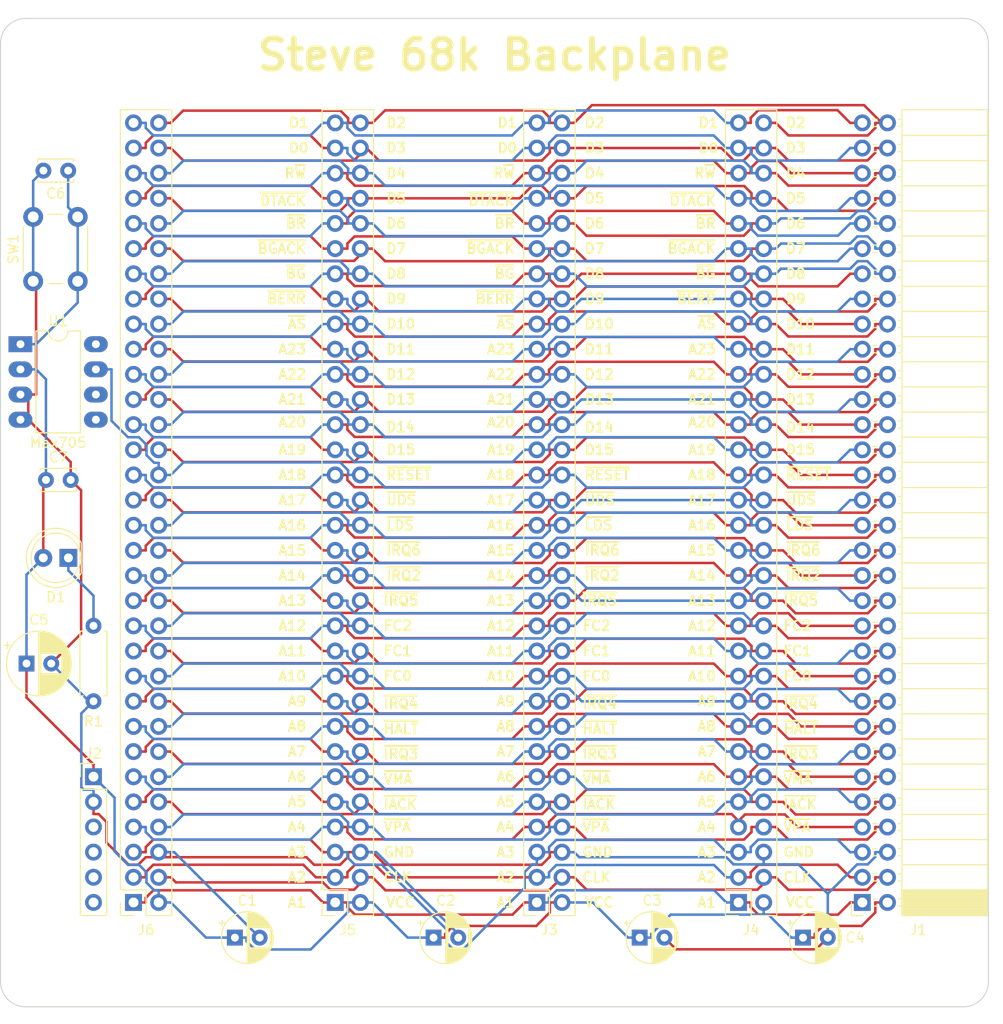
<source format=kicad_pcb>
(kicad_pcb (version 20211014) (generator pcbnew)
  (title_block (date "2022-02") (rev "1.0"))
  (layers (0 "F.Cu" signal) (31 "B.Cu" signal) (34 "B.Paste" user) (35 "F.Paste" user) (36 "B.SilkS" user "B.Silkscreen") (37 "F.SilkS" user "F.Silkscreen") (38 "B.Mask" user) (39 "F.Mask" user) (44 "Edge.Cuts" user))
  (net 0 "")
  (net 1 "GND")
  (net 2 "/A1")
  (net 3 "/A2")
  (net 4 "/A3")
  (net 5 "/A4")
  (net 6 "/A5")
  (net 7 "/A6")
  (net 8 "/A7")
  (net 9 "/A8")
  (net 10 "/A9")
  (net 11 "/A10")
  (net 12 "/A11")
  (net 13 "/A12")
  (net 14 "/A13")
  (net 15 "/A14")
  (net 16 "/A15")
  (net 17 "/A16")
  (net 18 "/A17")
  (net 19 "/A18")
  (net 20 "/A19")
  (net 21 "/A20")
  (net 22 "/A21")
  (net 23 "/A22")
  (net 24 "/A23")
  (net 25 "/~{AS}")
  (net 26 "/~{BERR}")
  (net 27 "/~{IRQ3}")
  (net 28 "/~{IRQ5}")
  (net 29 "/CLK")
  (net 30 "/D0")
  (net 31 "/D1")
  (net 32 "/D2")
  (net 33 "/D3")
  (net 34 "/D4")
  (net 35 "/D5")
  (net 36 "/D6")
  (net 37 "/D7")
  (net 38 "/D8")
  (net 39 "/D9")
  (net 40 "/D10")
  (net 41 "/D11")
  (net 42 "/D12")
  (net 43 "/D13")
  (net 44 "/D14")
  (net 45 "/D15")
  (net 46 "/~{UDS}")
  (net 47 "/~{LDS}")
  (net 48 "/R~{W}")
  (net 49 "/~{DTACK}")
  (net 50 "/~{RESET}")
  (net 51 "/~{HALT}")
  (net 52 "/FC0")
  (net 53 "/FC1")
  (net 54 "/FC2")
  (net 55 "/~{BG}")
  (net 56 "/~{BGACK}")
  (net 57 "/~{BR}")
  (net 58 "/~{VMA}")
  (net 59 "/~{VPA}")
  (net 60 "VCC")
  (net 61 "/~{IRQ4}")
  (net 62 "/~{IRQ2}")
  (net 63 "/~{IRQ6}")
  (net 64 "/~{IACK}")
  (net 69 "Net-(D1-Pad1)")
  (net 70 "Net-(C6-Pad1)")
  (footprint "MountingHole:MountingHole_3.2mm_M3" (layer "F.Cu") (at 192.532 50.419)
    (fp_text reference "H1" hide)
    (fp_text value "MountingHole")
  )
  (footprint "MountingHole:MountingHole_3.2mm_M3" (layer "F.Cu") (at 192.532 142.621)
    (fp_text reference "H2" hide)
    (fp_text value "MountingHole")
  )
  (footprint "MountingHole:MountingHole_3.2mm_M3" (layer "F.Cu") (at 106.172 50.419)
    (fp_text reference "H3" hide)
    (fp_text value "MountingHole")
  )
  (footprint "MountingHole:MountingHole_3.2mm_M3" (layer "F.Cu") (at 106.172 142.621)
    (fp_text reference "H4" hide)
    (fp_text value "MountingHole")
  )
  (footprint "Capacitor_THT:CP_Radial_D5.0mm_P2.50mm" (layer "F.Cu") (at 177.6109 139.446)
    (fp_text reference "C4")
    (fp_text value "100uF")
  )
  (footprint "Capacitor_THT:CP_Radial_D5.0mm_P2.50mm" (layer "F.Cu") (at 120.2069 139.446)
    (fp_text reference "C1")
    (fp_text value "100uF")
  )
  (footprint "Connector_PinHeader_2.54mm:PinHeader_1x06_P2.54mm_Vertical" (layer "F.Cu") (at 105.918 123.19)
    (fp_text reference "J2")
    (fp_text value "Conn_01x06_Male")
  )
  (footprint "Button_Switch_THT:SW_PUSH_6mm" (layer "F.Cu") (at 99.822 73.152 90)
    (fp_text reference "SW1")
    (fp_text value "Reset")
  )
  (footprint "Package_DIP:DIP-8_W7.62mm_LongPads" (layer "F.Cu") (at 98.537 79.512)
    (fp_text reference "U1")
    (fp_text value "Max705")
  )
  (footprint "Connector_PinSocket_2.54mm:PinSocket_2x32_P2.54mm_Vertical" (layer "F.Cu") (at 150.7167 135.895 180)
    (fp_text reference "J3")
    (fp_text value "Conn_02x32_Odd_Even")
  )
  (footprint "Connector_PinSocket_2.54mm:PinSocket_2x32_P2.54mm_Horizontal" (layer "F.Cu") (at 183.605 135.895 180)
    (fp_text reference "J1")
    (fp_text value "Conn_02x32_Odd_Even")
  )
  (footprint "LED_THT:LED_D5.0mm" (layer "F.Cu") (at 103.383 101.092 180)
    (fp_text reference "D1")
    (fp_text value "PWR LED")
  )
  (footprint "Capacitor_THT:C_Disc_D3.4mm_W2.1mm_P2.50mm" (layer "F.Cu") (at 101.112 93.218)
    (fp_text reference "C7")
    (fp_text value ".1uF")
  )
  (footprint "Resistor_THT:R_Axial_DIN0207_L6.3mm_D2.5mm_P7.62mm_Horizontal" (layer "F.Cu") (at 105.918 115.57 90)
    (fp_text reference "R1")
    (fp_text value "330R")
  )
  (footprint "Capacitor_THT:CP_Radial_D6.3mm_P2.50mm" (layer "F.Cu") (at 99.1476 111.76)
    (fp_text reference "C5")
    (fp_text value "470uF")
  )
  (footprint "Capacitor_THT:C_Disc_D3.4mm_W2.1mm_P2.50mm" (layer "F.Cu") (at 103.358 61.976 180)
    (fp_text reference "C6")
    (fp_text value "100nf")
  )
  (footprint "Connector_PinSocket_2.54mm:PinSocket_2x32_P2.54mm_Vertical" (layer "F.Cu") (at 130.3393 135.895 180)
    (fp_text reference "J5")
    (fp_text value "Conn_02x32_Odd_Even")
  )
  (footprint "Connector_PinSocket_2.54mm:PinSocket_2x32_P2.54mm_Vertical" (layer "F.Cu") (at 171.094 135.895 180)
    (fp_text reference "J4")
    (fp_text value "Conn_02x32_Odd_Even")
  )
  (footprint "Capacitor_THT:CP_Radial_D5.0mm_P2.50mm" (layer "F.Cu") (at 140.2729 139.446)
    (fp_text reference "C2")
    (fp_text value "100uF")
  )
  (footprint "Connector_PinSocket_2.54mm:PinSocket_2x32_P2.54mm_Vertical" (layer "F.Cu") (at 109.962 135.895 180)
    (fp_text reference "J6")
    (fp_text value "Conn_02x32_Odd_Even")
  )
  (footprint "Capacitor_THT:CP_Radial_D5.0mm_P2.50mm" (layer "F.Cu") (at 161.1009 139.446)
    (fp_text reference "C3")
    (fp_text value "100uF")
  )
  (gr_arc (start 196.342 143.891) (mid 195.598051 145.687051) (end 193.802 146.431) (layer "Edge.Cuts") (width 0.1))
  (gr_line (start 193.802 46.609) (end 99.06 46.609) (layer "Edge.Cuts") (width 0.1))
  (gr_arc (start 193.802 46.609) (mid 195.598051 47.352949) (end 196.342 49.149) (layer "Edge.Cuts") (width 0.1))
  (gr_line (start 196.342 143.891) (end 196.342 49.149) (layer "Edge.Cuts") (width 0.1))
  (gr_line (start 99.06 146.431) (end 193.802 146.431) (layer "Edge.Cuts") (width 0.1))
  (gr_arc (start 96.52 49.149) (mid 97.263949 47.352949) (end 99.06 46.609) (layer "Edge.Cuts") (width 0.1))
  (gr_line (start 96.52 49.149) (end 96.52 143.891) (layer "Edge.Cuts") (width 0.1))
  (gr_arc (start 99.06 146.431) (mid 97.263949 145.687051) (end 96.52 143.891) (layer "Edge.Cuts") (width 0.1))
  (gr_text "A8" (at 127.508 118.11) (layer "F.SilkS") (effects (font (size 1 1) (thickness 0.2)) (justify right)))
  (gr_text "~{BERR}" (at 148.59 74.93) (layer "F.SilkS") (effects (font (size 1 1) (thickness 0.2)) (justify right)))
  (gr_text "D10" (at 135.382 77.47) (layer "F.SilkS") (effects (font (size 1 1) (thickness 0.2)) (justify left)))
  (gr_text "A1" (at 127.508 135.89) (layer "F.SilkS") (effects (font (size 1 1) (thickness 0.2)) (justify right)))
  (gr_text "~{IRQ2}" (at 135.382 102.87) (layer "F.SilkS") (effects (font (size 1 1) (thickness 0.2)) (justify left)))
  (gr_text "~{DTACK}" (at 168.91 65.024) (layer "F.SilkS") (effects (font (size 1 1) (thickness 0.2)) (justify right)))
  (gr_text "D10" (at 175.768 77.47) (layer "F.SilkS") (effects (font (size 1 1) (thickness 0.2)) (justify left)))
  (gr_text "A21" (at 127.508 85.09) (layer "F.SilkS") (effects (font (size 1 1) (thickness 0.2)) (justify right)))
  (gr_text "~{UDS}" (at 155.448 95.25) (layer "F.SilkS") (effects (font (size 1 1) (thickness 0.2)) (justify left)))
  (gr_text "A6" (at 168.91 123.19) (layer "F.SilkS") (effects (font (size 1 1) (thickness 0.2)) (justify right)))
  (gr_text "A15" (at 127.508 100.33) (layer "F.SilkS") (effects (font (size 1 1) (thickness 0.2)) (justify right)))
  (gr_text "A2" (at 148.59 133.35) (layer "F.SilkS") (effects (font (size 1 1) (thickness 0.2)) (justify right)))
  (gr_text "~{RESET}" (at 155.448 92.71) (layer "F.SilkS") (effects (font (size 1 1) (thickness 0.2)) (justify left)))
  (gr_text "~{IRQ4}" (at 175.514 115.824) (layer "F.SilkS") (effects (font (size 1 1) (thickness 0.2)) (justify left)))
  (gr_text "D4" (at 155.448 62.23) (layer "F.SilkS") (effects (font (size 1 1) (thickness 0.2)) (justify left)))
  (gr_text "A3" (at 127.508 130.81) (layer "F.SilkS") (effects (font (size 1 1) (thickness 0.2)) (justify right)))
  (gr_text "D1" (at 169.164 57.15) (layer "F.SilkS") (effects (font (size 1 1) (thickness 0.2)) (justify right)))
  (gr_text "D11" (at 135.382 80.01) (layer "F.SilkS") (effects (font (size 1 1) (thickness 0.2)) (justify left)))
  (gr_text "D15" (at 175.768 90.17) (layer "F.SilkS") (effects (font (size 1 1) (thickness 0.2)) (justify left)))
  (gr_text "~{IRQ5}" (at 135.128 105.41) (layer "F.SilkS") (effects (font (size 1 1) (thickness 0.2)) (justify left)))
  (gr_text "D7" (at 155.448 69.85) (layer "F.SilkS") (effects (font (size 1 1) (thickness 0.2)) (justify left)))
  (gr_text "A1" (at 148.59 135.89) (layer "F.SilkS") (effects (font (size 1 1) (thickness 0.2)) (justify right)))
  (gr_text "D5" (at 135.382 64.77) (layer "F.SilkS") (effects (font (size 1 1) (thickness 0.2)) (justify left)))
  (gr_text "~{IRQ3}" (at 175.514 120.904) (layer "F.SilkS") (effects (font (size 1 1) (thickness 0.2)) (justify left)))
  (gr_text "A2" (at 168.91 133.35) (layer "F.SilkS") (effects (font (size 1 1) (thickness 0.2)) (justify right)))
  (gr_text "FC2" (at 135.128 107.95) (layer "F.SilkS") (effects (font (size 1 1) (thickness 0.2)) (justify left)))
  (gr_text "A12" (at 168.91 107.95) (layer "F.SilkS") (effects (font (size 1 1) (thickness 0.2)) (justify right)))
  (gr_text "A22" (at 168.91 82.55) (layer "F.SilkS") (effects (font (size 1 1) (thickness 0.2)) (justify right)))
  (gr_text "D2" (at 175.768 57.15) (layer "F.SilkS") (effects (font (size 1 1) (thickness 0.2)) (justify left)))
  (gr_text "A6" (at 148.59 123.19) (layer "F.SilkS") (effects (font (size 1 1) (thickness 0.2)) (justify right)))
  (gr_text "~{BERR}" (at 168.91 74.93) (layer "F.SilkS") (effects (font (size 1 1) (thickness 0.2)) (justify right)))
  (gr_text "D1" (at 148.844 57.15) (layer "F.SilkS") (effects (font (size 1 1) (thickness 0.2)) (justify right)))
  (gr_text "~{IRQ6}" (at 135.382 100.33) (layer "F.SilkS") (effects (font (size 1 1) (thickness 0.2)) (justify left)))
  (gr_text "~{VMA}" (at 155.194 123.444) (layer "F.SilkS") (effects (font (size 1 1) (thickness 0.2)) (justify left)))
  (gr_text "A15" (at 168.91 100.33) (layer "F.SilkS") (effects (font (size 1 1) (thickness 0.2)) (justify right)))
  (gr_text "A23" (at 148.59 80.01) (layer "F.SilkS") (effects (font (size 1 1) (thickness 0.2)) (justify right)))
  (gr_text "A15" (at 148.59 100.33) (layer "F.SilkS") (effects (font (size 1 1) (thickness 0.2)) (justify right)))
  (gr_text "D3" (at 175.768 59.69) (layer "F.SilkS") (effects (font (size 1 1) (thickness 0.2)) (justify left)))
  (gr_text "A11" (at 168.91 110.49) (layer "F.SilkS") (effects (font (size 1 1) (thickness 0.2)) (justify right)))
  (gr_text "A5" (at 127.508 125.73) (layer "F.SilkS") (effects (font (size 1 1) (thickness 0.2)) (justify right)))
  (gr_text "A18" (at 148.59 92.71) (layer "F.SilkS") (effects (font (size 1 1) (thickness 0.2)) (justify right)))
  (gr_text "A5" (at 168.91 125.73) (layer "F.SilkS") (effects (font (size 1 1) (thickness 0.2)) (justify right)))
  (gr_text "~{BR}" (at 148.59 67.31) (layer "F.SilkS") (effects (font (size 1 1) (thickness 0.2)) (justify right)))
  (gr_text "FC0" (at 135.128 113.03) (layer "F.SilkS") (effects (font (size 1 1) (thickness 0.2)) (justify left)))
  (gr_text "D0" (at 148.844 59.69) (layer "F.SilkS") (effects (font (size 1 1) (thickness 0.2)) (justify right)))
  (gr_text "A2" (at 127.508 133.35) (layer "F.SilkS") (effects (font (size 1 1) (thickness 0.2)) (justify right)))
  (gr_text "D2" (at 155.448 57.15) (layer "F.SilkS") (effects (font (size 1 1) (thickness 0.2)) (justify left)))
  (gr_text "D10" (at 155.448 77.47) (layer "F.SilkS") (effects (font (size 1 1) (thickness 0.2)) (justify left)))
  (gr_text "~{VPA}" (at 135.128 128.27) (layer "F.SilkS") (effects (font (size 1 1) (thickness 0.2)) (justify left)))
  (gr_text "A10" (at 168.91 113.03) (layer "F.SilkS") (effects (font (size 1 1) (thickness 0.2)) (justify right)))
  (gr_text "A3" (at 148.59 130.81) (layer "F.SilkS") (effects (font (size 1 1) (thickness 0.2)) (justify right)))
  (gr_text "VCC" (at 155.448 135.89) (layer "F.SilkS") (effects (font (size 1 1) (thickness 0.2)) (justify left)))
  (gr_text "D14" (at 155.448 87.884) (layer "F.SilkS") (effects (font (size 1 1) (thickness 0.2)) (justify left)))
  (gr_text "A5" (at 148.59 125.73) (layer "F.SilkS") (effects (font (size 1 1) (thickness 0.2)) (justify right)))
  (gr_text "A13" (at 148.59 105.41) (layer "F.SilkS") (effects (font (size 1 1) (thickness 0.2)) (justify right)))
  (gr_text "A10" (at 127.508 113.03) (layer "F.SilkS") (effects (font (size 1 1) (thickness 0.2)) (justify right)))
  (gr_text "D4" (at 175.768 62.23) (layer "F.SilkS") (effects (font (size 1 1) (thickness 0.2)) (justify left)))
  (gr_text "D12" (at 175.768 82.55) (layer "F.SilkS") (effects (font (size 1 1) (thickness 0.2)) (justify left)))
  (gr_text "~{DTACK}" (at 127.508 65.024) (layer "F.SilkS") (effects (font (size 1 1) (thickness 0.2)) (justify right)))
  (gr_text "D8" (at 135.382 72.39) (layer "F.SilkS") (effects (font (size 1 1) (thickness 0.2)) (justify left)))
  (gr_text "A19" (at 168.91 90.17) (layer "F.SilkS") (effects (font (size 1 1) (thickness 0.2)) (justify right)))
  (gr_text "R~{W}" (at 127.508 62.23) (layer "F.SilkS") (effects (font (size 1 1) (thickness 0.2)) (justify right)))
  (gr_text "Steve 68k Backplane" (at 146.431 50.292) (layer "F.SilkS") (effects (font (size 3 3) (thickness 0.6))))
  (gr_text "D15" (at 135.382 90.17) (layer "F.SilkS") (effects (font (size 1 1) (thickness 0.2)) (justify left)))
  (gr_text "D0" (at 127.762 59.69) (layer "F.SilkS") (effects (font (size 1 1) (thickness 0.2)) (justify right)))
  (gr_text "A13" (at 168.91 105.41) (layer "F.SilkS") (effects (font (size 1 1) (thickness 0.2)) (justify right)))
  (gr_text "A14" (at 148.59 102.87) (layer "F.SilkS") (effects (font (size 1 1) (thickness 0.2)) (justify right)))
  (gr_text "D15" (at 155.448 90.17) (layer "F.SilkS") (effects (font (size 1 1) (thickness 0.2)) (justify left)))
  (gr_text "FC0" (at 155.194 113.03) (layer "F.SilkS") (effects (font (size 1 1) (thickness 0.2)) (justify left)))
  (gr_text "A4" (at 127.508 128.27) (layer "F.SilkS") (effects (font (size 1 1) (thickness 0.2)) (justify right)))
  (gr_text "A19" (at 148.59 90.17) (layer "F.SilkS") (effects (font (size 1 1) (thickness 0.2)) (justify right)))
  (gr_text "A14" (at 127.508 102.87) (layer "F.SilkS") (effects (font (size 1 1) (thickness 0.2)) (justify right)))
  (gr_text "D7" (at 135.382 69.85) (layer "F.SilkS") (effects (font (size 1 1) (thickness 0.2)) (justify left)))
  (gr_text "A21" (at 168.91 85.09) (layer "F.SilkS") (effects (font (size 1 1) (thickness 0.2)) (justify right)))
  (gr_text "~{IRQ6}" (at 175.768 100.33) (layer "F.SilkS") (effects (font (size 1 1) (thickness 0.2)) (justify left)))
  (gr_text "~{IRQ3}" (at 155.194 120.904) (layer "F.SilkS") (effects (font (size 1 1) (thickness 0.2)) (justify left)))
  (gr_text "~{BGACK}" (at 127.508 69.85) (layer "F.SilkS") (effects (font (size 1 1) (thickness 0.2)) (justify right)))
  (gr_text "A21" (at 148.59 85.09) (layer "F.SilkS") (effects (font (size 1 1) (thickness 0.2)) (justify right)))
  (gr_text "~{IACK}" (at 175.514 125.984) (layer "F.SilkS") (effects (font (size 1 1) (thickness 0.2)) (justify left)))
  (gr_text "~{IRQ5}" (at 155.194 105.41) (layer "F.SilkS") (effects (font (size 1 1) (thickness 0.2)) (justify left)))
  (gr_text "A12" (at 148.59 107.95) (layer "F.SilkS") (effects (font (size 1 1) (thickness 0.2)) (justify right)))
  (gr_text "A11" (at 127.508 110.49) (layer "F.SilkS") (effects (font (size 1 1) (thickness 0.2)) (justify right)))
  (gr_text "~{AS}" (at 168.91 77.47) (layer "F.SilkS") (effects (font (size 1 1) (thickness 0.2)) (justify right)))
  (gr_text "~{BERR}" (at 127.508 74.93) (layer "F.SilkS") (effects (font (size 1 1) (thickness 0.2)) (justify right)))
  (gr_text "~{BGACK}" (at 148.59 69.85) (layer "F.SilkS") (effects (font (size 1 1) (thickness 0.2)) (justify right)))
  (gr_text "A8" (at 168.91 118.11) (layer "F.SilkS") (effects (font (size 1 1) (thickness 0.2)) (justify right)))
  (gr_text "A20" (at 168.91 87.376) (layer "F.SilkS") (effects (font (size 1 1) (thickness 0.2)) (justify right)))
  (gr_text "CLK" (at 155.194 133.35) (layer "F.SilkS") (effects (font (size 1 1) (thickness 0.2)) (justify left)))
  (gr_text "D6" (at 155.448 67.31) (layer "F.SilkS") (effects (font (size 1 1) (thickness 0.2)) (justify left)))
  (gr_text "~{VMA}" (at 135.128 123.444) (layer "F.SilkS") (effects (font (size 1 1) (thickness 0.2)) (justify left)))
  (gr_text "D7" (at 175.768 69.85) (layer "F.SilkS") (effects (font (size 1 1) (thickness 0.2)) (justify left)))
  (gr_text "D3" (at 155.448 59.69) (layer "F.SilkS") (effects (font (size 1 1) (thickness 0.2)) (justify left)))
  (gr_text "A6" (at 127.508 123.19) (layer "F.SilkS") (effects (font (size 1 1) (thickness 0.2)) (justify right)))
  (gr_text "~{IRQ3}" (at 135.128 120.904) (layer "F.SilkS") (effects (font (size 1 1) (thickness 0.2)) (justify left)))
  (gr_text "A18" (at 168.91 92.71) (layer "F.SilkS") (effects (font (size 1 1) (thickness 0.2)) (justify right)))
  (gr_text "A16" (at 168.91 97.79) (layer "F.SilkS") (effects (font (size 1 1) (thickness 0.2)) (justify right)))
  (gr_text "D4" (at 135.382 62.23) (layer "F.SilkS") (effects (font (size 1 1) (thickness 0.2)) (justify left)))
  (gr_text "A7" (at 148.59 120.65) (layer "F.SilkS") (effects (font (size 1 1) (thickness 0.2)) (justify right)))
  (gr_text "D14" (at 135.382 87.884) (layer "F.SilkS") (effects (font (size 1 1) (thickness 0.2)) (justify left)))
  (gr_text "FC2" (at 175.514 107.95) (layer "F.SilkS") (effects (font (size 1 1) (thickness 0.2)) (justify left)))
  (gr_text "A3" (at 168.91 130.81) (layer "F.SilkS") (effects (font (size 1 1) (thickness 0.2)) (justify right)))
  (gr_text "~{IACK}" (at 135.128 125.984) (layer "F.SilkS") (effects (font (size 1 1) (thickness 0.2)) (justify left)))
  (gr_text "D9" (at 175.768 74.93) (layer "F.SilkS") (effects (font (size 1 1) (thickness 0.2)) (justify left)))
  (gr_text "D1" (at 127.762 57.15) (layer "F.SilkS") (effects (font (size 1 1) (thickness 0.2)) (justify right)))
  (gr_text "~{IRQ5}" (at 175.514 105.41) (layer "F.SilkS") (effects (font (size 1 1) (thickness 0.2)) (justify left)))
  (gr_text "A8" (at 148.59 118.11) (layer "F.SilkS") (effects (font (size 1 1) (thickness 0.2)) (justify right)))
  (gr_text "D12" (at 155.448 82.55) (layer "F.SilkS") (effects (font (size 1 1) (thickness 0.2)) (justify left)))
  (gr_text "VCC" (at 135.382 135.89) (layer "F.SilkS") (effects (font (size 1 1) (thickness 0.2)) (justify left)))
  (gr_text "D0" (at 169.164 59.69) (layer "F.SilkS") (effects (font (size 1 1) (thickness 0.2)) (justify right)))
  (gr_text "GND" (at 155.194 130.81) (layer "F.SilkS") (effects (font (size 1 1) (thickness 0.2)) (justify left)))
  (gr_text "A17" (at 148.59 95.25) (layer "F.SilkS") (effects (font (size 1 1) (thickness 0.2)) (justify right)))
  (gr_text "~{BG}" (at 168.91 72.39) (layer "F.SilkS") (effects (font (size 1 1) (thickness 0.2)) (justify right)))
  (gr_text "~{BGACK}" (at 168.91 69.85) (layer "F.SilkS") (effects (font (size 1 1) (thickness 0.2)) (justify right)))
  (gr_text "D11" (at 155.448 80.01) (layer "F.SilkS") (effects (font (size 1 1) (thickness 0.2)) (justify left)))
  (gr_text "D6" (at 175.768 67.31) (layer "F.SilkS") (effects (font (size 1 1) (thickness 0.2)) (justify left)))
  (gr_text "A23" (at 168.91 80.01) (layer "F.SilkS") (effects (font (size 1 1) (thickness 0.2)) (justify right)))
  (gr_text "A4" (at 148.59 128.27) (layer "F.SilkS") (effects (font (size 1 1) (thickness 0.2)) (justify right)))
  (gr_text "~{BG}" (at 127.508 72.39) (layer "F.SilkS") (effects (font (size 1 1) (thickness 0.2)) (justify right)))
  (gr_text "~{AS}" (at 148.59 77.47) (layer "F.SilkS") (effects (font (size 1 1) (thickness 0.2)) (justify right)))
  (gr_text "A20" (at 148.59 87.376) (layer "F.SilkS") (effects (font (size 1 1) (thickness 0.2)) (justify right)))
  (gr_text "D3" (at 135.382 59.69) (layer "F.SilkS") (effects (font (size 1 1) (thickness 0.2)) (justify left)))
  (gr_text "A1" (at 168.91 135.89) (layer "F.SilkS") (effects (font (size 1 1) (thickness 0.2)) (justify right)))
  (gr_text "CLK" (at 135.128 133.35) (layer "F.SilkS") (effects (font (size 1 1) (thickness 0.2)) (justify left)))
  (gr_text "D8" (at 155.448 72.39) (layer "F.SilkS") (effects (font (size 1 1) (thickness 0.2)) (justify left)))
  (gr_text "~{DTACK}" (at 148.59 65.024) (layer "F.SilkS") (effects (font (size 1 1) (thickness 0.2)) (justify right)))
  (gr_text "~{AS}" (at 127.508 77.47) (layer "F.SilkS") (effects (font (size 1 1) (thickness 0.2)) (justify right)))
  (gr_text "~{VMA}" (at 175.514 123.444) (layer "F.SilkS") (effects (font (size 1 1) (thickness 0.2)) (justify left)))
  (gr_text "FC0" (at 175.514 113.03) (layer "F.SilkS") (effects (font (size 1 1) (thickness 0.2)) (justify left)))
  (gr_text "D12" (at 135.382 82.55) (layer "F.SilkS") (effects (font (size 1 1) (thickness 0.2)) (justify left)))
  (gr_text "A7" (at 168.91 120.65) (layer "F.SilkS") (effects (font (size 1 1) (thickness 0.2)) (justify right)))
  (gr_text "~{VPA}" (at 175.514 128.27) (layer "F.SilkS") (effects (font (size 1 1) (thickness 0.2)) (justify left)))
  (gr_text "A17" (at 127.508 95.25) (layer "F.SilkS") (effects (font (size 1 1) (thickness 0.2)) (justify right)))
  (gr_text "FC1" (at 135.128 110.49) (layer "F.SilkS") (effects (font (size 1 1) (thickness 0.2)) (justify left)))
  (gr_text "A9" (at 127.508 115.57) (layer "F.SilkS") (effects (font (size 1 1) (thickness 0.2)) (justify right)))
  (gr_text "~{LDS}" (at 175.768 97.79) (layer "F.SilkS") (effects (font (size 1 1) (thickness 0.2)) (justify left)))
  (gr_text "A9" (at 168.91 115.57) (layer "F.SilkS") (effects (font (size 1 1) (thickness 0.2)) (justify right)))
  (gr_text "~{IACK}" (at 155.194 125.984) (layer "F.SilkS") (effects (font (size 1 1) (thickness 0.2)) (justify left)))
  (gr_text "A16" (at 148.59 97.79) (layer "F.SilkS") (effects (font (size 1 1) (thickness 0.2)) (justify right)))
  (gr_text "A7" (at 127.508 120.65) (layer "F.SilkS") (effects (font (size 1 1) (thickness 0.2)) (justify right)))
  (gr_text "D8" (at 175.768 72.39) (layer "F.SilkS") (effects (font (size 1 1) (thickness 0.2)) (justify left)))
  (gr_text "~{IRQ6}" (at 155.448 100.33) (layer "F.SilkS") (effects (font (size 1 1) (thickness 0.2)) (justify left)))
  (gr_text "D11" (at 175.768 80.01) (layer "F.SilkS") (effects (font (size 1 1) (thickness 0.2)) (justify left)))
  (gr_text "~{LDS}" (at 155.448 97.79) (layer "F.SilkS") (effects (font (size 1 1) (thickness 0.2)) (justify left)))
  (gr_text "D9" (at 155.448 74.93) (layer "F.SilkS") (effects (font (size 1 1) (thickness 0.2)) (justify left)))
  (gr_text "A22" (at 148.59 82.55) (layer "F.SilkS") (effects (font (size 1 1) (thickness 0.2)) (justify right)))
  (gr_text "R~{W}" (at 168.91 62.23) (layer "F.SilkS") (effects (font (size 1 1) (thickness 0.2)) (justify right)))
  (gr_text "A11" (at 148.59 110.49) (layer "F.SilkS") (effects (font (size 1 1) (thickness 0.2)) (justify right)))
  (gr_text "D13" (at 135.382 85.09) (layer "F.SilkS") (effects (font (size 1 1) (thickness 0.2)) (justify left)))
  (gr_text "GND" (at 175.514 130.81) (layer "F.SilkS") (effects (font (size 1 1) (thickness 0.2)) (justify left)))
  (gr_text "D2" (at 135.382 57.15) (layer "F.SilkS") (effects (font (size 1 1) (thickness 0.2)) (justify left)))
  (gr_text "D14" (at 175.768 87.884) (layer "F.SilkS") (effects (font (size 1 1) (thickness 0.2)) (justify left)))
  (gr_text "A12" (at 127.508 107.95) (layer "F.SilkS") (effects (font (size 1 1) (thickness 0.2)) (justify right)))
  (gr_text "~{UDS}" (at 135.382 95.25) (layer "F.SilkS") (effects (font (size 1 1) (thickness 0.2)) (justify left)))
  (gr_text "A4" (at 168.91 128.27) (layer "F.SilkS") (effects (font (size 1 1) (thickness 0.2)) (justify right)))
  (gr_text "FC1" (at 175.514 110.49) (layer "F.SilkS") (effects (font (size 1 1) (thickness 0.2)) (justify left)))
  (gr_text "A19" (at 127.508 90.17) (layer "F.SilkS") (effects (font (size 1 1) (thickness 0.2)) (justify right)))
  (gr_text "A13" (at 127.508 105.41) (layer "F.SilkS") (effects (font (size 1 1) (thickness 0.2)) (justify right)))
  (gr_text "~{BR}" (at 168.91 67.31) (layer "F.SilkS") (effects (font (size 1 1) (thickness 0.2)) (justify right)))
  (gr_text "R~{W}" (at 148.59 62.23) (layer "F.SilkS") (effects (font (size 1 1) (thickness 0.2)) (justify right)))
  (gr_text "D5" (at 155.448 64.77) (layer "F.SilkS") (effects (font (size 1 1) (thickness 0.2)) (justify left)))
  (gr_text "~{HALT}" (at 135.128 118.364) (layer "F.SilkS") (effects (font (size 1 1) (thickness 0.2)) (justify left)))
  (gr_text "D13" (at 155.448 85.09) (layer "F.SilkS") (effects (font (size 1 1) (thickness 0.2)) (justify left)))
  (gr_text "A22" (at 127.508 82.55) (layer "F.SilkS") (effects (font (size 1 1) (thickness 0.2)) (justify right)))
  (gr_text "~{IRQ4}" (at 135.128 115.824) (layer "F.SilkS") (effects (font (size 1 1) (thickness 0.2)) (justify left)))
  (gr_text "~{BR}" (at 127.508 67.31) (layer "F.SilkS") (effects (font (size 1 1) (thickness 0.2)) (justify right)))
  (gr_text "~{IRQ2}" (at 175.768 102.87) (layer "F.SilkS") (effects (font (size 1 1) (thickness 0.2)) (justify left)))
  (gr_text "A10" (at 148.59 113.03) (layer "F.SilkS") (effects (font (size 1 1) (thickness 0.2)) (justify right)))
  (gr_text "D13" (at 175.768 85.09) (layer "F.SilkS") (effects (font (size 1 1) (thickness 0.2)) (justify left)))
  (gr_text "A23" (at 127.508 80.01) (layer "F.SilkS") (effects (font (size 1 1) (thickness 0.2)) (justify right)))
  (gr_text "~{IRQ2}" (at 155.448 102.87) (layer "F.SilkS") (effects (font (size 1 1) (thickness 0.2)) (justify left)))
  (gr_text "~{LDS}" (at 135.382 97.79) (layer "F.SilkS") (effects (font (size 1 1) (thickness 0.2)) (justify left)))
  (gr_text "A9" (at 148.59 115.57) (layer "F.SilkS") (effects (font (size 1 1) (thickness 0.2)) (justify right)))
  (gr_text "A14" (at 168.91 102.87) (layer "F.SilkS") (effects (font (size 1 1) (thickness 0.2)) (justify right)))
  (gr_text "~{VPA}" (at 155.194 128.27) (layer "F.SilkS") (effects (font (size 1 1) (thickness 0.2)) (justify left)))
  (gr_text "~{BG}" (at 148.59 72.39) (layer "F.SilkS") (effects (font (size 1 1) (thickness 0.2)) (justify right)))
  (gr_text "~{IRQ4}" (at 155.194 115.824) (layer "F.SilkS") (effects (font (size 1 1) (thickness 0.2)) (justify left)))
  (gr_text "GND" (at 135.128 130.81) (layer "F.SilkS") (effects (font (size 1 1) (thickness 0.2)) (justify left)))
  (gr_text "CLK" (at 175.514 133.35) (layer "F.SilkS") (effects (font (size 1 1) (thickness 0.2)) (justify left)))
  (gr_text "A16" (at 127.508 97.79) (layer "F.SilkS") (effects (font (size 1 1) (thickness 0.2)) (justify right)))
  (gr_text "VCC" (at 175.768 135.89) (layer "F.SilkS") (effects (font (size 1 1) (thickness 0.2)) (justify left)))
  (gr_text "~{HALT}" (at 175.514 118.364) (layer "F.SilkS") (effects (font (size 1 1) (thickness 0.2)) (justify left)))
  (gr_text "~{RESET}" (at 135.382 92.71) (layer "F.SilkS") (effects (font (size 1 1) (thickness 0.2)) (justify left)))
  (gr_text "A17" (at 168.91 95.25) (layer "F.SilkS") (effects (font (size 1 1) (thickness 0.2)) (justify right)))
  (gr_text "A20" (at 127.508 87.376) (layer "F.SilkS") (effects (font (size 1 1) (thickness 0.2)) (justify right)))
  (gr_text "~{UDS}" (at 175.768 95.25) (layer "F.SilkS") (effects (font (size 1 1) (thickness 0.2)) (justify left)))
  (gr_text "D9" (at 135.382 74.93) (layer "F.SilkS") (effects (font (size 1 1) (thickness 0.2)) (justify left)))
  (gr_text "D6" (at 135.382 67.31) (layer "F.SilkS") (effects (font (size 1 1) (thickness 0.2)) (justify left)))
  (gr_text "~{HALT}" (at 155.194 118.364) (layer "F.SilkS") (effects (font (size 1 1) (thickness 0.2)) (justify left)))
  (gr_text "~{RESET}" (at 175.768 92.71) (layer "F.SilkS") (effects (font (size 1 1) (thickness 0.2)) (justify left)))
  (gr_text "FC2" (at 155.194 107.95) (layer "F.SilkS") (effects (font (size 1 1) (thickness 0.2)) (justify left)))
  (gr_text "D5" (at 175.768 64.77) (layer "F.SilkS") (effects (font (size 1 1) (thickness 0.2)) (justify left)))
  (gr_text "A18" (at 127.508 92.71) (layer "F.SilkS") (effects (font (size 1 1) (thickness 0.2)) (justify right)))
  (gr_text "FC1" (at 155.194 110.49) (layer "F.SilkS") (effects (font (size 1 1) (thickness 0.2)) (justify left)))
  (segment (start 110.4335 132.085) (end 109.4756 132.085) (width 0.254) (layer "F.Cu") (net 1))
  (segment (start 131.648 131.2767) (end 130.8397 132.085) (width 0.254) (layer "F.Cu") (net 1))
  (segment (start 98.537 87.132) (end 99.3277 87.132) (width 0.254) (layer "F.Cu") (net 1))
  (segment (start 99.3277 84.592) (end 99.3277 87.132) (width 0.254) (layer "F.Cu") (net 1))
  (segment (start 104.6644 108.7432) (end 104.6644 94.2704) (width 0.254) (layer "F.Cu") (net 1))
  (segment (start 100.1183 73.4483) (end 100.1183 84.592) (width 0.254) (layer "F.Cu") (net 1))
  (segment (start 98.537 84.592) (end 99.3277 84.592) (width 0.254) (layer "F.Cu") (net 1))
  (segment (start 132.8793 130.815) (end 131.648 130.815) (width 0.254) (layer "F.Cu") (net 1))
  (segment (start 106.4282 126.9613) (end 105.918 126.9613) (width 0.254) (layer "F.Cu") (net 1))
  (segment (start 152.0254 130.815) (end 152.0254 131.2767) (width 0.254) (layer "F.Cu") (net 1))
  (segment (start 105.918 125.73) (end 105.918 126.9613) (width 0.254) (layer "F.Cu") (net 1))
  (segment (start 103.612 93.218) (end 103.612 91.4163) (width 0.254) (layer "F.Cu") (net 1))
  (segment (start 113.7591 131.3234) (end 111.1951 131.3234) (width 0.254) (layer "F.Cu") (net 1))
  (segment (start 151.2171 132.085) (end 135.3806 132.085) (width 0.254) (layer "F.Cu") (net 1))
  (segment (start 164.7823 140.6274) (end 178.9295 140.6274) (width 0.254) (layer "F.Cu") (net 1))
  (segment (start 163.6009 139.446) (end 164.7823 140.6274) (width 0.254) (layer "F.Cu") (net 1))
  (segment (start 109.4756 132.085) (end 107.2266 129.836) (width 0.254) (layer "F.Cu") (net 1))
  (segment (start 128.1974 132.085) (end 127.4358 131.3234) (width 0.254) (layer "F.Cu") (net 1))
  (segment (start 152.0254 131.2767) (end 151.2171 132.085) (width 0.254) (layer "F.Cu") (net 1))
  (segment (start 113.7333 131.2976) (end 113.7591 131.3234) (width 0.254) (layer "F.Cu") (net 1))
  (segment (start 130.8397 132.085) (end 128.1974 132.085) (width 0.254) (layer "F.Cu") (net 1))
  (segment (start 135.3806 132.085) (end 134.1106 130.815) (width 0.254) (layer "F.Cu") (net 1))
  (segment (start 107.2266 129.836) (end 107.2266 127.7597) (width 0.254) (layer "F.Cu") (net 1))
  (segment (start 101.6476 111.76) (end 104.6644 108.7432) (width 0.254) (layer "F.Cu") (net 1))
  (segment (start 104.6644 94.2704) (end 103.612 93.218) (width 0.254) (layer "F.Cu") (net 1))
  (segment (start 111.1951 131.3234) (end 110.4335 132.085) (width 0.254) (layer "F.Cu") (net 1))
  (segment (start 112.502 130.815) (end 113.7333 130.815) (width 0.254) (layer "F.Cu") (net 1))
  (segment (start 103.612 91.4163) (end 99.3277 87.132) (width 0.254) (layer "F.Cu") (net 1))
  (segment (start 127.4358 131.3234) (end 113.7591 131.3234) (width 0.254) (layer "F.Cu") (net 1))
  (segment (start 153.2567 130.815) (end 152.0254 130.815) (width 0.254) (layer "F.Cu") (net 1))
  (segment (start 131.648 130.815) (end 131.648 131.2767) (width 0.254) (layer "F.Cu") (net 1))
  (segment (start 99.822 73.152) (end 100.1183 73.4483) (width 0.254) (layer "F.Cu") (net 1))
  (segment (start 133.495 130.815) (end 134.1106 130.815) (width 0.254) (layer "F.Cu") (net 1))
  (segment (start 133.495 130.815) (end 132.8793 130.815) (width 0.254) (layer "F.Cu") (net 1))
  (segment (start 107.2266 127.7597) (end 106.4282 126.9613) (width 0.254) (layer "F.Cu") (net 1))
  (segment (start 178.9295 140.6274) (end 180.1109 139.446) (width 0.254) (layer "F.Cu") (net 1))
  (segment (start 113.7333 130.815) (end 113.7333 131.2976) (width 0.254) (layer "F.Cu") (net 1))
  (segment (start 99.3277 84.592) (end 100.1183 84.592) (width 0.254) (layer "F.Cu") (net 1))
  (segment (start 105.918 125.73) (end 105.918 124.4987) (width 0.254) (layer "B.Cu") (net 1))
  (segment (start 104.6866 124.2677) (end 104.6866 116.8014) (width 0.254) (layer "B.Cu") (net 1))
  (segment (start 177.1402 132.0463) (end 180.1109 135.017) (width 0.254) (layer "B.Cu") (net 1))
  (segment (start 173.634 132.0463) (end 170.5839 132.0463) (width 0.254) (layer "B.Cu") (net 1))
  (segment (start 184.9137 130.815) (end 184.9137 131.2768) (width 0.254) (layer "B.Cu") (net 1))
  (segment (start 180.1109 135.017) (end 180.1109 139.446) (width 0.254) (layer "B.Cu") (net 1))
  (segment (start 99.822 73.152) (end 99.822 66.652) (width 0.254) (layer "B.Cu") (net 1))
  (segment (start 104.6866 116.8014) (end 105.6878 115.8002) (width 0.254) (layer "B.Cu") (net 1))
  (segment (start 173.634 132.0463) (end 177.1402 132.0463) (width 0.254) (layer "B.Cu") (net 1))
  (segment (start 154.9981 131.3251) (end 154.488 130.815) (width 0.254) (layer "B.Cu") (net 1))
  (segment (start 173.634 130.815) (end 173.634 131.9192) (width 0.254) (layer "B.Cu") (net 1))
  (segment (start 169.8627 131.3251) (end 154.9981 131.3251) (width 0.254) (layer "B.Cu") (net 1))
  (segment (start 153.2567 130.815) (end 154.488 130.815) (width 0.254) (layer "B.Cu") (net 1))
  (segment (start 170.5839 132.0463) (end 169.8627 131.3251) (width 0.254) (layer "B.Cu") (net 1))
  (segment (start 142.7729 139.446) (end 142.7729 139.0866) (width 0.254) (layer "B.Cu") (net 1))
  (segment (start 122.7069 139.446) (end 114.0759 130.815) (width 0.254) (layer "B.Cu") (net 1))
  (segment (start 183.0816 132.0463) (end 180.1109 135.017) (width 0.254) (layer "B.Cu") (net 1))
  (segment (start 134.5013 130.815) (end 132.8793 130.815) (width 0.254) (layer "B.Cu") (net 1))
  (segment (start 105.918 124.4987) (end 104.9176 124.4987) (width 0.254) (layer "B.Cu") (net 1))
  (segment (start 114.0759 130.815) (end 112.502 130.815) (width 0.254) (layer "B.Cu") (net 1))
  (segment (start 173.634 131.9192) (end 173.634 132.0463) (width 0.254) (layer "B.Cu") (net 1))
  (segment (start 142.7729 139.0866) (end 134.5013 130.815) (width 0.254) (layer "B.Cu") (net 1))
  (segment (start 99.822 63.012) (end 99.822 66.652) (width 0.254) (layer "B.Cu") (net 1))
  (segment (start 184.9137 131.2768) (end 184.1442 132.0463) (width 0.254) (layer "B.Cu") (net 1))
  (segment (start 105.6878 115.8002) (end 101.6476 111.76) (width 0.254) (layer "B.Cu") (net 1))
  (segment (start 184.1442 132.0463) (end 183.0816 132.0463) (width 0.254) (layer "B.Cu") (net 1))
  (segment (start 186.145 130.815) (end 184.9137 130.815) (width 0.254) (layer "B.Cu") (net 1))
  (segment (start 105.6878 115.8002) (end 105.918 115.57) (width 0.254) (layer "B.Cu") (net 1))
  (segment (start 104.9176 124.4987) (end 104.6866 124.2677) (width 0.254) (layer "B.Cu") (net 1))
  (segment (start 100.858 61.976) (end 99.822 63.012) (width 0.254) (layer "B.Cu") (net 1))
  (segment (start 183.605 135.895) (end 182.3737 135.895) (width 0.254) (layer "F.Cu") (net 2))
  (segment (start 182.3737 135.895) (end 181.1424 137.1263) (width 0.254) (layer "F.Cu") (net 2))
  (segment (start 172.3253 136.3568) (end 172.3253 135.895) (width 0.254) (layer "F.Cu") (net 2))
  (segment (start 131.5706 136.3568) (end 131.5706 135.895) (width 0.254) (layer "F.Cu") (net 2))
  (segment (start 127.8767 134.6637) (end 129.108 135.895) (width 0.254) (layer "F.Cu") (net 2))
  (segment (start 148.2541 137.1263) (end 132.3401 137.1263) (width 0.254) (layer "F.Cu") (net 2))
  (segment (start 171.094 135.895) (end 172.3253 135.895) (width 0.254) (layer "F.Cu") (net 2))
  (segment (start 149.4854 135.895) (end 148.2541 137.1263) (width 0.254) (layer "F.Cu") (net 2))
  (segment (start 150.7167 135.895) (end 149.4854 135.895) (width 0.254) (layer "F.Cu") (net 2))
  (segment (start 111.1933 135.4332) (end 111.9628 134.6637) (width 0.254) (layer "F.Cu") (net 2))
  (segment (start 130.3393 135.895) (end 131.5706 135.895) (width 0.254) (layer "F.Cu") (net 2))
  (segment (start 132.3401 137.1263) (end 131.5706 136.3568) (width 0.254) (layer "F.Cu") (net 2))
  (segment (start 111.9628 134.6637) (end 127.8767 134.6637) (width 0.254) (layer "F.Cu") (net 2))
  (segment (start 130.3393 135.895) (end 129.108 135.895) (width 0.254) (layer "F.Cu") (net 2))
  (segment (start 173.0948 137.1263) (end 172.3253 136.3568) (width 0.254) (layer "F.Cu") (net 2))
  (segment (start 181.1424 137.1263) (end 173.0948 137.1263) (width 0.254) (layer "F.Cu") (net 2))
  (segment (start 111.1933 135.895) (end 111.1933 135.4332) (width 0.254) (layer "F.Cu") (net 2))
  (segment (start 109.962 135.895) (end 111.1933 135.895) (width 0.254) (layer "F.Cu") (net 2))
  (segment (start 171.094 135.895) (end 169.8627 135.895) (width 0.254) (layer "B.Cu") (net 2))
  (segment (start 150.7167 135.895) (end 151.948 135.895) (width 0.254) (layer "B.Cu") (net 2))
  (segment (start 152.7175 134.6637) (end 151.948 135.4332) (width 0.254) (layer "B.Cu") (net 2))
  (segment (start 168.6314 134.6637) (end 152.7175 134.6637) (width 0.254) (layer "B.Cu") (net 2))
  (segment (start 151.948 135.4332) (end 151.948 135.895) (width 0.254) (layer "B.Cu") (net 2))
  (segment (start 169.8627 135.895) (end 168.6314 134.6637) (width 0.254) (layer "B.Cu") (net 2))
  (segment (start 173.0851 132.085) (end 172.3253 132.8448) (width 0.254) (layer "F.Cu") (net 3))
  (segment (start 130.9184 133.355) (end 131.5706 133.355) (width 0.254) (layer "F.Cu") (net 3))
  (segment (start 135.6349 133.355) (end 134.3649 132.085) (width 0.254) (layer "F.Cu") (net 3))
  (segment (start 109.962 133.355) (end 111.1933 133.355) (width 0.254) (layer "F.Cu") (net 3))
  (segment (start 128.3892 133.355) (end 129.108 133.355) (width 0.254) (layer "F.Cu") (net 3))
  (segment (start 111.9531 132.085) (end 127.1192 132.085) (width 0.254) (layer "F.Cu") (net 3))
  (segment (start 150.7167 133.355) (end 135.6349 133.355) (width 0.254) (layer "F.Cu") (net 3))
  (segment (start 171.094 133.355) (end 172.3253 133.355) (width 0.254) (layer "F.Cu") (net 3))
  (segment (start 183.605 133.355) (end 182.3737 133.355) (width 0.254) (layer "F.Cu") (net 3))
  (segment (start 130.3393 133.355) (end 129.108 133.355) (width 0.254) (layer "F.Cu") (net 3))
  (segment (start 111.1933 133.355) (end 111.1933 132.8448) (width 0.254) (layer "F.Cu") (net 3))
  (segment (start 127.1192 132.085) (end 128.3892 133.355) (width 0.254) (layer "F.Cu") (net 3))
  (segment (start 134.3649 132.085) (end 132.3304 132.085) (width 0.254) (layer "F.Cu") (net 3))
  (segment (start 182.3737 133.355) (end 181.1037 132.085) (width 0.254) (layer "F.Cu") (net 3))
  (segment (start 130.9184 133.355) (end 130.3393 133.355) (width 0.254) (layer "F.Cu") (net 3))
  (segment (start 181.1037 132.085) (end 173.0851 132.085) (width 0.254) (layer "F.Cu") (net 3))
  (segment (start 132.3304 132.085) (end 131.5706 132.8448) (width 0.254) (layer "F.Cu") (net 3))
  (segment (start 172.3253 132.8448) (end 172.3253 133.355) (width 0.254) (layer "F.Cu") (net 3))
  (segment (start 131.5706 132.8448) (end 131.5706 133.355) (width 0.254) (layer "F.Cu") (net 3))
  (segment (start 111.1933 132.8448) (end 111.9531 132.085) (width 0.254) (layer "F.Cu") (net 3))
  (segment (start 151.948 132.8448) (end 152.6829 132.1099) (width 0.254) (layer "B.Cu") (net 3))
  (segment (start 150.7167 133.355) (end 151.948 133.355) (width 0.254) (layer "B.Cu") (net 3))
  (segment (start 168.6176 132.1099) (end 169.8627 133.355) (width 0.254) (layer "B.Cu") (net 3))
  (segment (start 151.948 133.355) (end 151.948 132.8448) (width 0.254) (layer "B.Cu") (net 3))
  (segment (start 171.094 133.355) (end 169.8627 133.355) (width 0.254) (layer "B.Cu") (net 3))
  (segment (start 152.6829 132.1099) (end 168.6176 132.1099) (width 0.254) (layer "B.Cu") (net 3))
  (segment (start 111.1933 130.3048) (end 111.1933 130.815) (width 0.254) (layer "F.Cu") (net 4))
  (segment (start 127.838 129.545) (end 111.9531 129.545) (width 0.254) (layer "F.Cu") (net 4))
  (segment (start 130.3393 130.815) (end 129.108 130.815) (width 0.254) (layer "F.Cu") (net 4))
  (segment (start 111.9531 129.545) (end 111.1933 130.3048) (width 0.254) (layer "F.Cu") (net 4))
  (segment (start 109.962 130.815) (end 111.1933 130.815) (width 0.254) (layer "F.Cu") (net 4))
  (segment (start 129.108 130.815) (end 127.838 129.545) (width 0.254) (layer "F.Cu") (net 4))
  (segment (start 150.2549 132.0463) (end 149.4854 132.8158) (width 0.254) (layer "B.Cu") (net 4))
  (segment (start 171.094 130.815) (end 169.8627 130.815) (width 0.254) (layer "B.Cu") (net 4))
  (segment (start 141.5872 138.6197) (end 135.0525 132.085) (width 0.254) (layer "B.Cu") (net 4))
  (segment (start 150.7167 130.815) (end 150.7167 132.0463) (width 0.254) (layer "B.Cu") (net 4))
  (segment (start 150.7167 130.815) (end 151.948 130.815) (width 0.254) (layer "B.Cu") (net 4))
  (segment (start 169.8627 130.815) (end 168.6225 129.5748) (width 0.254) (layer "B.Cu") (net 4))
  (segment (start 182.3737 130.815) (end 181.1037 129.545) (width 0.254) (layer "B.Cu") (net 4))
  (segment (start 172.3253 130.3048) (end 172.3253 130.815) (width 0.254) (layer "B.Cu") (net 4))
  (segment (start 150.7167 132.0463) (end 150.2549 132.0463) (width 0.254) (layer "B.Cu") (net 4))
  (segment (start 132.3304 132.085) (end 131.5706 131.3252) (width 0.254) (layer "B.Cu") (net 4))
  (segment (start 142.2802 140.6547) (end 141.5872 139.9617) (width 0.254) (layer "B.Cu") (net 4))
  (segment (start 183.605 130.815) (end 182.3737 130.815) (width 0.254) (layer "B.Cu") (net 4))
  (segment (start 149.4854 134.4126) (end 143.2433 140.6547) (width 0.254) (layer "B.Cu") (net 4))
  (segment (start 152.678 129.5748) (end 151.948 130.3048) (width 0.254) (layer "B.Cu") (net 4))
  (segment (start 131.5706 131.3252) (end 131.5706 130.815) (width 0.254) (layer "B.Cu") (net 4))
  (segment (start 141.5872 139.9617) (end 141.5872 138.6197) (width 0.254) (layer "B.Cu") (net 4))
  (segment (start 149.4854 132.8158) (end 149.4854 134.4126) (width 0.254) (layer "B.Cu") (net 4))
  (segment (start 168.6225 129.5748) (end 152.678 129.5748) (width 0.254) (layer "B.Cu") (net 4))
  (segment (start 173.0851 129.545) (end 172.3253 130.3048) (width 0.254) (layer "B.Cu") (net 4))
  (segment (start 171.094 130.815) (end 172.3253 130.815) (width 0.254) (layer "B.Cu") (net 4))
  (segment (start 135.0525 132.085) (end 132.3304 132.085) (width 0.254) (layer "B.Cu") (net 4))
  (segment (start 151.948 130.3048) (end 151.948 130.815) (width 0.254) (layer "B.Cu") (net 4))
  (segment (start 181.1037 129.545) (end 173.0851 129.545) (width 0.254) (layer "B.Cu") (net 4))
  (segment (start 143.2433 140.6547) (end 142.2802 140.6547) (width 0.254) (layer "B.Cu") (net 4))
  (segment (start 130.3393 130.815) (end 131.5706 130.815) (width 0.254) (layer "B.Cu") (net 4))
  (segment (start 150.7167 128.275) (end 149.4854 128.275) (width 0.254) (layer "F.Cu") (net 5))
  (segment (start 170.401 126.9664) (end 152.7464 126.9664) (width 0.254) (layer "F.Cu") (net 5))
  (segment (start 130.3393 128.275) (end 131.5706 128.275) (width 0.254) (layer "F.Cu") (net 5))
  (segment (start 175.7759 127.005) (end 177.0459 128.275) (width 0.254) (layer "F.Cu") (net 5))
  (segment (start 131.5706 128.7852) (end 131.5706 128.275) (width 0.254) (layer "F.Cu") (net 5))
  (segment (start 177.0459 128.275) (end 183.605 128.275) (width 0.254) (layer "F.Cu") (net 5))
  (segment (start 149.4854 128.275) (end 148.2452 129.5152) (width 0.254) (layer "F.Cu") (net 5))
  (segment (start 150.7167 128.275) (end 151.948 128.275) (width 0.254) (layer "F.Cu") (net 5))
  (segment (start 171.094 127.6594) (end 170.401 126.9664) (width 0.254) (layer "F.Cu") (net 5))
  (segment (start 148.2452 129.5152) (end 132.3006 129.5152) (width 0.254) (layer "F.Cu") (net 5))
  (segment (start 171.094 128.275) (end 171.094 127.6594) (width 0.254) (layer "F.Cu") (net 5))
  (segment (start 171.7484 127.005) (end 175.7759 127.005) (width 0.254) (layer "F.Cu") (net 5))
  (segment (start 152.7464 126.9664) (end 151.948 127.7648) (width 0.254) (layer "F.Cu") (net 5))
  (segment (start 171.094 127.6594) (end 171.7484 127.005) (width 0.254) (layer "F.Cu") (net 5))
  (segment (start 151.948 127.7648) (end 151.948 128.275) (width 0.254) (layer "F.Cu") (net 5))
  (segment (start 132.3006 129.5152) (end 131.5706 128.7852) (width 0.254) (layer "F.Cu") (net 5))
  (segment (start 129.108 128.275) (end 127.838 129.545) (width 0.254) (layer "B.Cu") (net 5))
  (segment (start 111.9531 129.545) (end 111.1933 128.7852) (width 0.254) (layer "B.Cu") (net 5))
  (segment (start 127.838 129.545) (end 111.9531 129.545) (width 0.254) (layer "B.Cu") (net 5))
  (segment (start 109.962 128.275) (end 111.1933 128.275) (width 0.254) (layer "B.Cu") (net 5))
  (segment (start 130.3393 128.275) (end 129.108 128.275) (width 0.254) (layer "B.Cu") (net 5))
  (segment (start 111.1933 128.7852) (end 111.1933 128.275) (width 0.254) (layer "B.Cu") (net 5))
  (segment (start 109.962 125.735) (end 111.1933 125.735) (width 0.254) (layer "F.Cu") (net 6))
  (segment (start 130.3393 125.735) (end 129.108 125.735) (width 0.254) (layer "F.Cu") (net 6))
  (segment (start 112.0016 124.465) (end 127.838 124.465) (width 0.254) (layer "F.Cu") (net 6))
  (segment (start 111.1933 125.2733) (end 112.0016 124.465) (width 0.254) (layer "F.Cu") (net 6))
  (segment (start 111.1933 125.735) (end 111.1933 125.2733) (width 0.254) (layer "F.Cu") (net 6))
  (segment (start 127.838 124.465) (end 129.108 125.735) (width 0.254) (layer "F.Cu") (net 6))
  (segment (start 181.1335 124.4948) (end 173.0553 124.4948) (width 0.254) (layer "B.Cu") (net 6))
  (segment (start 150.7167 125.735) (end 151.948 125.735) (width 0.254) (layer "B.Cu") (net 6))
  (segment (start 171.094 125.735) (end 169.8627 125.735) (width 0.254) (layer "B.Cu") (net 6))
  (segment (start 131.5706 126.2452) (end 131.5706 125.735) (width 0.254) (layer "B.Cu") (net 6))
  (segment (start 183.605 125.735) (end 182.3737 125.735) (width 0.254) (layer "B.Cu") (net 6))
  (segment (start 173.0553 124.4948) (end 172.3253 125.2248) (width 0.254) (layer "B.Cu") (net 6))
  (segment (start 169.8627 125.735) (end 168.5927 127.005) (width 0.254) (layer "B.Cu") (net 6))
  (segment (start 132.3006 126.9752) (end 131.5706 126.2452) (width 0.254) (layer "B.Cu") (net 6))
  (segment (start 150.7167 125.735) (end 149.4854 125.735) (width 0.254) (layer "B.Cu") (net 6))
  (segment (start 182.3737 125.735) (end 181.1335 124.4948) (width 0.254) (layer "B.Cu") (net 6))
  (segment (start 148.2452 126.9752) (end 132.3006 126.9752) (width 0.254) (layer "B.Cu") (net 6))
  (segment (start 171.094 125.735) (end 172.3253 125.735) (width 0.254) (layer "B.Cu") (net 6))
  (segment (start 168.5927 127.005) (end 152.7078 127.005) (width 0.254) (layer "B.Cu") (net 6))
  (segment (start 172.3253 125.2248) (end 172.3253 125.735) (width 0.254) (layer "B.Cu") (net 6))
  (segment (start 151.948 126.2452) (end 151.948 125.735) (width 0.254) (layer "B.Cu") (net 6))
  (segment (start 130.3393 125.735) (end 131.5706 125.735) (width 0.254) (layer "B.Cu") (net 6))
  (segment (start 149.4854 125.735) (end 148.2452 126.9752) (width 0.254) (layer "B.Cu") (net 6))
  (segment (start 152.7078 127.005) (end 151.948 126.2452) (width 0.254) (layer "B.Cu") (net 6))
  (segment (start 151.948 123.195) (end 151.948 122.7333) (width 0.254) (layer "F.Cu") (net 7))
  (segment (start 183.605 123.195) (end 177.4051 123.195) (width 0.254) (layer "F.Cu") (net 7))
  (segment (start 176.1351 121.925) (end 173.0851 121.925) (width 0.254) (layer "F.Cu") (net 7))
  (segment (start 149.4854 123.195) (end 148.2452 124.4352) (width 0.254) (layer "F.Cu") (net 7))
  (segment (start 172.3253 122.6848) (end 172.3253 123.195) (width 0.254) (layer "F.Cu") (net 7))
  (segment (start 150.7167 123.195) (end 151.948 123.195) (width 0.254) (layer "F.Cu") (net 7))
  (segment (start 150.1011 123.195) (end 149.4854 123.195) (width 0.254) (layer "F.Cu") (net 7))
  (segment (start 148.2452 124.4352) (end 132.3006 124.4352) (width 0.254) (layer "F.Cu") (net 7))
  (segment (start 130.3393 123.195) (end 131.5706 123.195) (width 0.254) (layer "F.Cu") (net 7))
  (segment (start 152.7563 121.925) (end 168.5927 121.925) (width 0.254) (layer "F.Cu") (net 7))
  (segment (start 131.5706 123.7052) (end 131.5706 123.195) (width 0.254) (layer "F.Cu") (net 7))
  (segment (start 150.1011 123.195) (end 150.7167 123.195) (width 0.254) (layer "F.Cu") (net 7))
  (segment (start 173.0851 121.925) (end 172.3253 122.6848) (width 0.254) (layer "F.Cu") (net 7))
  (segment (start 171.094 123.195) (end 169.8627 123.195) (width 0.254) (layer "F.Cu") (net 7))
  (segment (start 171.094 123.195) (end 172.3253 123.195) (width 0.254) (layer "F.Cu") (net 7))
  (segment (start 151.948 122.7333) (end 152.7563 121.925) (width 0.254) (layer "F.Cu") (net 7))
  (segment (start 168.5927 121.925) (end 169.8627 123.195) (width 0.254) (layer "F.Cu") (net 7))
  (segment (start 177.4051 123.195) (end 176.1351 121.925) (width 0.254) (layer "F.Cu") (net 7))
  (segment (start 132.3006 124.4352) (end 131.5706 123.7052) (width 0.254) (layer "F.Cu") (net 7))
  (segment (start 129.108 123.195) (end 127.838 124.465) (width 0.254) (layer "B.Cu") (net 7))
  (segment (start 111.1933 123.7052) (end 111.1933 123.195) (width 0.254) (layer "B.Cu") (net 7))
  (segment (start 127.838 124.465) (end 111.9531 124.465) (width 0.254) (layer "B.Cu") (net 7))
  (segment (start 109.962 123.195) (end 111.1933 123.195) (width 0.254) (layer "B.Cu") (net 7))
  (segment (start 130.3393 123.195) (end 129.108 123.195) (width 0.254) (layer "B.Cu") (net 7))
  (segment (start 111.9531 124.465) (end 111.1933 123.7052) (width 0.254) (layer "B.Cu") (net 7))
  (segment (start 111.1933 120.655) (end 111.1933 120.1933) (width 0.254) (layer "F.Cu") (net 8))
  (segment (start 111.1933 120.1933) (end 112.0016 119.385) (width 0.254) (layer "F.Cu") (net 8))
  (segment (start 109.962 120.655) (end 111.1933 120.655) (width 0.254) (layer "F.Cu") (net 8))
  (segment (start 112.0016 119.385) (end 127.838 119.385) (width 0.254) (layer "F.Cu") (net 8))
  (segment (start 127.838 119.385) (end 129.108 120.655) (width 0.254) (layer "F.Cu") (net 8))
  (segment (start 130.3393 120.655) (end 129.108 120.655) (width 0.254) (layer "F.Cu") (net 8))
  (segment (start 150.7167 120.655) (end 149.4854 120.655) (width 0.254) (layer "B.Cu") (net 8))
  (segment (start 149.4854 120.655) (end 148.2452 121.8952) (width 0.254) (layer "B.Cu") (net 8))
  (segment (start 173.0851 121.925) (end 172.3253 121.1652) (width 0.254) (layer "B.Cu") (net 8))
  (segment (start 152.678 119.4148) (end 151.948 120.1448) (width 0.254) (layer "B.Cu") (net 8))
  (segment (start 130.3393 120.655) (end 131.5706 120.655) (width 0.254) (layer "B.Cu") (net 8))
  (segment (start 168.6225 119.4148) (end 152.678 119.4148) (width 0.254) (layer "B.Cu") (net 8))
  (segment (start 132.3006 121.8952) (end 131.5706 121.1652) (width 0.254) (layer "B.Cu") (net 8))
  (segment (start 150.7167 120.655) (end 151.948 120.655) (width 0.254) (layer "B.Cu") (net 8))
  (segment (start 131.5706 121.1652) (end 131.5706 120.655) (width 0.254) (layer "B.Cu") (net 8))
  (segment (start 171.094 120.655) (end 172.3253 120.655) (width 0.254) (layer "B.Cu") (net 8))
  (segment (start 169.8627 120.655) (end 168.6225 119.4148) (width 0.254) (layer "B.Cu") (net 8))
  (segment (start 182.3737 120.655) (end 181.1037 121.925) (width 0.254) (layer "B.Cu") (net 8))
  (segment (start 148.2452 121.8952) (end 132.3006 121.8952) (width 0.254) (layer "B.Cu") (net 8))
  (segment (start 181.1037 121.925) (end 173.0851 121.925) (width 0.254) (layer "B.Cu") (net 8))
  (segment (start 171.094 120.655) (end 169.8627 120.655) (width 0.254) (layer "B.Cu") (net 8))
  (segment (start 172.3253 121.1652) (end 172.3253 120.655) (width 0.254) (layer "B.Cu") (net 8))
  (segment (start 151.948 120.1448) (end 151.948 120.655) (width 0.254) (layer "B.Cu") (net 8))
  (segment (start 183.605 120.655) (end 182.3737 120.655) (width 0.254) (layer "B.Cu") (net 8))
  (segment (start 152.7563 116.845) (end 168.5927 116.845) (width 0.254) (layer "F.Cu") (net 9))
  (segment (start 177.4051 118.115) (end 176.1351 116.845) (width 0.254) (layer "F.Cu") (net 9))
  (segment (start 149.4854 118.115) (end 148.2154 119.385) (width 0.254) (layer "F.Cu") (net 9))
  (segment (start 150.7167 118.115) (end 149.4854 118.115) (width 0.254) (layer "F.Cu") (net 9))
  (segment (start 132.3304 119.385) (end 131.5706 118.6252) (width 0.254) (layer "F.Cu") (net 9))
  (segment (start 151.948 118.115) (end 151.948 117.6533) (width 0.254) (layer "F.Cu") (net 9))
  (segment (start 151.2958 118.115) (end 151.948 118.115) (width 0.254) (layer "F.Cu") (net 9))
  (segment (start 171.094 118.115) (end 169.8627 118.115) (width 0.254) (layer "F.Cu") (net 9))
  (segment (start 173.0851 116.845) (end 172.3253 117.6048) (width 0.254) (layer "F.Cu") (net 9))
  (segment (start 172.3253 117.6048) (end 172.3253 118.115) (width 0.254) (layer "F.Cu") (net 9))
  (segment (start 171.094 118.115) (end 172.3253 118.115) (width 0.254) (layer "F.Cu") (net 9))
  (segment (start 130.3393 118.115) (end 131.5706 118.115) (width 0.254) (layer "F.Cu") (net 9))
  (segment (start 183.605 118.115) (end 177.4051 118.115) (width 0.254) (layer "F.Cu") (net 9))
  (segment (start 151.948 117.6533) (end 152.7563 116.845) (width 0.254) (layer "F.Cu") (net 9))
  (segment (start 168.5927 116.845) (end 169.8627 118.115) (width 0.254) (layer "F.Cu") (net 9))
  (segment (start 151.2958 118.115) (end 150.7167 118.115) (width 0.254) (layer "F.Cu") (net 9))
  (segment (start 131.5706 118.6252) (end 131.5706 118.115) (width 0.254) (layer "F.Cu") (net 9))
  (segment (start 176.1351 116.845) (end 173.0851 116.845) (width 0.254) (layer "F.Cu") (net 9))
  (segment (start 148.2154 119.385) (end 132.3304 119.385) (width 0.254) (layer "F.Cu") (net 9))
  (segment (start 111.1933 118.6252) (end 111.1933 118.115) (width 0.254) (layer "B.Cu") (net 9))
  (segment (start 127.838 119.385) (end 111.9531 119.385) (width 0.254) (layer "B.Cu") (net 9))
  (segment (start 109.962 118.115) (end 111.1933 118.115) (width 0.254) (layer "B.Cu") (net 9))
  (segment (start 111.9531 119.385) (end 111.1933 118.6252) (width 0.254) (layer "B.Cu") (net 9))
  (segment (start 129.108 118.115) (end 127.838 119.385) (width 0.254) (layer "B.Cu") (net 9))
  (segment (start 130.3393 118.115) (end 129.108 118.115) (width 0.254) (layer "B.Cu") (net 9))
  (segment (start 130.3393 115.575) (end 129.108 115.575) (width 0.254) (layer "F.Cu") (net 10))
  (segment (start 111.1933 115.575) (end 111.1933 115.1133) (width 0.254) (layer "F.Cu") (net 10))
  (segment (start 111.1933 115.1133) (end 112.0016 114.305) (width 0.254) (layer "F.Cu") (net 10))
  (segment (start 109.962 115.575) (end 111.1933 115.575) (width 0.254) (layer "F.Cu") (net 10))
  (segment (start 112.0016 114.305) (end 127.838 114.305) (width 0.254) (layer "F.Cu") (net 10))
  (segment (start 127.838 114.305) (end 129.108 115.575) (width 0.254) (layer "F.Cu") (net 10))
  (segment (start 182.3737 115.575) (end 181.1335 114.3348) (width 0.254) (layer "B.Cu") (net 10))
  (segment (start 155.2497 115.575) (end 171.094 115.575) (width 0.254) (layer "B.Cu") (net 10))
  (segment (start 150.7167 115.575) (end 149.4854 115.575) (width 0.254) (layer "B.Cu") (net 10))
  (segment (start 132.3304 116.845) (end 131.5706 116.0852) (width 0.254) (layer "B.Cu") (net 10))
  (segment (start 151.2958 115.575) (end 151.948 115.575) (width 0.254) (layer "B.Cu") (net 10))
  (segment (start 181.1335 114.3348) (end 173.0553 114.3348) (width 0.254) (layer "B.Cu") (net 10))
  (segment (start 171.094 115.575) (end 172.3253 115.575) (width 0.254) (layer "B.Cu") (net 10))
  (segment (start 172.3253 115.0648) (end 172.3253 115.575) (width 0.254) (layer "B.Cu") (net 10))
  (segment (start 148.2154 116.845) (end 132.3304 116.845) (width 0.254) (layer "B.Cu") (net 10))
  (segment (start 152.7563 114.305) (end 153.9797 114.305) (width 0.254) (layer "B.Cu") (net 10))
  (segment (start 130.3393 115.575) (end 131.5706 115.575) (width 0.254) (layer "B.Cu") (net 10))
  (segment (start 183.605 115.575) (end 182.3737 115.575) (width 0.254) (layer "B.Cu") (net 10))
  (segment (start 131.5706 116.0852) (end 131.5706 115.575) (width 0.254) (layer "B.Cu") (net 10))
  (segment (start 151.948 115.1133) (end 152.7563 114.305) (width 0.254) (layer "B.Cu") (net 10))
  (segment (start 149.4854 115.575) (end 148.2154 116.845) (width 0.254) (layer "B.Cu") (net 10))
  (segment (start 151.948 115.575) (end 151.948 115.1133) (width 0.254) (layer "B.Cu") (net 10))
  (segment (start 173.0553 114.3348) (end 172.3253 115.0648) (width 0.254) (layer "B.Cu") (net 10))
  (segment (start 151.2958 115.575) (end 150.7167 115.575) (width 0.254) (layer "B.Cu") (net 10))
  (segment (start 153.9797 114.305) (end 155.2497 115.575) (width 0.254) (layer "B.Cu") (net 10))
  (segment (start 132.3006 114.2752) (end 131.5706 113.5452) (width 0.254) (layer "F.Cu") (net 11))
  (segment (start 149.4854 113.035) (end 148.2452 114.2752) (width 0.254) (layer "F.Cu") (net 11))
  (segment (start 150.7167 113.035) (end 151.948 113.035) (width 0.254) (layer "F.Cu") (net 11))
  (segment (start 150.1011 113.035) (end 149.4854 113.035) (width 0.254) (layer "F.Cu") (net 11))
  (segment (start 131.5706 113.5452) (end 131.5706 113.035) (width 0.254) (layer "F.Cu") (net 11))
  (segment (start 176.1351 111.765) (end 173.0851 111.765) (width 0.254) (layer "F.Cu") (net 11))
  (segment (start 151.948 113.035) (end 151.948 112.5733) (width 0.254) (layer "F.Cu") (net 11))
  (segment (start 152.7563 111.765) (end 168.5927 111.765) (width 0.254) (layer "F.Cu") (net 11))
  (segment (start 171.094 113.035) (end 169.8627 113.035) (width 0.254) (layer "F.Cu") (net 11))
  (segment (start 173.0851 111.765) (end 172.3253 112.5248) (width 0.254) (layer "F.Cu") (net 11))
  (segment (start 150.1011 113.035) (end 150.7167 113.035) (width 0.254) (layer "F.Cu") (net 11))
  (segment (start 171.094 113.035) (end 172.3253 113.035) (width 0.254) (layer "F.Cu") (net 11))
  (segment (start 177.4051 113.035) (end 176.1351 111.765) (width 0.254) (layer "F.Cu") (net 11))
  (segment (start 130.3393 113.035) (end 131.5706 113.035) (width 0.254) (layer "F.Cu") (net 11))
  (segment (start 168.5927 111.765) (end 169.8627 113.035) (width 0.254) (layer "F.Cu") (net 11))
  (segment (start 172.3253 112.5248) (end 172.3253 113.035) (width 0.254) (layer "F.Cu") (net 11))
  (segment (start 148.2452 114.2752) (end 132.3006 114.2752) (width 0.254) (layer "F.Cu") (net 11))
  (segment (start 151.948 112.5733) (end 152.7563 111.765) (width 0.254) (layer "F.Cu") (net 11))
  (segment (start 183.605 113.035) (end 177.4051 113.035) (width 0.254) (layer "F.Cu") (net 11))
  (segment (start 111.9531 114.305) (end 111.1933 113.5452) (width 0.254) (layer "B.Cu") (net 11))
  (segment (start 130.3393 113.035) (end 129.108 113.035) (width 0.254) (layer "B.Cu") (net 11))
  (segment (start 111.1933 113.5452) (end 111.1933 113.035) (width 0.254) (layer "B.Cu") (net 11))
  (segment (start 109.962 113.035) (end 111.1933 113.035) (width 0.254) (layer "B.Cu") (net 11))
  (segment (start 127.838 114.305) (end 111.9531 114.305) (width 0.254) (layer "B.Cu") (net 11))
  (segment (start 129.108 113.035) (end 127.838 114.305) (width 0.254) (layer "B.Cu") (net 11))
  (segment (start 109.962 110.495) (end 111.1933 110.495) (width 0.254) (layer "F.Cu") (net 12))
  (segment (start 130.3393 110.495) (end 129.108 110.495) (width 0.254) (layer "F.Cu") (net 12))
  (segment (start 111.1933 110.0333) (end 112.0016 109.225) (width 0.254) (layer "F.Cu") (net 12))
  (segment (start 112.0016 109.225) (end 127.838 109.225) (width 0.254) (layer "F.Cu") (net 12))
  (segment (start 127.838 109.225) (end 129.108 110.495) (width 0.254) (layer "F.Cu") (net 12))
  (segment (start 111.1933 110.495) (end 111.1933 110.0333) (width 0.254) (layer "F.Cu") (net 12))
  (segment (start 132.3304 111.765) (end 131.5706 111.0052) (width 0.254) (layer "B.Cu") (net 12))
  (segment (start 171.094 110.495) (end 172.3253 110.495) (width 0.254) (layer "B.Cu") (net 12))
  (segment (start 168.5927 109.225) (end 169.8627 110.495) (width 0.254) (layer "B.Cu") (net 12))
  (segment (start 130.3393 110.495) (end 131.5706 110.495) (width 0.254) (layer "B.Cu") (net 12))
  (segment (start 152.7563 109.225) (end 168.5927 109.225) (width 0.254) (layer "B.Cu") (net 12))
  (segment (start 150.7167 110.495) (end 149.4854 110.495) (width 0.254) (layer "B.Cu") (net 12))
  (segment (start 151.948 110.495) (end 151.948 110.0333) (width 0.254) (layer "B.Cu") (net 12))
  (segment (start 131.5706 111.0052) (end 131.5706 110.495) (width 0.254) (layer "B.Cu") (net 12))
  (segment (start 181.1037 111.765) (end 173.0851 111.765) (width 0.254) (layer "B.Cu") (net 12))
  (segment (start 149.4854 110.495) (end 148.2154 111.765) (width 0.254) (layer "B.Cu") (net 12))
  (segment (start 171.094 110.495) (end 169.8627 110.495) (width 0.254) (layer "B.Cu") (net 12))
  (segment (start 151.2958 110.495) (end 150.7167 110.495) (width 0.254) (layer "B.Cu") (net 12))
  (segment (start 151.2958 110.495) (end 151.948 110.495) (width 0.254) (layer "B.Cu") (net 12))
  (segment (start 172.3253 111.0052) (end 172.3253 110.495) (width 0.254) (layer "B.Cu") (net 12))
  (segment (start 183.605 110.495) (end 182.3737 110.495) (width 0.254) (layer "B.Cu") (net 12))
  (segment (start 148.2154 111.765) (end 132.3304 111.765) (width 0.254) (layer "B.Cu") (net 12))
  (segment (start 151.948 110.0333) (end 152.7563 109.225) (width 0.254) (layer "B.Cu") (net 12))
  (segment (start 182.3737 110.495) (end 181.1037 111.765) (width 0.254) (layer "B.Cu") (net 12))
  (segment (start 173.0851 111.765) (end 172.3253 111.0052) (width 0.254) (layer "B.Cu") (net 12))
  (segment (start 148.2452 109.1952) (end 132.3006 109.1952) (width 0.254) (layer "F.Cu") (net 13))
  (segment (start 151.948 107.4933) (end 152.7563 106.685) (width 0.254) (layer "F.Cu") (net 13))
  (segment (start 130.3393 107.955) (end 131.5706 107.955) (width 0.254) (layer "F.Cu") (net 13))
  (segment (start 168.5927 106.685) (end 169.8627 107.955) (width 0.254) (layer "F.Cu") (net 13))
  (segment (start 183.605 107.955) (end 177.4051 107.955) (width 0.254) (layer "F.Cu") (net 13))
  (segment (start 150.1011 107.955) (end 150.7167 107.955) (width 0.254) (layer "F.Cu") (net 13))
  (segment (start 171.094 107.955) (end 169.8627 107.955) (width 0.254) (layer "F.Cu") (net 13))
  (segment (start 150.1011 107.955) (end 149.4854 107.955) (width 0.254) (layer "F.Cu") (net 13))
  (segment (start 173.0851 106.685) (end 172.3253 107.4448) (width 0.254) (layer "F.Cu") (net 13))
  (segment (start 152.7563 106.685) (end 168.5927 106.685) (width 0.254) (layer "F.Cu") (net 13))
  (segment (start 151.948 107.955) (end 151.948 107.4933) (width 0.254) (layer "F.Cu") (net 13))
  (segment (start 149.4854 107.955) (end 148.2452 109.1952) (width 0.254) (layer "F.Cu") (net 13))
  (segment (start 171.094 107.955) (end 172.3253 107.955) (width 0.254) (layer "F.Cu") (net 13))
  (segment (start 176.1351 106.685) (end 173.0851 106.685) (width 0.254) (layer "F.Cu") (net 13))
  (segment (start 172.3253 107.4448) (end 172.3253 107.955) (width 0.254) (layer "F.Cu") (net 13))
  (segment (start 132.3006 109.1952) (end 131.5706 108.4652) (width 0.254) (layer "F.Cu") (net 13))
  (segment (start 131.5706 108.4652) (end 131.5706 107.955) (width 0.254) (layer "F.Cu") (net 13))
  (segment (start 150.7167 107.955) (end 151.948 107.955) (width 0.254) (layer "F.Cu") (net 13))
  (segment (start 177.4051 107.955) (end 176.1351 106.685) (width 0.254) (layer "F.Cu") (net 13))
  (segment (start 111.9531 109.225) (end 111.1933 108.4652) (width 0.254) (layer "B.Cu") (net 13))
  (segment (start 130.3393 107.955) (end 129.108 107.955) (width 0.254) (layer "B.Cu") (net 13))
  (segment (start 109.962 107.955) (end 111.1933 107.955) (width 0.254) (layer "B.Cu") (net 13))
  (segment (start 111.1933 108.4652) (end 111.1933 107.955) (width 0.254) (layer "B.Cu") (net 13))
  (segment (start 127.838 109.225) (end 111.9531 109.225) (width 0.254) (layer "B.Cu") (net 13))
  (segment (start 129.108 107.955) (end 127.838 109.225) (width 0.254) (layer "B.Cu") (net 13))
  (segment (start 130.3393 105.415) (end 129.108 105.415) (width 0.254) (layer "F.Cu") (net 14))
  (segment (start 112.0016 104.145) (end 127.838 104.145) (width 0.254) (layer "F.Cu") (net 14))
  (segment (start 127.838 104.145) (end 129.108 105.415) (width 0.254) (layer "F.Cu") (net 14))
  (segment (start 111.1933 105.415) (end 111.1933 104.9533) (width 0.254) (layer "F.Cu") (net 14))
  (segment (start 109.962 105.415) (end 111.1933 105.415) (width 0.254) (layer "F.Cu") (net 14))
  (segment (start 111.1933 104.9533) (end 112.0016 104.145) (width 0.254) (layer "F.Cu") (net 14))
  (segment (start 150.7167 105.415) (end 149.4854 105.415) (width 0.254) (layer "B.Cu") (net 14))
  (segment (start 151.2958 105.415) (end 151.948 105.415) (width 0.254) (layer "B.Cu") (net 14))
  (segment (start 171.094 105.415) (end 172.3253 105.415) (width 0.254) (layer "B.Cu") (net 14))
  (segment (start 172.3253 104.9048) (end 172.3253 105.415) (width 0.254) (layer "B.Cu") (net 14))
  (segment (start 151.2958 105.415) (end 150.7167 105.415) (width 0.254) (layer "B.Cu") (net 14))
  (segment (start 132.3304 106.685) (end 131.5706 105.9252) (width 0.254) (layer "B.Cu") (net 14))
  (segment (start 130.3393 105.415) (end 131.5706 105.415) (width 0.254) (layer "B.Cu") (net 14))
  (segment (start 182.3737 105.415) (end 181.1335 104.1748) (width 0.254) (layer "B.Cu") (net 14))
  (segment (start 183.605 105.415) (end 182.3737 105.415) (width 0.254) (layer "B.Cu") (net 14))
  (segment (start 155.2497 105.415) (end 171.094 105.415) (width 0.254) (layer "B.Cu") (net 14))
  (segment (start 131.5706 105.9252) (end 131.5706 105.415) (width 0.254) (layer "B.Cu") (net 14))
  (segment (start 152.7563 104.145) (end 153.9797 104.145) (width 0.254) (layer "B.Cu") (net 14))
  (segment (start 153.9797 104.145) (end 155.2497 105.415) (width 0.254) (layer "B.Cu") (net 14))
  (segment (start 151.948 105.415) (end 151.948 104.9533) (width 0.254) (layer "B.Cu") (net 14))
  (segment (start 181.1335 104.1748) (end 173.0553 104.1748) (width 0.254) (layer "B.Cu") (net 14))
  (segment (start 148.2154 106.685) (end 132.3304 106.685) (width 0.254) (layer "B.Cu") (net 14))
  (segment (start 173.0553 104.1748) (end 172.3253 104.9048) (width 0.254) (layer "B.Cu") (net 14))
  (segment (start 149.4854 105.415) (end 148.2154 106.685) (width 0.254) (layer "B.Cu") (net 14))
  (segment (start 151.948 104.9533) (end 152.7563 104.145) (width 0.254) (layer "B.Cu") (net 14))
  (segment (start 149.4854 102.875) (end 148.2452 104.1152) (width 0.254) (layer "F.Cu") (net 15))
  (segment (start 173.0851 101.605) (end 172.3253 102.3648) (width 0.254) (layer "F.Cu") (net 15))
  (segment (start 151.948 102.875) (end 151.948 102.4133) (width 0.254) (layer "F.Cu") (net 15))
  (segment (start 172.3253 102.3648) (end 172.3253 102.875) (width 0.254) (layer "F.Cu") (net 15))
  (segment (start 177.4051 102.875) (end 176.1351 101.605) (width 0.254) (layer "F.Cu") (net 15))
  (segment (start 152.7563 101.605) (end 168.5927 101.605) (width 0.254) (layer "F.Cu") (net 15))
  (segment (start 132.3006 104.1152) (end 131.5706 103.3852) (width 0.254) (layer "F.Cu") (net 15))
  (segment (start 148.2452 104.1152) (end 132.3006 104.1152) (width 0.254) (layer "F.Cu") (net 15))
  (segment (start 131.5706 103.3852) (end 131.5706 102.875) (width 0.254) (layer "F.Cu") (net 15))
  (segment (start 183.605 102.875) (end 177.4051 102.875) (width 0.254) (layer "F.Cu") (net 15))
  (segment (start 150.1011 102.875) (end 150.7167 102.875) (width 0.254) (layer "F.Cu") (net 15))
  (segment (start 150.7167 102.875) (end 151.948 102.875) (width 0.254) (layer "F.Cu") (net 15))
  (segment (start 130.3393 102.875) (end 131.5706 102.875) (width 0.254) (layer "F.Cu") (net 15))
  (segment (start 176.1351 101.605) (end 173.0851 101.605) (width 0.254) (layer "F.Cu") (net 15))
  (segment (start 171.094 102.875) (end 169.8627 102.875) (width 0.254) (layer "F.Cu") (net 15))
  (segment (start 168.5927 101.605) (end 169.8627 102.875) (width 0.254) (layer "F.Cu") (net 15))
  (segment (start 150.1011 102.875) (end 149.4854 102.875) (width 0.254) (layer "F.Cu") (net 15))
  (segment (start 151.948 102.4133) (end 152.7563 101.605) (width 0.254) (layer "F.Cu") (net 15))
  (segment (start 171.094 102.875) (end 172.3253 102.875) (width 0.254) (layer "F.Cu") (net 15))
  (segment (start 111.1933 103.3852) (end 111.1933 102.875) (width 0.254) (layer "B.Cu") (net 15))
  (segment (start 111.9531 104.145) (end 111.1933 103.3852) (width 0.254) (layer "B.Cu") (net 15))
  (segment (start 109.962 102.875) (end 111.1933 102.875) (width 0.254) (layer "B.Cu") (net 15))
  (segment (start 130.3393 102.875) (end 129.108 102.875) (width 0.254) (layer "B.Cu") (net 15))
  (segment (start 129.108 102.875) (end 127.838 104.145) (width 0.254) (layer "B.Cu") (net 15))
  (segment (start 127.838 104.145) (end 111.9531 104.145) (width 0.254) (layer "B.Cu") (net 15))
  (segment (start 130.3393 100.335) (end 129.108 100.335) (width 0.254) (layer "F.Cu") (net 16))
  (segment (start 127.838 99.065) (end 129.108 100.335) (width 0.254) (layer "F.Cu") (net 16))
  (segment (start 111.1933 100.335) (end 111.1933 99.8733) (width 0.254) (layer "F.Cu") (net 16))
  (segment (start 112.0016 99.065) (end 127.838 99.065) (width 0.254) (layer "F.Cu") (net 16))
  (segment (start 109.962 100.335) (end 111.1933 100.335) (width 0.254) (layer "F.Cu") (net 16))
  (segment (start 111.1933 99.8733) (end 112.0016 99.065) (width 0.254) (layer "F.Cu") (net 16))
  (segment (start 130.3393 100.335) (end 131.5706 100.335) (width 0.254) (layer "B.Cu") (net 16))
  (segment (start 150.7167 100.335) (end 149.4854 100.335) (width 0.254) (layer "B.Cu") (net 16))
  (segment (start 183.605 100.335) (end 182.3737 100.335) (width 0.254) (layer "B.Cu") (net 16))
  (segment (start 151.2958 100.335) (end 151.948 100.335) (width 0.254) (layer "B.Cu") (net 16))
  (segment (start 181.1037 101.605) (end 173.0851 101.605) (width 0.254) (layer "B.Cu") (net 16))
  (segment (start 151.948 100.335) (end 151.948 99.8733) (width 0.254) (layer "B.Cu") (net 16))
  (segment (start 148.2154 101.605) (end 132.3304 101.605) (width 0.254) (layer "B.Cu") (net 16))
  (segment (start 151.2958 100.335) (end 150.7167 100.335) (width 0.254) (layer "B.Cu") (net 16))
  (segment (start 171.094 100.335) (end 169.8627 100.335) (width 0.254) (layer "B.Cu") (net 16))
  (segment (start 182.3737 100.335) (end 181.1037 101.605) (width 0.254) (layer "B.Cu") (net 16))
  (segment (start 173.0851 101.605) (end 172.3253 100.8452) (width 0.254) (layer "B.Cu") (net 16))
  (segment (start 168.5927 99.065) (end 169.8627 100.335) (width 0.254) (layer "B.Cu") (net 16))
  (segment (start 172.3253 100.8452) (end 172.3253 100.335) (width 0.254) (layer "B.Cu") (net 16))
  (segment (start 149.4854 100.335) (end 148.2154 101.605) (width 0.254) (layer "B.Cu") (net 16))
  (segment (start 171.094 100.335) (end 172.3253 100.335) (width 0.254) (layer "B.Cu") (net 16))
  (segment (start 152.7563 99.065) (end 168.5927 99.065) (width 0.254) (layer "B.Cu") (net 16))
  (segment (start 151.948 99.8733) (end 152.7563 99.065) (width 0.254) (layer "B.Cu") (net 16))
  (segment (start 132.3304 101.605) (end 131.5706 100.8452) (width 0.254) (layer "B.Cu") (net 16))
  (segment (start 131.5706 100.8452) (end 131.5706 100.335) (width 0.254) (layer "B.Cu") (net 16))
  (segment (start 150.1011 97.795) (end 149.4854 97.795) (width 0.254) (layer "F.Cu") (net 17))
  (segment (start 152.7563 96.525) (end 168.5927 96.525) (width 0.254) (layer "F.Cu") (net 17))
  (segment (start 171.094 97.795) (end 172.3253 97.795) (width 0.254) (layer "F.Cu") (net 17))
  (segment (start 177.4051 97.795) (end 176.1351 96.525) (width 0.254) (layer "F.Cu") (net 17))
  (segment (start 149.4854 97.795) (end 148.2452 99.0352) (width 0.254) (layer "F.Cu") (net 17))
  (segment (start 173.0851 96.525) (end 172.3253 97.2848) (width 0.254) (layer "F.Cu") (net 17))
  (segment (start 150.1011 97.795) (end 150.7167 97.795) (width 0.254) (layer "F.Cu") (net 17))
  (segment (start 132.3006 99.0352) (end 131.5706 98.3052) (width 0.254) (layer "F.Cu") (net 17))
  (segment (start 168.5927 96.525) (end 169.8627 97.795) (width 0.254) (layer "F.Cu") (net 17))
  (segment (start 150.7167 97.795) (end 151.948 97.795) (width 0.254) (layer "F.Cu") (net 17))
  (segment (start 130.3393 97.795) (end 131.5706 97.795) (width 0.254) (layer "F.Cu") (net 17))
  (segment (start 151.948 97.795) (end 151.948 97.3333) (width 0.254) (layer "F.Cu") (net 17))
  (segment (start 131.5706 98.3052) (end 131.5706 97.795) (width 0.254) (layer "F.Cu") (net 17))
  (segment (start 148.2452 99.0352) (end 132.3006 99.0352) (width 0.254) (layer "F.Cu") (net 17))
  (segment (start 172.3253 97.2848) (end 172.3253 97.795) (width 0.254) (layer "F.Cu") (net 17))
  (segment (start 183.605 97.795) (end 177.4051 97.795) (width 0.254) (layer "F.Cu") (net 17))
  (segment (start 171.094 97.795) (end 169.8627 97.795) (width 0.254) (layer "F.Cu") (net 17))
  (segment (start 176.1351 96.525) (end 173.0851 96.525) (width 0.254) (layer "F.Cu") (net 17))
  (segment (start 151.948 97.3333) (end 152.7563 96.525) (width 0.254) (layer "F.Cu") (net 17))
  (segment (start 130.3393 97.795) (end 129.108 97.795) (width 0.254) (layer "B.Cu") (net 17))
  (segment (start 129.108 97.795) (end 127.838 99.065) (width 0.254) (layer "B.Cu") (net 17))
  (segment (start 111.1933 98.3052) (end 111.1933 97.795) (width 0.254) (layer "B.Cu") (net 17))
  (segment (start 127.838 99.065) (end 111.9531 99.065) (width 0.254) (layer "B.Cu") (net 17))
  (segment (start 111.9531 99.065) (end 111.1933 98.3052) (width 0.254) (layer "B.Cu") (net 17))
  (segment (start 109.962 97.795) (end 111.1933 97.795) (width 0.254) (layer "B.Cu") (net 17))
  (segment (start 109.962 95.255) (end 111.1933 95.255) (width 0.254) (layer "F.Cu") (net 18))
  (segment (start 112.0016 93.985) (end 127.838 93.985) (width 0.254) (layer "F.Cu") (net 18))
  (segment (start 111.1933 94.7933) (end 112.0016 93.985) (width 0.254) (layer "F.Cu") (net 18))
  (segment (start 130.3393 95.255) (end 129.108 95.255) (width 0.254) (layer "F.Cu") (net 18))
  (segment (start 127.838 93.985) (end 129.108 95.255) (width 0.254) (layer "F.Cu") (net 18))
  (segment (start 111.1933 95.255) (end 111.1933 94.7933) (width 0.254) (layer "F.Cu") (net 18))
  (segment (start 131.5706 95.7652) (end 131.5706 95.255) (width 0.254) (layer "B.Cu") (net 18))
  (segment (start 173.0553 96.4952) (end 172.3253 95.7652) (width 0.254) (layer "B.Cu") (net 18))
  (segment (start 151.948 95.7652) (end 151.948 95.255) (width 0.254) (layer "B.Cu") (net 18))
  (segment (start 171.094 95.255) (end 172.3253 95.255) (width 0.254) (layer "B.Cu") (net 18))
  (segment (start 155.2109 95.255) (end 153.9409 96.525) (width 0.254) (layer "B.Cu") (net 18))
  (segment (start 171.094 95.255) (end 155.2109 95.255) (width 0.254) (layer "B.Cu") (net 18))
  (segment (start 181.1335 96.4952) (end 173.0553 96.4952) (width 0.254) (layer "B.Cu") (net 18))
  (segment (start 150.7167 95.255) (end 151.948 95.255) (width 0.254) (layer "B.Cu") (net 18))
  (segment (start 132.3006 96.4952) (end 131.5706 95.7652) (width 0.254) (layer "B.Cu") (net 18))
  (segment (start 182.3737 95.255) (end 181.1335 96.4952) (width 0.254) (layer "B.Cu") (net 18))
  (segment (start 152.7078 96.525) (end 151.948 95.7652) (width 0.254) (layer "B.Cu") (net 18))
  (segment (start 148.2452 96.4952) (end 132.3006 96.4952) (width 0.254) (layer "B.Cu") (net 18))
  (segment (start 183.605 95.255) (end 182.3737 95.255) (width 0.254) (layer "B.Cu") (net 18))
  (segment (start 130.3393 95.255) (end 131.5706 95.255) (width 0.254) (layer "B.Cu") (net 18))
  (segment (start 150.7167 95.255) (end 149.4854 95.255) (width 0.254) (layer "B.Cu") (net 18))
  (segment (start 172.3253 95.7652) (end 172.3253 95.255) (width 0.254) (layer "B.Cu") (net 18))
  (segment (start 149.4854 95.255) (end 148.2452 96.4952) (width 0.254) (layer "B.Cu") (net 18))
  (segment (start 153.9409 96.525) (end 152.7078 96.525) (width 0.254) (layer "B.Cu") (net 18))
  (segment (start 152.7563 91.445) (end 168.5927 91.445) (width 0.254) (layer "F.Cu") (net 19))
  (segment (start 171.094 92.715) (end 169.8627 92.715) (width 0.254) (layer "F.Cu") (net 19))
  (segment (start 168.5927 91.445) (end 169.8627 92.715) (width 0.254) (layer "F.Cu") (net 19))
  (segment (start 149.4854 92.715) (end 148.2452 93.9552) (width 0.254) (layer "F.Cu") (net 19))
  (segment (start 176.1351 91.445) (end 173.0851 91.445) (width 0.254) (layer "F.Cu") (net 19))
  (segment (start 173.0851 91.445) (end 172.3253 92.2048) (width 0.254) (layer "F.Cu") (net 19))
  (segment (start 172.3253 92.2048) (end 172.3253 92.715) (width 0.254) (layer "F.Cu") (net 19))
  (segment (start 150.7167 92.715) (end 151.948 92.715) (width 0.254) (layer "F.Cu") (net 19))
  (segment (start 183.605 92.715) (end 177.4051 92.715) (width 0.254) (layer "F.Cu") (net 19))
  (segment (start 150.1011 92.715) (end 150.7167 92.715) (width 0.254) (layer "F.Cu") (net 19))
  (segment (start 151.948 92.2533) (end 152.7563 91.445) (width 0.254) (layer "F.Cu") (net 19))
  (segment (start 130.3393 92.715) (end 131.5706 92.715) (width 0.254) (layer "F.Cu") (net 19))
  (segment (start 151.948 92.715) (end 151.948 92.2533) (width 0.254) (layer "F.Cu") (net 19))
  (segment (start 150.1011 92.715) (end 149.4854 92.715) (width 0.254) (layer "F.Cu") (net 19))
  (segment (start 131.5706 93.2252) (end 131.5706 92.715) (width 0.254) (layer "F.Cu") (net 19))
  (segment (start 148.2452 93.9552) (end 132.3006 93.9552) (width 0.254) (layer "F.Cu") (net 19))
  (segment (start 171.094 92.715) (end 172.3253 92.715) (width 0.254) (layer "F.Cu") (net 19))
  (segment (start 132.3006 93.9552) (end 131.5706 93.2252) (width 0.254) (layer "F.Cu") (net 19))
  (segment (start 177.4051 92.715) (end 176.1351 91.445) (width 0.254) (layer "F.Cu") (net 19))
  (segment (start 130.3393 92.715) (end 129.108 92.715) (width 0.254) (layer "B.Cu") (net 19))
  (segment (start 127.838 93.985) (end 111.9531 93.985) (width 0.254) (layer "B.Cu") (net 19))
  (segment (start 111.1933 93.2252) (end 111.1933 92.715) (width 0.254) (layer "B.Cu") (net 19))
  (segment (start 129.108 92.715) (end 127.838 93.985) (width 0.254) (layer "B.Cu") (net 19))
  (segment (start 111.9531 93.985) (end 111.1933 93.2252) (width 0.254) (layer "B.Cu") (net 19))
  (segment (start 109.962 92.715) (end 111.1933 92.715) (width 0.254) (layer "B.Cu") (net 19))
  (segment (start 109.962 90.175) (end 111.1933 90.175) (width 0.254) (layer "F.Cu") (net 20))
  (segment (start 111.1933 89.7133) (end 112.0016 88.905) (width 0.254) (layer "F.Cu") (net 20))
  (segment (start 130.3393 90.175) (end 129.108 90.175) (width 0.254) (layer "F.Cu") (net 20))
  (segment (start 112.0016 88.905) (end 127.838 88.905) (width 0.254) (layer "F.Cu") (net 20))
  (segment (start 111.1933 90.175) (end 111.1933 89.7133) (width 0.254) (layer "F.Cu") (net 20))
  (segment (start 127.838 88.905) (end 129.108 90.175) (width 0.254) (layer "F.Cu") (net 20))
  (segment (start 169.8627 90.175) (end 168.5927 88.905) (width 0.254) (layer "B.Cu") (net 20))
  (segment (start 182.3737 90.175) (end 181.1037 91.445) (width 0.254) (layer "B.Cu") (net 20))
  (segment (start 151.948 89.6648) (end 151.948 90.175) (width 0.254) (layer "B.Cu") (net 20))
  (segment (start 150.7167 90.175) (end 151.948 90.175) (width 0.254) (layer "B.Cu") (net 20))
  (segment (start 149.4854 90.175) (end 148.2452 91.4152) (width 0.254) (layer "B.Cu") (net 20))
  (segment (start 150.7167 90.175) (end 149.4854 90.175) (width 0.254) (layer "B.Cu") (net 20))
  (segment (start 171.094 90.175) (end 169.8627 90.175) (width 0.254) (layer "B.Cu") (net 20))
  (segment (start 168.5927 88.905) (end 152.7078 88.905) (width 0.254) (layer "B.Cu") (net 20))
  (segment (start 131.5706 90.6852) (end 131.5706 90.175) (width 0.254) (layer "B.Cu") (net 20))
  (segment (start 148.2452 91.4152) (end 132.3006 91.4152) (width 0.254) (layer "B.Cu") (net 20))
  (segment (start 130.3393 90.175) (end 131.5706 90.175) (width 0.254) (layer "B.Cu") (net 20))
  (segment (start 132.3006 91.4152) (end 131.5706 90.6852) (width 0.254) (layer "B.Cu") (net 20))
  (segment (start 181.1037 91.445) (end 173.0851 91.445) (width 0.254) (layer "B.Cu") (net 20))
  (segment (start 172.3253 90.6852) (end 172.3253 90.175) (width 0.254) (layer "B.Cu") (net 20))
  (segment (start 183.605 90.175) (end 182.3737 90.175) (width 0.254) (layer "B.Cu") (net 20))
  (segment (start 171.094 90.175) (end 172.3253 90.175) (width 0.254) (layer "B.Cu") (net 20))
  (segment (start 152.7078 88.905) (end 151.948 89.6648) (width 0.254) (layer "B.Cu") (net 20))
  (segment (start 173.0851 91.445) (end 172.3253 90.6852) (width 0.254) (layer "B.Cu") (net 20))
  (segment (start 148.2452 88.8752) (end 132.3006 88.8752) (width 0.254) (layer "F.Cu") (net 21))
  (segment (start 150.7167 87.635) (end 151.948 87.635) (width 0.254) (layer "F.Cu") (net 21))
  (segment (start 173.0851 86.365) (end 172.3253 87.1248) (width 0.254) (layer "F.Cu") (net 21))
  (segment (start 151.948 87.635) (end 151.948 87.1733) (width 0.254) (layer "F.Cu") (net 21))
  (segment (start 171.094 87.635) (end 169.8627 87.635) (width 0.254) (layer "F.Cu") (net 21))
  (segment (start 152.7563 86.365) (end 168.5927 86.365) (width 0.254) (layer "F.Cu") (net 21))
  (segment (start 177.4051 87.635) (end 176.1351 86.365) (width 0.254) (layer "F.Cu") (net 21))
  (segment (start 132.3006 88.8752) (end 131.5706 88.1452) (width 0.254) (layer "F.Cu") (net 21))
  (segment (start 183.605 87.635) (end 177.4051 87.635) (width 0.254) (layer "F.Cu") (net 21))
  (segment (start 176.1351 86.365) (end 173.0851 86.365) (width 0.254) (layer "F.Cu") (net 21))
  (segment (start 172.3253 87.1248) (end 172.3253 87.635) (width 0.254) (layer "F.Cu") (net 21))
  (segment (start 168.5927 86.365) (end 169.8627 87.635) (width 0.254) (layer "F.Cu") (net 21))
  (segment (start 171.094 87.635) (end 172.3253 87.635) (width 0.254) (layer "F.Cu") (net 21))
  (segment (start 150.1011 87.635) (end 149.4854 87.635) (width 0.254) (layer "F.Cu") (net 21))
  (segment (start 151.948 87.1733) (end 152.7563 86.365) (width 0.254) (layer "F.Cu") (net 21))
  (segment (start 130.3393 87.635) (end 131.5706 87.635) (width 0.254) (layer "F.Cu") (net 21))
  (segment (start 150.1011 87.635) (end 150.7167 87.635) (width 0.254) (layer "F.Cu") (net 21))
  (segment (start 131.5706 88.1452) (end 131.5706 87.635) (width 0.254) (layer "F.Cu") (net 21))
  (segment (start 149.4854 87.635) (end 148.2452 88.8752) (width 0.254) (layer "F.Cu") (net 21))
  (segment (start 111.9531 88.905) (end 111.1933 88.1452) (width 0.254) (layer "B.Cu") (net 21))
  (segment (start 127.838 88.905) (end 111.9531 88.905) (width 0.254) (layer "B.Cu") (net 21))
  (segment (start 129.108 87.635) (end 127.838 88.905) (width 0.254) (layer "B.Cu") (net 21))
  (segment (start 109.962 87.635) (end 111.1933 87.635) (width 0.254) (layer "B.Cu") (net 21))
  (segment (start 130.3393 87.635) (end 129.108 87.635) (width 0.254) (layer "B.Cu") (net 21))
  (segment (start 111.1933 88.1452) (end 111.1933 87.635) (width 0.254) (layer "B.Cu") (net 21))
  (segment (start 111.1933 85.095) (end 111.1933 84.6333) (width 0.254) (layer "F.Cu") (net 22))
  (segment (start 112.0016 83.825) (end 127.838 83.825) (width 0.254) (layer "F.Cu") (net 22))
  (segment (start 127.838 83.825) (end 129.108 85.095) (width 0.254) (layer "F.Cu") (net 22))
  (segment (start 109.962 85.095) (end 111.1933 85.095) (width 0.254) (layer "F.Cu") (net 22))
  (segment (start 111.1933 84.6333) (end 112.0016 83.825) (width 0.254) (layer "F.Cu") (net 22))
  (segment (start 130.3393 85.095) (end 129.108 85.095) (width 0.254) (layer "F.Cu") (net 22))
  (segment (start 171.094 85.095) (end 172.3253 85.095) (width 0.254) (layer "B.Cu") (net 22))
  (segment (start 149.4854 85.095) (end 148.2452 86.3352) (width 0.254) (layer "B.Cu") (net 22))
  (segment (start 172.3253 85.6052) (end 172.3253 85.095) (width 0.254) (layer "B.Cu") (net 22))
  (segment (start 183.605 85.095) (end 182.3737 85.095) (width 0.254) (layer "B.Cu") (net 22))
  (segment (start 152.7078 86.365) (end 151.948 85.6052) (width 0.254) (layer "B.Cu") (net 22))
  (segment (start 173.0553 86.3352) (end 172.3253 85.6052) (width 0.254) (layer "B.Cu") (net 22))
  (segment (start 182.3737 85.095) (end 181.1335 86.3352) (width 0.254) (layer "B.Cu") (net 22))
  (segment (start 132.3006 86.3352) (end 131.5706 85.6052) (width 0.254) (layer "B.Cu") (net 22))
  (segment (start 131.5706 85.6052) (end 131.5706 85.095) (width 0.254) (layer "B.Cu") (net 22))
  (segment (start 130.3393 85.095) (end 131.5706 85.095) (width 0.254) (layer "B.Cu") (net 22))
  (segment (start 150.7167 85.095) (end 149.4854 85.095) (width 0.254) (layer "B.Cu") (net 22))
  (segment (start 150.7167 85.095) (end 151.948 85.095) (width 0.254) (layer "B.Cu") (net 22))
  (segment (start 153.9409 86.365) (end 152.7078 86.365) (width 0.254) (layer "B.Cu") (net 22))
  (segment (start 148.2452 86.3352) (end 132.3006 86.3352) (width 0.254) (layer "B.Cu") (net 22))
  (segment (start 151.948 85.6052) (end 151.948 85.095) (width 0.254) (layer "B.Cu") (net 22))
  (segment (start 171.094 85.095) (end 155.2109 85.095) (width 0.254) (layer "B.Cu") (net 22))
  (segment (start 155.2109 85.095) (end 153.9409 86.365) (width 0.254) (layer "B.Cu") (net 22))
  (segment (start 181.1335 86.3352) (end 173.0553 86.3352) (width 0.254) (layer "B.Cu") (net 22))
  (segment (start 168.5927 81.285) (end 169.8627 82.555) (width 0.254) (layer "F.Cu") (net 23))
  (segment (start 148.2452 83.7952) (end 132.3006 83.7952) (width 0.254) (layer "F.Cu") (net 23))
  (segment (start 171.094 82.555) (end 169.8627 82.555) (width 0.254) (layer "F.Cu") (net 23))
  (segment (start 151.948 82.0933) (end 152.7563 81.285) (width 0.254) (layer "F.Cu") (net 23))
  (segment (start 176.1351 81.285) (end 173.0851 81.285) (width 0.254) (layer "F.Cu") (net 23))
  (segment (start 149.4854 82.555) (end 148.2452 83.7952) (width 0.254) (layer "F.Cu") (net 23))
  (segment (start 150.1011 82.555) (end 149.4854 82.555) (width 0.254) (layer "F.Cu") (net 23))
  (segment (start 151.948 82.555) (end 151.948 82.0933) (width 0.254) (layer "F.Cu") (net 23))
  (segment (start 172.3253 82.0448) (end 172.3253 82.555) (width 0.254) (layer "F.Cu") (net 23))
  (segment (start 183.605 82.555) (end 177.4051 82.555) (width 0.254) (layer "F.Cu") (net 23))
  (segment (start 130.3393 82.555) (end 131.5706 82.555) (width 0.254) (layer "F.Cu") (net 23))
  (segment (start 177.4051 82.555) (end 176.1351 81.285) (width 0.254) (layer "F.Cu") (net 23))
  (segment (start 152.7563 81.285) (end 168.5927 81.285) (width 0.254) (layer "F.Cu") (net 23))
  (segment (start 171.094 82.555) (end 172.3253 82.555) (width 0.254) (layer "F.Cu") (net 23))
  (segment (start 132.3006 83.7952) (end 131.5706 83.0652) (width 0.254) (layer "F.Cu") (net 23))
  (segment (start 150.1011 82.555) (end 150.7167 82.555) (width 0.254) (layer "F.Cu") (net 23))
  (segment (start 173.0851 81.285) (end 172.3253 82.0448) (width 0.254) (layer "F.Cu") (net 23))
  (segment (start 131.5706 83.0652) (end 131.5706 82.555) (width 0.254) (layer "F.Cu") (net 23))
  (segment (start 150.7167 82.555) (end 151.948 82.555) (width 0.254) (layer "F.Cu") (net 23))
  (segment (start 127.838 83.825) (end 111.9531 83.825) (width 0.254) (layer "B.Cu") (net 23))
  (segment (start 111.9531 83.825) (end 111.1933 83.0652) (width 0.254) (layer "B.Cu") (net 23))
  (segment (start 130.3393 82.555) (end 129.108 82.555) (width 0.254) (layer "B.Cu") (net 23))
  (segment (start 129.108 82.555) (end 127.838 83.825) (width 0.254) (layer "B.Cu") (net 23))
  (segment (start 109.962 82.555) (end 111.1933 82.555) (width 0.254) (layer "B.Cu") (net 23))
  (segment (start 111.1933 83.0652) (end 111.1933 82.555) (width 0.254) (layer "B.Cu") (net 23))
  (segment (start 111.1933 80.015) (end 111.1933 79.5533) (width 0.254) (layer "F.Cu") (net 24))
  (segment (start 130.3393 80.015) (end 129.108 80.015) (width 0.254) (layer "F.Cu") (net 24))
  (segment (start 112.0016 78.745) (end 127.838 78.745) (width 0.254) (layer "F.Cu") (net 24))
  (segment (start 111.1933 79.5533) (end 112.0016 78.745) (width 0.254) (layer "F.Cu") (net 24))
  (segment (start 127.838 78.745) (end 129.108 80.015) (width 0.254) (layer "F.Cu") (net 24))
  (segment (start 109.962 80.015) (end 111.1933 80.015) (width 0.254) (layer "F.Cu") (net 24))
  (segment (start 151.948 79.5048) (end 151.948 80.015) (width 0.254) (layer "B.Cu") (net 24))
  (segment (start 148.2452 81.2552) (end 132.3006 81.2552) (width 0.254) (layer "B.Cu") (net 24))
  (segment (start 168.6225 78.7748) (end 152.678 78.7748) (width 0.254) (layer "B.Cu") (net 24))
  (segment (start 172.3253 80.5252) (end 172.3253 80.015) (width 0.254) (layer "B.Cu") (net 24))
  (segment (start 181.1037 81.285) (end 173.0851 81.285) (width 0.254) (layer "B.Cu") (net 24))
  (segment (start 130.3393 80.015) (end 131.5706 80.015) (width 0.254) (layer "B.Cu") (net 24))
  (segment (start 132.3006 81.2552) (end 131.5706 80.5252) (width 0.254) (layer "B.Cu") (net 24))
  (segment (start 169.8627 80.015) (end 168.6225 78.7748) (width 0.254) (layer "B.Cu") (net 24))
  (segment (start 173.0851 81.285) (end 172.3253 80.5252) (width 0.254) (layer "B.Cu") (net 24))
  (segment (start 171.094 80.015) (end 172.3253 80.015) (width 0.254) (layer "B.Cu") (net 24))
  (segment (start 171.094 80.015) (end 169.8627 80.015) (width 0.254) (layer "B.Cu") (net 24))
  (segment (start 182.3737 80.015) (end 181.1037 81.285) (width 0.254) (layer "B.Cu") (net 24))
  (segment (start 152.678 78.7748) (end 151.948 79.5048) (width 0.254) (layer "B.Cu") (net 24))
  (segment (start 149.4854 80.015) (end 148.2452 81.2552) (width 0.254) (layer "B.Cu") (net 24))
  (segment (start 150.7167 80.015) (end 149.4854 80.015) (width 0.254) (layer "B.Cu") (net 24))
  (segment (start 150.7167 80.015) (end 151.948 80.015) (width 0.254) (layer "B.Cu") (net 24))
  (segment (start 183.605 80.015) (end 182.3737 80.015) (width 0.254) (layer "B.Cu") (net 24))
  (segment (start 131.5706 80.5252) (end 131.5706 80.015) (width 0.254) (layer "B.Cu") (net 24))
  (segment (start 183.605 77.475) (end 177.4051 77.475) (width 0.254) (layer "F.Cu") (net 25))
  (segment (start 130.3393 77.475) (end 131.5706 77.475) (width 0.254) (layer "F.Cu") (net 25))
  (segment (start 152.7563 76.205) (end 168.5927 76.205) (width 0.254) (layer "F.Cu") (net 25))
  (segment (start 173.0851 76.205) (end 172.3253 76.9648) (width 0.254) (layer "F.Cu") (net 25))
  (segment (start 149.4854 77.475) (end 148.2154 78.745) (width 0.254) (layer "F.Cu") (net 25))
  (segment (start 172.3253 76.9648) (end 172.3253 77.475) (width 0.254) (layer "F.Cu") (net 25))
  (segment (start 151.948 77.0133) (end 152.7563 76.205) (width 0.254) (layer "F.Cu") (net 25))
  (segment (start 131.5706 77.9852) (end 131.5706 77.475) (width 0.254) (layer "F.Cu") (net 25))
  (segment (start 168.5927 76.205) (end 169.8627 77.475) (width 0.254) (layer "F.Cu") (net 25))
  (segment (start 151.2958 77.475) (end 150.7167 77.475) (width 0.254) (layer "F.Cu") (net 25))
  (segment (start 151.2958 77.475) (end 151.948 77.475) (width 0.254) (layer "F.Cu") (net 25))
  (segment (start 132.3304 78.745) (end 131.5706 77.9852) (width 0.254) (layer "F.Cu") (net 25))
  (segment (start 150.7167 77.475) (end 149.4854 77.475) (width 0.254) (layer "F.Cu") (net 25))
  (segment (start 148.2154 78.745) (end 132.3304 78.745) (width 0.254) (layer "F.Cu") (net 25))
  (segment (start 171.094 77.475) (end 169.8627 77.475) (width 0.254) (layer "F.Cu") (net 25))
  (segment (start 176.1351 76.205) (end 173.0851 76.205) (width 0.254) (layer "F.Cu") (net 25))
  (segment (start 171.094 77.475) (end 172.3253 77.475) (width 0.254) (layer "F.Cu") (net 25))
  (segment (start 177.4051 77.475) (end 176.1351 76.205) (width 0.254) (layer "F.Cu") (net 25))
  (segment (start 151.948 77.475) (end 151.948 77.0133) (width 0.254) (layer "F.Cu") (net 25))
  (segment (start 130.3393 77.475) (end 129.108 77.475) (width 0.254) (layer "B.Cu") (net 25))
  (segment (start 129.108 77.475) (end 127.838 78.745) (width 0.254) (layer "B.Cu") (net 25))
  (segment (start 109.962 77.475) (end 111.1933 77.475) (width 0.254) (layer "B.Cu") (net 25))
  (segment (start 127.838 78.745) (end 111.9531 78.745) (width 0.254) (layer "B.Cu") (net 25))
  (segment (start 111.9531 78.745) (end 111.1933 77.9852) (width 0.254) (layer "B.Cu") (net 25))
  (segment (start 111.1933 77.9852) (end 111.1933 77.475) (width 0.254) (layer "B.Cu") (net 25))
  (segment (start 111.1933 74.4733) (end 112.0016 73.665) (width 0.254) (layer "F.Cu") (net 26))
  (segment (start 127.838 73.665) (end 129.108 74.935) (width 0.254) (layer "F.Cu") (net 26))
  (segment (start 111.1933 74.935) (end 111.1933 74.4733) (width 0.254) (layer "F.Cu") (net 26))
  (segment (start 130.3393 74.935) (end 129.108 74.935) (width 0.254) (layer "F.Cu") (net 26))
  (segment (start 109.962 74.935) (end 111.1933 74.935) (width 0.254) (layer "F.Cu") (net 26))
  (segment (start 112.0016 73.665) (end 127.838 73.665) (width 0.254) (layer "F.Cu") (net 26))
  (segment (start 148.2452 76.1752) (end 132.3006 76.1752) (width 0.254) (layer "B.Cu") (net 26))
  (segment (start 150.7167 74.935) (end 151.948 74.935) (width 0.254) (layer "B.Cu") (net 26))
  (segment (start 153.9409 76.205) (end 152.7078 76.205) (width 0.254) (layer "B.Cu") (net 26))
  (segment (start 155.2109 74.935) (end 153.9409 76.205) (width 0.254) (layer "B.Cu") (net 26))
  (segment (start 171.094 74.935) (end 155.2109 74.935) (width 0.254) (layer "B.Cu") (net 26))
  (segment (start 152.7078 76.205) (end 151.948 75.4452) (width 0.254) (layer "B.Cu") (net 26))
  (segment (start 132.3006 76.1752) (end 131.5706 75.4452) (width 0.254) (layer "B.Cu") (net 26))
  (segment (start 183.605 74.935) (end 182.3737 74.935) (width 0.254) (layer "B.Cu") (net 26))
  (segment (start 182.3737 74.935) (end 181.1037 76.205) (width 0.254) (layer "B.Cu") (net 26))
  (segment (start 130.3393 74.935) (end 131.5706 74.935) (width 0.254) (layer "B.Cu") (net 26))
  (segment (start 151.948 75.4452) (end 151.948 74.935) (width 0.254) (layer "B.Cu") (net 26))
  (segment (start 171.094 74.935) (end 172.3253 74.935) (width 0.254) (layer "B.Cu") (net 26))
  (segment (start 181.1037 76.205) (end 173.0851 76.205) (width 0.254) (layer "B.Cu") (net 26))
  (segment (start 173.0851 76.205) (end 172.3253 75.4452) (width 0.254) (layer "B.Cu") (net 26))
  (segment (start 149.4854 74.935) (end 148.2452 76.1752) (width 0.254) (layer "B.Cu") (net 26))
  (segment (start 131.5706 75.4452) (end 131.5706 74.935) (width 0.254) (layer "B.Cu") (net 26))
  (segment (start 150.7167 74.935) (end 149.4854 74.935) (width 0.254) (layer "B.Cu") (net 26))
  (segment (start 172.3253 75.4452) (end 172.3253 74.935) (width 0.254) (layer "B.Cu") (net 26))
  (segment (start 132.8793 120.655) (end 133.495 120.655) (width 0.254) (layer "F.Cu") (net 27))
  (segment (start 153.8724 120.655) (end 154.488 120.655) (width 0.254) (layer "F.Cu") (net 27))
  (segment (start 112.502 120.655) (end 113.7333 120.655) (width 0.254) (layer "F.Cu") (net 27))
  (segment (start 175.5841 120.655) (end 174.8653 120.655) (width 0.254) (layer "F.Cu") (net 27))
  (segment (start 113.7333 120.655) (end 114.9674 121.8891) (width 0.254) (layer "F.Cu") (net 27))
  (segment (start 152.0254 121.1167) (end 151.2557 121.8864) (width 0.254) (layer "F.Cu") (net 27))
  (segment (start 172.4027 120.1448) (end 172.4027 120.655) (width 0.254) (layer "F.Cu") (net 27))
  (segment (start 173.634 120.655) (end 172.4027 120.655) (width 0.254) (layer "F.Cu") (net 27))
  (segment (start 184.9137 121.1652) (end 184.1539 121.925) (width 0.254) (layer "F.Cu") (net 27))
  (segment (start 153.8724 120.655) (end 153.2567 120.655) (width 0.254) (layer "F.Cu") (net 27))
  (segment (start 152.0254 120.655) (end 152.0254 121.1167) (width 0.254) (layer "F.Cu") (net 27))
  (segment (start 114.9674 121.8891) (end 132.2609 121.8891) (width 0.254) (layer "F.Cu") (net 27))
  (segment (start 155.7282 119.4148) (end 171.6727 119.4148) (width 0.254) (layer "F.Cu") (net 27))
  (segment (start 184.9137 120.655) (end 184.9137 121.1652) (width 0.254) (layer "F.Cu") (net 27))
  (segment (start 134.7264 121.8864) (end 133.495 120.655) (width 0.254) (layer "F.Cu") (net 27))
  (segment (start 153.2567 120.655) (end 152.0254 120.655) (width 0.254) (layer "F.Cu") (net 27))
  (segment (start 154.488 120.655) (end 155.7282 119.4148) (width 0.254) (layer "F.Cu") (net 27))
  (segment (start 186.145 120.655) (end 184.9137 120.655) (width 0.254) (layer "F.Cu") (net 27))
  (segment (start 173.634 120.655) (end 174.8653 120.655) (width 0.254) (layer "F.Cu") (net 27))
  (segment (start 176.8541 121.925) (end 175.5841 120.655) (width 0.254) (layer "F.Cu") (net 27))
  (segment (start 151.2557 121.8864) (end 134.7264 121.8864) (width 0.254) (layer "F.Cu") (net 27))
  (segment (start 171.6727 119.4148) (end 172.4027 120.1448) (width 0.254) (layer "F.Cu") (net 27))
  (segment (start 132.2609 121.8891) (end 133.495 120.655) (width 0.254) (layer "F.Cu") (net 27))
  (segment (start 184.1539 121.925) (end 176.8541 121.925) (width 0.254) (layer "F.Cu") (net 27))
  (segment (start 112.502 105.415) (end 113.7333 105.415) (width 0.254) (layer "F.Cu") (net 28))
  (segment (start 176.8541 106.685) (end 175.5841 105.415) (width 0.254) (layer "F.Cu") (net 28))
  (segment (start 184.9137 105.9252) (end 184.1539 106.685) (width 0.254) (layer "F.Cu") (net 28))
  (segment (start 173.634 105.415) (end 174.8653 105.415) (width 0.254) (layer "F.Cu") (net 28))
  (segment (start 155.7282 104.1748) (end 171.6727 104.1748) (width 0.254) (layer "F.Cu") (net 28))
  (segment (start 153.8724 105.415) (end 154.488 105.415) (width 0.254) (layer "F.Cu") (net 28))
  (segment (start 173.634 105.415) (end 172.4027 105.415) (width 0.254) (layer "F.Cu") (net 28))
  (segment (start 172.4027 104.9048) (end 172.4027 105.415) (width 0.254) (layer "F.Cu") (net 28))
  (segment (start 153.8724 105.415) (end 153.2567 105.415) (width 0.254) (layer "F.Cu") (net 28))
  (segment (start 134.765 106.685) (end 133.495 105.415) (width 0.254) (layer "F.Cu") (net 28))
  (segment (start 152.0254 105.415) (end 152.0254 105.8767) (width 0.254) (layer "F.Cu") (net 28))
  (segment (start 186.145 105.415) (end 184.9137 105.415) (width 0.254) (layer "F.Cu") (net 28))
  (segment (start 171.6727 104.1748) (end 172.4027 104.9048) (width 0.254) (layer "F.Cu") (net 28))
  (segment (start 154.488 105.415) (end 155.7282 104.1748) (width 0.254) (layer "F.Cu") (net 28))
  (segment (start 153.2567 105.415) (end 152.0254 105.415) (width 0.254) (layer "F.Cu") (net 28))
  (segment (start 175.5841 105.415) (end 174.8653 105.415) (width 0.254) (layer "F.Cu") (net 28))
  (segment (start 132.8793 105.415) (end 133.495 105.415) (width 0.254) (layer "F.Cu") (net 28))
  (segment (start 184.9137 105.415) (end 184.9137 105.9252) (width 0.254) (layer "F.Cu") (net 28))
  (segment (start 132.2609 106.6491) (end 133.495 105.415) (width 0.254) (layer "F.Cu") (net 28))
  (segment (start 152.0254 105.8767) (end 151.2171 106.685) (width 0.254) (layer "F.Cu") (net 28))
  (segment (start 113.7333 105.415) (end 114.9674 106.6491) (width 0.254) (layer "F.Cu") (net 28))
  (segment (start 114.9674 106.6491) (end 132.2609 106.6491) (width 0.254) (layer "F.Cu") (net 28))
  (segment (start 184.1539 106.685) (end 176.8541 106.685) (width 0.254) (layer "F.Cu") (net 28))
  (segment (start 151.2171 106.685) (end 134.765 106.685) (width 0.254) (layer "F.Cu") (net 28))
  (segment (start 114.2434 133.8651) (end 113.7333 133.355) (width 0.254) (layer "F.Cu") (net 29))
  (segment (start 153.2567 133.355) (end 151.9481 134.6636) (width 0.254) (layer "F.Cu") (net 29))
  (segment (start 155.7343 134.6013) (end 154.488 133.355) (width 0.254) (layer "F.Cu") (net 29))
  (segment (start 132.2487 134.6013) (end 129.8442 134.6013) (width 0.254) (layer "F.Cu") (net 29))
  (segment (start 153.2567 133.355) (end 154.488 133.355) (width 0.254) (layer "F.Cu") (net 29))
  (segment (start 184.1197 134.6107) (end 176.121 134.6107) (width 0.254) (layer "F.Cu") (net 29))
  (segment (start 173.0034 134.6013) (end 155.7343 134.6013) (width 0.254) (layer "F.Cu") (net 29))
  (segment (start 133.495 133.355) (end 132.2487 134.6013) (width 0.254) (layer "F.Cu") (net 29))
  (segment (start 176.121 134.6107) (end 174.8653 133.355) (width 0.254) (layer "F.Cu") (net 29))
  (segment (start 174.2497 133.355) (end 174.8653 133.355) (width 0.254) (layer "F.Cu") (net 29))
  (segment (start 184.9137 133.355) (end 184.9137 133.8167) (width 0.254) (layer "F.Cu") (net 29))
  (segment (start 151.9481 134.6636) (end 135.4192 134.6636) (width 0.254) (layer "F.Cu") (net 29))
  (segment (start 186.145 133.355) (end 184.9137 133.355) (width 0.254) (layer "F.Cu") (net 29))
  (segment (start 112.502 133.355) (end 113.7333 133.355) (width 0.254) (layer "F.Cu") (net 29))
  (segment (start 184.9137 133.8167) (end 184.1197 134.6107) (width 0.254) (layer "F.Cu") (net 29))
  (segment (start 132.8793 133.355) (end 133.495 133.355) (width 0.254) (layer "F.Cu") (net 29))
  (segment (start 174.2497 133.355) (end 173.0034 134.6013) (width 0.254) (layer "F.Cu") (net 29))
  (segment (start 173.634 133.355) (end 174.2497 133.355) (width 0.254) (layer "F.Cu") (net 29))
  (segment (start 133.495 133.355) (end 134.1106 133.355) (width 0.254) (layer "F.Cu") (net 29))
  (segment (start 129.8442 134.6013) (end 129.108 133.8651) (width 0.254) (layer "F.Cu") (net 29))
  (segment (start 135.4192 134.6636) (end 134.1106 133.355) (width 0.254) (layer "F.Cu") (net 29))
  (segment (start 129.108 133.8651) (end 114.2434 133.8651) (width 0.254) (layer "F.Cu") (net 29))
  (segment (start 130.3393 59.695) (end 129.108 59.695) (width 0.254) (layer "F.Cu") (net 30))
  (segment (start 109.962 59.695) (end 111.1933 59.695) (width 0.254) (layer "F.Cu") (net 30))
  (segment (start 129.108 59.695) (end 127.838 58.425) (width 0.254) (layer "F.Cu") (net 30))
  (segment (start 111.1933 59.1848) (end 111.1933 59.695) (width 0.254) (layer "F.Cu") (net 30))
  (segment (start 111.9531 58.425) (end 111.1933 59.1848) (width 0.254) (layer "F.Cu") (net 30))
  (segment (start 127.838 58.425) (end 111.9531 58.425) (width 0.254) (layer "F.Cu") (net 30))
  (segment (start 151.948 59.1848) (end 151.948 59.695) (width 0.254) (layer "B.Cu") (net 30))
  (segment (start 150.7167 59.695) (end 151.948 59.695) (width 0.254) (layer "B.Cu") (net 30))
  (segment (start 132.3304 60.965) (end 131.5706 60.2052) (width 0.254) (layer "B.Cu") (net 30))
  (segment (start 149.4854 59.695) (end 148.2154 60.965) (width 0.254) (layer "B.Cu") (net 30))
  (segment (start 171.094 59.695) (end 169.8627 59.695) (width 0.254) (layer "B.Cu") (net 30))
  (segment (start 152.7078 58.425) (end 151.948 59.1848) (width 0.254) (layer "B.Cu") (net 30))
  (segment (start 130.3393 59.695) (end 131.5706 59.695) (width 0.254) (layer "B.Cu") (net 30))
  (segment (start 181.1037 60.965) (end 173.0851 60.965) (width 0.254) (layer "B.Cu") (net 30))
  (segment (start 131.5706 60.2052) (end 131.5706 59.695) (width 0.254) (layer "B.Cu") (net 30))
  (segment (start 168.5927 58.425) (end 152.7078 58.425) (width 0.254) (layer "B.Cu") (net 30))
  (segment (start 183.605 59.695) (end 182.3737 59.695) (width 0.254) (layer "B.Cu") (net 30))
  (segment (start 150.7167 59.695) (end 149.4854 59.695) (width 0.254) (layer "B.Cu") (net 30))
  (segment (start 171.094 59.695) (end 172.3253 59.695) (width 0.254) (layer "B.Cu") (net 30))
  (segment (start 172.3253 60.2052) (end 172.3253 59.695) (width 0.254) (layer "B.Cu") (net 30))
  (segment (start 173.0851 60.965) (end 172.3253 60.2052) (width 0.254) (layer "B.Cu") (net 30))
  (segment (start 182.3737 59.695) (end 181.1037 60.965) (width 0.254) (layer "B.Cu") (net 30))
  (segment (start 148.2154 60.965) (end 132.3304 60.965) (width 0.254) (layer "B.Cu") (net 30))
  (segment (start 169.8627 59.695) (end 168.5927 58.425) (width 0.254) (layer "B.Cu") (net 30))
  (segment (start 182.3737 57.155) (end 181.093 55.8743) (width 0.254) (layer "F.Cu") (net 31))
  (segment (start 171.094 57.155) (end 172.3253 57.155) (width 0.254) (layer "F.Cu") (net 31))
  (segment (start 173.0958 55.8743) (end 172.3253 56.6448) (width 0.254) (layer "F.Cu") (net 31))
  (segment (start 181.093 55.8743) (end 173.0958 55.8743) (width 0.254) (layer "F.Cu") (net 31))
  (segment (start 172.3253 56.6448) (end 172.3253 57.155) (width 0.254) (layer "F.Cu") (net 31))
  (segment (start 183.605 57.155) (end 182.3737 57.155) (width 0.254) (layer "F.Cu") (net 31))
  (segment (start 109.962 57.155) (end 111.1933 57.155) (width 0.254) (layer "B.Cu") (net 31))
  (segment (start 149.4854 57.155) (end 148.2154 58.425) (width 0.254) (layer "B.Cu") (net 31))
  (segment (start 132.3304 58.425) (end 131.5706 57.6652) (width 0.254) (layer "B.Cu") (net 31))
  (segment (start 130.3393 57.155) (end 129.108 57.155) (width 0.254) (layer "B.Cu") (net 31))
  (segment (start 111.1933 57.6652) (end 111.1933 57.155) (width 0.254) (layer "B.Cu") (net 31))
  (segment (start 169.8627 57.155) (end 168.6113 55.9036) (width 0.254) (layer "B.Cu") (net 31))
  (segment (start 111.9531 58.425) (end 111.1933 57.6652) (width 0.254) (layer "B.Cu") (net 31))
  (segment (start 151.948 56.6448) (end 151.948 57.155) (width 0.254) (layer "B.Cu") (net 31))
  (segment (start 131.5706 57.6652) (end 131.5706 57.155) (width 0.254) (layer "B.Cu") (net 31))
  (segment (start 127.838 58.425) (end 111.9531 58.425) (width 0.254) (layer "B.Cu") (net 31))
  (segment (start 168.6113 55.9036) (end 152.6892 55.9036) (width 0.254) (layer "B.Cu") (net 31))
  (segment (start 152.6892 55.9036) (end 151.948 56.6448) (width 0.254) (layer "B.Cu") (net 31))
  (segment (start 130.3393 57.155) (end 131.5706 57.155) (width 0.254) (layer "B.Cu") (net 31))
  (segment (start 150.7167 57.155) (end 149.4854 57.155) (width 0.254) (layer "B.Cu") (net 31))
  (segment (start 129.108 57.155) (end 127.838 58.425) (width 0.254) (layer "B.Cu") (net 31))
  (segment (start 148.2154 58.425) (end 132.3304 58.425) (width 0.254) (layer "B.Cu") (net 31))
  (segment (start 150.7167 57.155) (end 151.948 57.155) (width 0.254) (layer "B.Cu") (net 31))
  (segment (start 171.094 57.155) (end 169.8627 57.155) (width 0.254) (layer "B.Cu") (net 31))
  (segment (start 156.2771 55.3659) (end 154.488 57.155) (width 0.254) (layer "F.Cu") (net 32))
  (segment (start 134.1106 57.155) (end 135.3742 55.8914) (width 0.254) (layer "F.Cu") (net 32))
  (segment (start 131.648 57.155) (end 131.648 56.6933) (width 0.254) (layer "F.Cu") (net 32))
  (segment (start 185.5659 57.155) (end 183.7768 55.3659) (width 0.254) (layer "F.Cu") (net 32))
  (segment (start 184.9137 57.6652) (end 184.9137 57.155) (width 0.254) (layer "F.Cu") (net 32))
  (segment (start 153.2567 57.155) (end 152.0254 57.155) (width 0.254) (layer "F.Cu") (net 32))
  (segment (start 153.2567 57.155) (end 154.488 57.155) (width 0.254) (layer "F.Cu") (net 32))
  (segment (start 174.8653 57.155) (end 176.1353 58.425) (width 0.254) (layer "F.Cu") (net 32))
  (segment (start 132.3002 57.155) (end 131.648 57.155) (width 0.254) (layer "F.Cu") (net 32))
  (segment (start 184.1539 58.425) (end 184.9137 57.6652) (width 0.254) (layer "F.Cu") (net 32))
  (segment (start 176.1353 58.425) (end 184.1539 58.425) (width 0.254) (layer "F.Cu") (net 32))
  (segment (start 132.3002 57.155) (end 132.8793 57.155) (width 0.254) (layer "F.Cu") (net 32))
  (segment (start 173.634 57.155) (end 174.8653 57.155) (width 0.254) (layer "F.Cu") (net 32))
  (segment (start 135.3742 55.8914) (end 151.272 55.8914) (width 0.254) (layer "F.Cu") (net 32))
  (segment (start 152.0254 56.6448) (end 152.0254 57.155) (width 0.254) (layer "F.Cu") (net 32))
  (segment (start 186.145 57.155) (end 185.5659 57.155) (width 0.254) (layer "F.Cu") (net 32))
  (segment (start 185.5659 57.155) (end 184.9137 57.155) (width 0.254) (layer "F.Cu") (net 32))
  (segment (start 112.502 57.155) (end 113.7333 57.155) (width 0.254) (layer "F.Cu") (net 32))
  (segment (start 131.648 56.6933) (end 130.8738 55.9191) (width 0.254) (layer "F.Cu") (net 32))
  (segment (start 130.8738 55.9191) (end 114.9692 55.9191) (width 0.254) (layer "F.Cu") (net 32))
  (segment (start 114.9692 55.9191) (end 113.7333 57.155) (width 0.254) (layer "F.Cu") (net 32))
  (segment (start 132.8793 57.155) (end 134.1106 57.155) (width 0.254) (layer "F.Cu") (net 32))
  (segment (start 151.272 55.8914) (end 152.0254 56.6448) (width 0.254) (layer "F.Cu") (net 32))
  (segment (start 183.7768 55.3659) (end 156.2771 55.3659) (width 0.254) (layer "F.Cu") (net 32))
  (segment (start 184.9137 60.1567) (end 184.1197 60.9507) (width 0.254) (layer "F.Cu") (net 33))
  (segment (start 151.2171 60.965) (end 134.765 60.965) (width 0.254) (layer "F.Cu") (net 33))
  (segment (start 184.1197 60.9507) (end 176.121 60.9507) (width 0.254) (layer "F.Cu") (net 33))
  (segment (start 172.4027 60.1567) (end 171.5944 60.965) (width 0.254) (layer "F.Cu") (net 33))
  (segment (start 170.6226 60.965) (end 169.3526 59.695) (width 0.254) (layer "F.Cu") (net 33))
  (segment (start 173.634 59.695) (end 172.4027 59.695) (width 0.254) (layer "F.Cu") (net 33))
  (segment (start 152.0254 60.1567) (end 151.2171 60.965) (width 0.254) (layer "F.Cu") (net 33))
  (segment (start 112.502 59.695) (end 113.7333 59.695) (width 0.254) (layer "F.Cu") (net 33))
  (segment (start 169.3526 59.695) (end 153.2567 59.695) (width 0.254) (layer "F.Cu") (net 33))
  (segment (start 132.8793 59.695) (end 133.495 59.695) (width 0.254) (layer "F.Cu") (net 33))
  (segment (start 134.765 60.965) (end 133.495 59.695) (width 0.254) (layer "F.Cu") (net 33))
  (segment (start 115.0033 60.965) (end 113.7333 59.695) (width 0.254) (layer "F.Cu") (net 33))
  (segment (start 132.225 60.965) (end 115.0033 60.965) (width 0.254) (layer "F.Cu") (net 33))
  (segment (start 173.634 59.695) (end 174.8653 59.695) (width 0.254) (layer "F.Cu") (net 33))
  (segment (start 172.4027 59.695) (end 172.4027 60.1567) (width 0.254) (layer "F.Cu") (net 33))
  (segment (start 186.145 59.695) (end 184.9137 59.695) (width 0.254) (layer "F.Cu") (net 33))
  (segment (start 171.5944 60.965) (end 170.6226 60.965) (width 0.254) (layer "F.Cu") (net 33))
  (segment (start 153.2567 59.695) (end 152.0254 59.695) (width 0.254) (layer "F.Cu") (net 33))
  (segment (start 152.0254 59.695) (end 152.0254 60.1567) (width 0.254) (layer "F.Cu") (net 33))
  (segment (start 133.495 59.695) (end 132.225 60.965) (width 0.254) (layer "F.Cu") (net 33))
  (segment (start 184.9137 59.695) (end 184.9137 60.1567) (width 0.254) (layer "F.Cu") (net 33))
  (segment (start 176.121 60.9507) (end 174.8653 59.695) (width 0.254) (layer "F.Cu") (net 33))
  (segment (start 184.9137 62.235) (end 184.9137 62.6967) (width 0.254) (layer "F.Cu") (net 34))
  (segment (start 184.1197 63.4907) (end 176.121 63.4907) (width 0.254) (layer "F.Cu") (net 34))
  (segment (start 186.145 62.235) (end 184.9137 62.235) (width 0.254) (layer "F.Cu") (net 34))
  (segment (start 176.121 63.4907) (end 174.8653 62.235) (width 0.254) (layer "F.Cu") (net 34))
  (segment (start 173.634 62.235) (end 174.8653 62.235) (width 0.254) (layer "F.Cu") (net 34))
  (segment (start 184.9137 62.6967) (end 184.1197 63.4907) (width 0.254) (layer "F.Cu") (net 34))
  (segment (start 131.648 62.235) (end 131.648 61.7733) (width 0.254) (layer "B.Cu") (net 34))
  (segment (start 152.0254 62.7452) (end 152.0254 62.235) (width 0.254) (layer "B.Cu") (net 34))
  (segment (start 171.5944 60.965) (end 155.758 60.965) (width 0.254) (layer "B.Cu") (net 34))
  (segment (start 130.8397 60.965) (end 115.0033 60.965) (width 0.254) (layer "B.Cu") (net 34))
  (segment (start 153.2567 62.235) (end 154.488 62.235) (width 0.254) (layer "B.Cu") (net 34))
  (segment (start 132.3002 62.235) (end 132.8793 62.235) (width 0.254) (layer "B.Cu") (net 34))
  (segment (start 132.3002 62.235) (end 131.648 62.235) (width 0.254) (layer "B.Cu") (net 34))
  (segment (start 155.758 60.965) (end 154.488 62.235) (width 0.254) (layer "B.Cu") (net 34))
  (segment (start 172.4027 61.7733) (end 171.5944 60.965) (width 0.254) (layer "B.Cu") (net 34))
  (segment (start 115.0033 60.965) (end 113.7333 62.235) (width 0.254) (layer "B.Cu") (net 34))
  (segment (start 131.648 61.7733) (end 130.8397 60.965) (width 0.254) (layer "B.Cu") (net 34))
  (segment (start 112.502 62.235) (end 113.7333 62.235) (width 0.254) (layer "B.Cu") (net 34))
  (segment (start 135.3806 63.505) (end 151.2656 63.505) (width 0.254) (layer "B.Cu") (net 34))
  (segment (start 173.634 62.235) (end 172.4027 62.235) (width 0.254) (layer "B.Cu") (net 34))
  (segment (start 134.1106 62.235) (end 135.3806 63.505) (width 0.254) (layer "B.Cu") (net 34))
  (segment (start 151.2656 63.505) (end 152.0254 62.7452) (width 0.254) (layer "B.Cu") (net 34))
  (segment (start 132.8793 62.235) (end 134.1106 62.235) (width 0.254) (layer "B.Cu") (net 34))
  (segment (start 172.4027 62.235) (end 172.4027 61.7733) (width 0.254) (layer "B.Cu") (net 34))
  (segment (start 153.2567 62.235) (end 152.0254 62.235) (width 0.254) (layer "B.Cu") (net 34))
  (segment (start 184.9137 65.2367) (end 184.1197 66.0307) (width 0.254) (layer "F.Cu") (net 35))
  (segment (start 173.634 64.775) (end 174.8653 64.775) (width 0.254) (layer "F.Cu") (net 35))
  (segment (start 130.854 66.0307) (end 114.989 66.0307) (width 0.254) (layer "F.Cu") (net 35))
  (segment (start 152.0254 64.775) (end 152.0254 64.3133) (width 0.254) (layer "F.Cu") (net 35))
  (segment (start 184.9137 64.775) (end 184.9137 65.2367) (width 0.254) (layer "F.Cu") (net 35))
  (segment (start 155.7282 63.5348) (end 171.6727 63.5348) (width 0.254) (layer "F.Cu") (net 35))
  (segment (start 131.648 64.775) (end 131.648 65.2367) (width 0.254) (layer "F.Cu") (net 35))
  (segment (start 112.502 64.775) (end 113.7333 64.775) (width 0.254) (layer "F.Cu") (net 35))
  (segment (start 176.121 66.0307) (end 174.8653 64.775) (width 0.254) (layer "F.Cu") (net 35))
  (segment (start 173.634 64.775) (end 172.4027 64.775) (width 0.254) (layer "F.Cu") (net 35))
  (segment (start 148.9753 64.775) (end 132.8793 64.775) (width 0.254) (layer "F.Cu") (net 35))
  (segment (start 171.6727 63.5348) (end 172.4027 64.2648) (width 0.254) (layer "F.Cu") (net 35))
  (segment (start 184.1197 66.0307) (end 176.121 66.0307) (width 0.254) (layer "F.Cu") (net 35))
  (segment (start 131.648 65.2367) (end 130.854 66.0307) (width 0.254) (layer "F.Cu") (net 35))
  (segment (start 186.145 64.775) (end 184.9137 64.775) (width 0.254) (layer "F.Cu") (net 35))
  (segment (start 114.989 66.0307) (end 113.7333 64.775) (width 0.254) (layer "F.Cu") (net 35))
  (segment (start 151.2171 63.505) (end 150.2453 63.505) (width 0.254) (layer "F.Cu") (net 35))
  (segment (start 172.4027 64.2648) (end 172.4027 64.775) (width 0.254) (layer "F.Cu") (net 35))
  (segment (start 153.8724 64.775) (end 154.488 64.775) (width 0.254) (layer "F.Cu") (net 35))
  (segment (start 154.488 64.775) (end 155.7282 63.5348) (width 0.254) (layer "F.Cu") (net 35))
  (segment (start 153.8724 64.775) (end 153.2567 64.775) (width 0.254) (layer "F.Cu") (net 35))
  (segment (start 153.2567 64.775) (end 152.0254 64.775) (width 0.254) (layer "F.Cu") (net 35))
  (segment (start 132.8793 64.775) (end 131.648 64.775) (width 0.254) (layer "F.Cu") (net 35))
  (segment (start 152.0254 64.3133) (end 151.2171 63.505) (width 0.254) (layer "F.Cu") (net 35))
  (segment (start 150.2453 63.505) (end 148.9753 64.775) (width 0.254) (layer "F.Cu") (net 35))
  (segment (start 172.4027 67.7767) (end 171.6281 68.5513) (width 0.254) (layer "F.Cu") (net 36))
  (segment (start 172.4027 67.315) (end 172.4027 67.7767) (width 0.254) (layer "F.Cu") (net 36))
  (segment (start 153.2567 67.315) (end 154.488 67.315) (width 0.254) (layer "F.Cu") (net 36))
  (segment (start 155.7243 68.5513) (end 154.488 67.315) (width 0.254) (layer "F.Cu") (net 36))
  (segment (start 171.6281 68.5513) (end 155.7243 68.5513) (width 0.254) (layer "F.Cu") (net 36))
  (segment (start 173.634 67.315) (end 172.4027 67.315) (width 0.254) (layer "F.Cu") (net 36))
  (segment (start 132.3002 67.315) (end 131.648 67.315) (width 0.254) (layer "B.Cu") (net 36))
  (segment (start 173.634 67.315) (end 174.8653 67.315) (width 0.254) (layer "B.Cu") (net 36))
  (segment (start 182.3737 66.8049) (end 175.3754 66.8049) (width 0.254) (layer "B.Cu") (net 36))
  (segment (start 130.8397 66.045) (end 115.0033 66.045) (width 0.254) (layer "B.Cu") (net 36))
  (segment (start 186.145 67.315) (end 184.9137 67.315) (width 0.254) (layer "B.Cu") (net 36))
  (segment (start 153.2567 67.315) (end 152.0254 67.315) (width 0.254) (layer "B.Cu") (net 36))
  (segment (start 151.2656 68.585) (end 152.0254 67.8252) (width 0.254) (layer "B.Cu") (net 36))
  (segment (start 131.648 67.315) (end 131.648 66.8533) (width 0.254) (layer "B.Cu") (net 36))
  (segment (start 135.3806 68.585) (end 151.2656 68.585) (width 0.254) (layer "B.Cu") (net 36))
  (segment (start 183.1176 66.061) (end 182.3737 66.8049) (width 0.254) (layer "B.Cu") (net 36))
  (segment (start 115.0033 66.045) (end 113.7333 67.315) (width 0.254) (layer "B.Cu") (net 36))
  (segment (start 152.0254 67.8252) (end 152.0254 67.315) (width 0.254) (layer "B.Cu") (net 36))
  (segment (start 112.502 67.315) (end 113.7333 67.315) (width 0.254) (layer "B.Cu") (net 36))
  (segment (start 184.9137 67.315) (end 184.9137 66.8533) (width 0.254) (layer "B.Cu") (net 36))
  (segment (start 184.1214 66.061) (end 183.1176 66.061) (width 0.254) (layer "B.Cu") (net 36))
  (segment (start 134.1106 67.315) (end 135.3806 68.585) (width 0.254) (layer "B.Cu") (net 36))
  (segment (start 175.3754 66.8049) (end 174.8653 67.315) (width 0.254) (layer "B.Cu") (net 36))
  (segment (start 131.648 66.8533) (end 130.8397 66.045) (width 0.254) (layer "B.Cu") (net 36))
  (segment (start 132.3002 67.315) (end 132.8793 67.315) (width 0.254) (layer "B.Cu") (net 36))
  (segment (start 184.9137 66.8533) (end 184.1214 66.061) (width 0.254) (layer "B.Cu") (net 36))
  (segment (start 132.8793 67.315) (end 134.1106 67.315) (width 0.254) (layer "B.Cu") (net 36))
  (segment (start 152.0254 70.3652) (end 152.0254 69.855) (width 0.254) (layer "F.Cu") (net 37))
  (segment (start 172.4027 70.3167) (end 171.6087 71.1107) (width 0.254) (layer "F.Cu") (net 37))
  (segment (start 112.502 69.855) (end 113.7333 69.855) (width 0.254) (layer "F.Cu") (net 37))
  (segment (start 133.495 69.855) (end 134.1106 69.855) (width 0.254) (layer "F.Cu") (net 37))
  (segment (start 173.634 69.855) (end 172.4027 69.855) (width 0.254) (layer "F.Cu") (net 37))
  (segment (start 153.2567 69.855) (end 154.488 69.855) (width 0.254) (layer "F.Cu") (net 37))
  (segment (start 132.2609 71.0891) (end 133.495 69.855) (width 0.254) (layer "F.Cu") (net 37))
  (segment (start 152.6411 69.855) (end 153.2567 69.855) (width 0.254) (layer "F.Cu") (net 37))
  (segment (start 172.4027 69.855) (end 172.4027 70.3167) (width 0.254) (layer "F.Cu") (net 37))
  (segment (start 113.7333 69.855) (end 114.9674 71.0891) (width 0.254) (layer "F.Cu") (net 37))
  (segment (start 114.9674 71.0891) (end 132.2609 71.0891) (width 0.254) (layer "F.Cu") (net 37))
  (segment (start 151.2656 71.125) (end 152.0254 70.3652) (width 0.254) (layer "F.Cu") (net 37))
  (segment (start 155.7437 71.1107) (end 154.488 69.855) (width 0.254) (layer "F.Cu") (net 37))
  (segment (start 171.6087 71.1107) (end 155.7437 71.1107) (width 0.254) (layer "F.Cu") (net 37))
  (segment (start 135.3806 71.125) (end 151.2656 71.125) (width 0.254) (layer "F.Cu") (net 37))
  (segment (start 152.6411 69.855) (end 152.0254 69.855) (width 0.254) (layer "F.Cu") (net 37))
  (segment (start 134.1106 69.855) (end 135.3806 71.125) (width 0.254) (layer "F.Cu") (net 37))
  (segment (start 132.8793 69.855) (end 133.495 69.855) (width 0.254) (layer "F.Cu") (net 37))
  (segment (start 183.0977 68.6209) (end 182.3737 69.3449) (width 0.254) (layer "B.Cu") (net 37))
  (segment (start 175.3754 69.3449) (end 174.8653 69.855) (width 0.254) (layer "B.Cu") (net 37))
  (segment (start 186.145 69.855) (end 184.9137 69.855) (width 0.254) (layer "B.Cu") (net 37))
  (segment (start 184.9137 69.855) (end 184.9137 69.3933) (width 0.254) (layer "B.Cu") (net 37))
  (segment (start 173.634 69.855) (end 174.8653 69.855) (width 0.254) (layer "B.Cu") (net 37))
  (segment (start 182.3737 69.3449) (end 175.3754 69.3449) (width 0.254) (layer "B.Cu") (net 37))
  (segment (start 184.1413 68.6209) (end 183.0977 68.6209) (width 0.254) (layer "B.Cu") (net 37))
  (segment (start 184.9137 69.3933) (end 184.1413 68.6209) (width 0.254) (layer "B.Cu") (net 37))
  (segment (start 112.502 72.395) (end 113.7333 72.395) (width 0.254) (layer "B.Cu") (net 38))
  (segment (start 172.4027 72.8567) (end 171.5944 73.665) (width 0.254) (layer "B.Cu") (net 38))
  (segment (start 153.2567 72.395) (end 152.0254 72.395) (width 0.254) (layer "B.Cu") (net 38))
  (segment (start 134.1106 72.395) (end 135.3806 73.665) (width 0.254) (layer "B.Cu") (net 38))
  (segment (start 130.8397 71.125) (end 115.0033 71.125) (width 0.254) (layer "B.Cu") (net 38))
  (segment (start 151.2656 73.665) (end 152.0254 72.9052) (width 0.254) (layer "B.Cu") (net 38))
  (segment (start 183.1336 71.125) (end 182.3737 71.8849) (width 0.254) (layer "B.Cu") (net 38))
  (segment (start 131.648 71.9333) (end 130.8397 71.125) (width 0.254) (layer "B.Cu") (net 38))
  (segment (start 184.9137 72.395) (end 184.9137 71.9333) (width 0.254) (layer "B.Cu") (net 38))
  (segment (start 173.634 72.395) (end 172.4027 72.395) (width 0.254) (layer "B.Cu") (net 38))
  (segment (start 172.4027 72.395) (end 172.4027 72.8567) (width 0.254) (layer "B.Cu") (net 38))
  (segment (start 186.145 72.395) (end 184.9137 72.395) (width 0.254) (layer "B.Cu") (net 38))
  (segment (start 153.2567 72.395) (end 154.488 72.395) (width 0.254) (layer "B.Cu") (net 38))
  (segment (start 135.3806 73.665) (end 151.2656 73.665) (width 0.254) (layer "B.Cu") (net 38))
  (segment (start 152.0254 72.9052) (end 152.0254 72.395) (width 0.254) (layer "B.Cu") (net 38))
  (segment (start 182.3737 71.8849) (end 175.3754 71.8849) (width 0.254) (layer "B.Cu") (net 38))
  (segment (start 132.3002 72.395) (end 132.8793 72.395) (width 0.254) (layer "B.Cu") (net 38))
  (segment (start 171.5944 73.665) (end 155.758 73.665) (width 0.254) (layer "B.Cu") (net 38))
  (segment (start 131.648 72.395) (end 131.648 71.9333) (width 0.254) (layer "B.Cu") (net 38))
  (segment (start 155.758 73.665) (end 154.488 72.395) (width 0.254) (layer "B.Cu") (net 38))
  (segment (start 173.634 72.395) (end 174.8653 72.395) (width 0.254) (layer "B.Cu") (net 38))
  (segment (start 184.9137 71.9333) (end 184.1054 71.125) (width 0.254) (layer "B.Cu") (net 38))
  (segment (start 132.3002 72.395) (end 131.648 72.395) (width 0.254) (layer "B.Cu") (net 38))
  (segment (start 115.0033 71.125) (end 113.7333 72.395) (width 0.254) (layer "B.Cu") (net 38))
  (segment (start 175.3754 71.8849) (end 174.8653 72.395) (width 0.254) (layer "B.Cu") (net 38))
  (segment (start 132.8793 72.395) (end 134.1106 72.395) (width 0.254) (layer "B.Cu") (net 38))
  (segment (start 184.1054 71.125) (end 183.1336 71.125) (width 0.254) (layer "B.Cu") (net 38))
  (segment (start 171.6727 73.6948) (end 172.4027 74.4248) (width 0.254) (layer "F.Cu") (net 39))
  (segment (start 152.0254 74.935) (end 152.0254 75.3967) (width 0.254) (layer "F.Cu") (net 39))
  (segment (start 176.8541 76.205) (end 175.5841 74.935) (width 0.254) (layer "F.Cu") (net 39))
  (segment (start 184.9137 75.4452) (end 184.1539 76.205) (width 0.254) (layer "F.Cu") (net 39))
  (segment (start 132.8793 74.935) (end 133.495 74.935) (width 0.254) (layer "F.Cu") (net 39))
  (segment (start 154.488 74.935) (end 155.7282 73.6948) (width 0.254) (layer "F.Cu") (net 39))
  (segment (start 186.145 74.935) (end 184.9137 74.935) (width 0.254) (layer "F.Cu") (net 39))
  (segment (start 112.502 74.935) (end 113.7333 74.935) (width 0.254) (layer "F.Cu") (net 39))
  (segment (start 114.9674 76.1691) (end 132.2609 76.1691) (width 0.254) (layer "F.Cu") (net 39))
  (segment (start 173.634 74.935) (end 174.8653 74.935) (width 0.254) (layer "F.Cu") (net 39))
  (segment (start 184.9137 74.935) (end 184.9137 75.4452) (width 0.254) (layer "F.Cu") (net 39))
  (segment (start 172.4027 74.4248) (end 172.4027 74.935) (width 0.254) (layer "F.Cu") (net 39))
  (segment (start 175.5841 74.935) (end 174.8653 74.935) (width 0.254) (layer "F.Cu") (net 39))
  (segment (start 173.634 74.935) (end 172.4027 74.935) (width 0.254) (layer "F.Cu") (net 39))
  (segment (start 113.7333 74.935) (end 114.9674 76.1691) (width 0.254) (layer "F.Cu") (net 39))
  (segment (start 151.2171 76.205) (end 134.765 76.205) (width 0.254) (layer "F.Cu") (net 39))
  (segment (start 153.8724 74.935) (end 154.488 74.935) (width 0.254) (layer "F.Cu") (net 39))
  (segment (start 184.1539 76.205) (end 176.8541 76.205) (width 0.254) (layer "F.Cu") (net 39))
  (segment (start 153.8724 74.935) (end 153.2567 74.935) (width 0.254) (layer "F.Cu") (net 39))
  (segment (start 152.0254 75.3967) (end 151.2171 76.205) (width 0.254) (layer "F.Cu") (net 39))
  (segment (start 132.2609 76.1691) (end 133.495 74.935) (width 0.254) (layer "F.Cu") (net 39))
  (segment (start 155.7282 73.6948) (end 171.6727 73.6948) (width 0.254) (layer "F.Cu") (net 39))
  (segment (start 134.765 76.205) (end 133.495 74.935) (width 0.254) (layer "F.Cu") (net 39))
  (segment (start 153.2567 74.935) (end 152.0254 74.935) (width 0.254) (layer "F.Cu") (net 39))
  (segment (start 186.145 77.475) (end 184.9137 77.475) (width 0.254) (layer "F.Cu") (net 40))
  (segment (start 173.634 77.475) (end 174.8653 77.475) (width 0.254) (layer "F.Cu") (net 40))
  (segment (start 184.1197 78.7307) (end 176.121 78.7307) (width 0.254) (layer "F.Cu") (net 40))
  (segment (start 184.9137 77.475) (end 184.9137 77.9367) (width 0.254) (layer "F.Cu") (net 40))
  (segment (start 176.121 78.7307) (end 174.8653 77.475) (width 0.254) (layer "F.Cu") (net 40))
  (segment (start 184.9137 77.9367) (end 184.1197 78.7307) (width 0.254) (layer "F.Cu") (net 40))
  (segment (start 153.2567 77.475) (end 152.0254 77.475) (width 0.254) (layer "B.Cu") (net 40))
  (segment (start 172.4027 77.475) (end 172.4027 77.0133) (width 0.254) (layer "B.Cu") (net 40))
  (segment (start 130.8397 76.205) (end 115.0033 76.205) (width 0.254) (layer "B.Cu") (net 40))
  (segment (start 112.502 77.475) (end 113.7333 77.475) (width 0.254) (layer "B.Cu") (net 40))
  (segment (start 132.3002 77.475) (end 131.648 77.475) (width 0.254) (layer "B.Cu") (net 40))
  (segment (start 172.4027 77.0133) (end 171.5944 76.205) (width 0.254) (layer "B.Cu") (net 40))
  (segment (start 151.2656 78.745) (end 152.0254 77.9852) (width 0.254) (layer "B.Cu") (net 40))
  (segment (start 173.634 77.475) (end 172.4027 77.475) (width 0.254) (layer "B.Cu") (net 40))
  (segment (start 132.8793 77.475) (end 134.1106 77.475) (width 0.254) (layer "B.Cu") (net 40))
  (segment (start 135.3806 78.745) (end 151.2656 78.745) (width 0.254) (layer "B.Cu") (net 40))
  (segment (start 131.648 77.0133) (end 130.8397 76.205) (width 0.254) (layer "B.Cu") (net 40))
  (segment (start 115.0033 76.205) (end 113.7333 77.475) (width 0.254) (layer "B.Cu") (net 40))
  (segment (start 153.2567 77.475) (end 154.488 77.475) (width 0.254) (layer "B.Cu") (net 40))
  (segment (start 132.3002 77.475) (end 132.8793 77.475) (width 0.254) (layer "B.Cu") (net 40))
  (segment (start 134.1106 77.475) (end 135.3806 78.745) (width 0.254) (layer "B.Cu") (net 40))
  (segment (start 131.648 77.475) (end 131.648 77.0133) (width 0.254) (layer "B.Cu") (net 40))
  (segment (start 152.0254 77.9852) (end 152.0254 77.475) (width 0.254) (layer "B.Cu") (net 40))
  (segment (start 155.758 76.205) (end 154.488 77.475) (width 0.254) (layer "B.Cu") (net 40))
  (segment (start 171.5944 76.205) (end 155.758 76.205) (width 0.254) (layer "B.Cu") (net 40))
  (segment (start 151.2557 81.2464) (end 134.7264 81.2464) (width 0.254) (layer "F.Cu") (net 41))
  (segment (start 173.634 80.015) (end 174.8653 80.015) (width 0.254) (layer "F.Cu") (net 41))
  (segment (start 154.488 80.015) (end 155.7282 78.7748) (width 0.254) (layer "F.Cu") (net 41))
  (segment (start 176.8541 81.285) (end 175.5841 80.015) (width 0.254) (layer "F.Cu") (net 41))
  (segment (start 113.7333 80.015) (end 114.9674 81.2491) (width 0.254) (layer "F.Cu") (net 41))
  (segment (start 171.6727 78.7748) (end 172.4027 79.5048) (width 0.254) (layer "F.Cu") (net 41))
  (segment (start 175.5841 80.015) (end 174.8653 80.015) (width 0.254) (layer "F.Cu") (net 41))
  (segment (start 184.9137 80.015) (end 184.9137 80.5252) (width 0.254) (layer "F.Cu") (net 41))
  (segment (start 184.1539 81.285) (end 176.8541 81.285) (width 0.254) (layer "F.Cu") (net 41))
  (segment (start 153.8724 80.015) (end 154.488 80.015) (width 0.254) (layer "F.Cu") (net 41))
  (segment (start 152.0254 80.015) (end 152.0254 80.4767) (width 0.254) (layer "F.Cu") (net 41))
  (segment (start 173.634 80.015) (end 172.4027 80.015) (width 0.254) (layer "F.Cu") (net 41))
  (segment (start 153.2567 80.015) (end 152.0254 80.015) (width 0.254) (layer "F.Cu") (net 41))
  (segment (start 184.9137 80.5252) (end 184.1539 81.285) (width 0.254) (layer "F.Cu") (net 41))
  (segment (start 132.2609 81.2491) (end 133.495 80.015) (width 0.254) (layer "F.Cu") (net 41))
  (segment (start 114.9674 81.2491) (end 132.2609 81.2491) (width 0.254) (layer "F.Cu") (net 41))
  (segment (start 152.0254 80.4767) (end 151.2557 81.2464) (width 0.254) (layer "F.Cu") (net 41))
  (segment (start 186.145 80.015) (end 184.9137 80.015) (width 0.254) (layer "F.Cu") (net 41))
  (segment (start 112.502 80.015) (end 113.7333 80.015) (width 0.254) (layer "F.Cu") (net 41))
  (segment (start 132.8793 80.015) (end 133.495 80.015) (width 0.254) (layer "F.Cu") (net 41))
  (segment (start 155.7282 78.7748) (end 171.6727 78.7748) (width 0.254) (layer "F.Cu") (net 41))
  (segment (start 134.7264 81.2464) (end 133.495 80.015) (width 0.254) (layer "F.Cu") (net 41))
  (segment (start 172.4027 79.5048) (end 172.4027 80.015) (width 0.254) (layer "F.Cu") (net 41))
  (segment (start 153.8724 80.015) (end 153.2567 80.015) (width 0.254) (layer "F.Cu") (net 41))
  (segment (start 186.145 82.555) (end 184.9137 82.555) (width 0.254) (layer "F.Cu") (net 42))
  (segment (start 176.121 83.8107) (end 174.8653 82.555) (width 0.254) (layer "F.Cu") (net 42))
  (segment (start 184.9137 82.555) (end 184.9137 83.0167) (width 0.254) (layer "F.Cu") (net 42))
  (segment (start 184.9137 83.0167) (end 184.1197 83.8107) (width 0.254) (layer "F.Cu") (net 42))
  (segment (start 184.1197 83.8107) (end 176.121 83.8107) (width 0.254) (layer "F.Cu") (net 42))
  (segment (start 173.634 82.555) (end 174.8653 82.555) (width 0.254) (layer "F.Cu") (net 42))
  (segment (start 135.3806 83.825) (end 151.2656 83.825) (width 0.254) (layer "B.Cu") (net 42))
  (segment (start 112.502 82.555) (end 113.7333 82.555) (width 0.254) (layer "B.Cu") (net 42))
  (segment (start 151.2656 83.825) (end 152.0254 83.0652) (width 0.254) (layer "B.Cu") (net 42))
  (segment (start 155.758 83.825) (end 154.488 82.555) (width 0.254) (layer "B.Cu") (net 42))
  (segment (start 132.3002 82.555) (end 132.8793 82.555) (width 0.254) (layer "B.Cu") (net 42))
  (segment (start 153.2567 82.555) (end 152.0254 82.555) (width 0.254) (layer "B.Cu") (net 42))
  (segment (start 130.8397 81.285) (end 115.0033 81.285) (width 0.254) (layer "B.Cu") (net 42))
  (segment (start 172.4027 82.555) (end 172.4027 83.0167) (width 0.254) (layer "B.Cu") (net 42))
  (segment (start 115.0033 81.285) (end 113.7333 82.555) (width 0.254) (layer "B.Cu") (net 42))
  (segment (start 132.8793 82.555) (end 134.1106 82.555) (width 0.254) (layer "B.Cu") (net 42))
  (segment (start 173.634 82.555) (end 172.4027 82.555) (width 0.254) (layer "B.Cu") (net 42))
  (segment (start 131.648 82.0933) (end 130.8397 81.285) (width 0.254) (layer "B.Cu") (net 42))
  (segment (start 172.4027 83.0167) (end 171.5944 83.825) (width 0.254) (layer "B.Cu") (net 42))
  (segment (start 171.5944 83.825) (end 155.758 83.825) (width 0.254) (layer "B.Cu") (net 42))
  (segment (start 134.1106 82.555) (end 135.3806 83.825) (width 0.254) (layer "B.Cu") (net 42))
  (segment (start 153.2567 82.555) (end 154.488 82.555) (width 0.254) (layer "B.Cu") (net 42))
  (segment (start 152.0254 83.0652) (end 152.0254 82.555) (width 0.254) (layer "B.Cu") (net 42))
  (segment (start 132.3002 82.555) (end 131.648 82.555) (width 0.254) (layer "B.Cu") (net 42))
  (segment (start 131.648 82.555) (end 131.648 82.0933) (width 0.254) (layer "B.Cu") (net 42))
  (segment (start 171.6727 83.8548) (end 172.4027 84.5848) (width 0.254) (layer "F.Cu") (net 43))
  (segment (start 114.9674 86.3291) (end 132.2609 86.3291) (width 0.254) (layer "F.Cu") (net 43))
  (segment (start 153.8724 85.095) (end 154.488 85.095) (width 0.254) (layer "F.Cu") (net 43))
  (segment (start 153.8724 85.095) (end 153.2567 85.095) (width 0.254) (layer "F.Cu") (net 43))
  (segment (start 151.2557 86.3264) (end 134.7264 86.3264) (width 0.254) (layer "F.Cu") (net 43))
  (segment (start 153.2567 85.095) (end 152.0254 85.095) (width 0.254) (layer "F.Cu") (net 43))
  (segment (start 155.7282 83.8548) (end 171.6727 83.8548) (width 0.254) (layer "F.Cu") (net 43))
  (segment (start 152.0254 85.5567) (end 151.2557 86.3264) (width 0.254) (layer "F.Cu") (net 43))
  (segment (start 132.2609 86.3291) (end 133.495 85.095) (width 0.254) (layer "F.Cu") (net 43))
  (segment (start 176.8541 86.365) (end 175.5841 85.095) (width 0.254) (layer "F.Cu") (net 43))
  (segment (start 184.1539 86.365) (end 176.8541 86.365) (width 0.254) (layer "F.Cu") (net 43))
  (segment (start 112.502 85.095) (end 113.7333 85.095) (width 0.254) (layer "F.Cu") (net 43))
  (segment (start 113.7333 85.095) (end 114.9674 86.3291) (width 0.254) (layer "F.Cu") (net 43))
  (segment (start 173.634 85.095) (end 172.4027 85.095) (width 0.254) (layer "F.Cu") (net 43))
  (segment (start 186.145 85.095) (end 184.9137 85.095) (width 0.254) (layer "F.Cu") (net 43))
  (segment (start 175.5841 85.095) (end 174.8653 85.095) (width 0.254) (layer "F.Cu") (net 43))
  (segment (start 172.4027 84.5848) (end 172.4027 85.095) (width 0.254) (layer "F.Cu") (net 43))
  (segment (start 154.488 85.095) (end 155.7282 83.8548) (width 0.254) (layer "F.Cu") (net 43))
  (segment (start 134.7264 86.3264) (end 133.495 85.095) (width 0.254) (layer "F.Cu") (net 43))
  (segment (start 173.634 85.095) (end 174.8653 85.095) (width 0.254) (layer "F.Cu") (net 43))
  (segment (start 184.9137 85.095) (end 184.9137 85.6052) (width 0.254) (layer "F.Cu") (net 43))
  (segment (start 132.8793 85.095) (end 133.495 85.095) (width 0.254) (layer "F.Cu") (net 43))
  (segment (start 152.0254 85.095) (end 152.0254 85.5567) (width 0.254) (layer "F.Cu") (net 43))
  (segment (start 184.9137 85.6052) (end 184.1539 86.365) (width 0.254) (layer "F.Cu") (net 43))
  (segment (start 173.634 87.635) (end 174.8653 87.635) (width 0.254) (layer "F.Cu") (net 44))
  (segment (start 184.9137 87.635) (end 184.9137 88.0967) (width 0.254) (layer "F.Cu") (net 44))
  (segment (start 184.9137 88.0967) (end 184.1197 88.8907) (width 0.254) (layer "F.Cu") (net 44))
  (segment (start 186.145 87.635) (end 184.9137 87.635) (width 0.254) (layer "F.Cu") (net 44))
  (segment (start 184.1197 88.8907) (end 176.121 88.8907) (width 0.254) (layer "F.Cu") (net 44))
  (segment (start 176.121 88.8907) (end 174.8653 87.635) (width 0.254) (layer "F.Cu") (net 44))
  (segment (start 132.3002 87.635) (end 132.8793 87.635) (width 0.254) (layer "B.Cu") (net 44))
  (segment (start 130.8397 86.365) (end 115.0033 86.365) (width 0.254) (layer "B.Cu") (net 44))
  (segment (start 132.3002 87.635) (end 131.648 87.635) (width 0.254) (layer "B.Cu") (net 44))
  (segment (start 172.4027 87.1733) (end 171.5944 86.365) (width 0.254) (layer "B.Cu") (net 44))
  (segment (start 152.0254 88.1452) (end 152.0254 87.635) (width 0.254) (layer "B.Cu") (net 44))
  (segment (start 132.8793 87.635) (end 134.1106 87.635) (width 0.254) (layer "B.Cu") (net 44))
  (segment (start 172.4027 87.635) (end 172.4027 87.1733) (width 0.254) (layer "B.Cu") (net 44))
  (segment (start 134.1106 87.635) (end 135.3806 88.905) (width 0.254) (layer "B.Cu") (net 44))
  (segment (start 153.2567 87.635) (end 154.488 87.635) (width 0.254) (layer "B.Cu") (net 44))
  (segment (start 173.634 87.635) (end 172.4027 87.635) (width 0.254) (layer "B.Cu") (net 44))
  (segment (start 112.502 87.635) (end 113.7333 87.635) (width 0.254) (layer "B.Cu") (net 44))
  (segment (start 131.648 87.1733) (end 130.8397 86.365) (width 0.254) (layer "B.Cu") (net 44))
  (segment (start 135.3806 88.905) (end 151.2656 88.905) (width 0.254) (layer "B.Cu") (net 44))
  (segment (start 115.0033 86.365) (end 113.7333 87.635) (width 0.254) (layer "B.Cu") (net 44))
  (segment (start 171.5944 86.365) (end 155.758 86.365) (width 0.254) (layer "B.Cu") (net 44))
  (segment (start 155.758 86.365) (end 154.488 87.635) (width 0.254) (layer "B.Cu") (net 44))
  (segment (start 153.2567 87.635) (end 152.0254 87.635) (width 0.254) (layer "B.Cu") (net 44))
  (segment (start 131.648 87.635) (end 131.648 87.1733) (width 0.254) (layer "B.Cu") (net 44))
  (segment (start 151.2656 88.905) (end 152.0254 88.1452) (width 0.254) (layer "B.Cu") (net 44))
  (segment (start 113.7333 90.175) (end 114.9674 91.4091) (width 0.254) (layer "F.Cu") (net 45))
  (segment (start 151.2557 91.4064) (end 134.7264 91.4064) (width 0.254) (layer "F.Cu") (net 45))
  (segment (start 175.5841 90.175) (end 174.8653 90.175) (width 0.254) (layer "F.Cu") (net 45))
  (segment (start 155.7282 88.9348) (end 171.6727 88.9348) (width 0.254) (layer "F.Cu") (net 45))
  (segment (start 134.7264 91.4064) (end 133.495 90.175) (width 0.254) (layer "F.Cu") (net 45))
  (segment (start 172.4027 89.6648) (end 172.4027 90.175) (width 0.254) (layer "F.Cu") (net 45))
  (segment (start 184.9137 90.175) (end 184.9137 90.6852) (width 0.254) (layer "F.Cu") (net 45))
  (segment (start 154.488 90.175) (end 155.7282 88.9348) (width 0.254) (layer "F.Cu") (net 45))
  (segment (start 114.9674 91.4091) (end 132.2609 91.4091) (width 0.254) (layer "F.Cu") (net 45))
  (segment (start 176.8541 91.445) (end 175.5841 90.175) (width 0.254) (layer "F.Cu") (net 45))
  (segment (start 152.0254 90.175) (end 152.0254 90.6367) (width 0.254) (layer "F.Cu") (net 45))
  (segment (start 186.145 90.175) (end 184.9137 90.175) (width 0.254) (layer "F.Cu") (net 45))
  (segment (start 173.634 90.175) (end 172.4027 90.175) (width 0.254) (layer "F.Cu") (net 45))
  (segment (start 184.1539 91.445) (end 176.8541 91.445) (width 0.254) (layer "F.Cu") (net 45))
  (segment (start 152.0254 90.6367) (end 151.2557 91.4064) (width 0.254) (layer "F.Cu") (net 45))
  (segment (start 173.634 90.175) (end 174.8653 90.175) (width 0.254) (layer "F.Cu") (net 45))
  (segment (start 153.8724 90.175) (end 153.2567 90.175) (width 0.254) (layer "F.Cu") (net 45))
  (segment (start 184.9137 90.6852) (end 184.1539 91.445) (width 0.254) (layer "F.Cu") (net 45))
  (segment (start 153.2567 90.175) (end 152.0254 90.175) (width 0.254) (layer "F.Cu") (net 45))
  (segment (start 132.2609 91.4091) (end 133.495 90.175) (width 0.254) (layer "F.Cu") (net 45))
  (segment (start 132.8793 90.175) (end 133.495 90.175) (width 0.254) (layer "F.Cu") (net 45))
  (segment (start 112.502 90.175) (end 113.7333 90.175) (width 0.254) (layer "F.Cu") (net 45))
  (segment (start 171.6727 88.9348) (end 172.4027 89.6648) (width 0.254) (layer "F.Cu") (net 45))
  (segment (start 153.8724 90.175) (end 154.488 90.175) (width 0.254) (layer "F.Cu") (net 45))
  (segment (start 152.0254 95.7167) (end 151.2557 96.4864) (width 0.254) (layer "F.Cu") (net 46))
  (segment (start 184.9137 95.255) (end 184.9137 95.7652) (width 0.254) (layer "F.Cu") (net 46))
  (segment (start 155.7282 94.0148) (end 171.6727 94.0148) (width 0.254) (layer "F.Cu") (net 46))
  (segment (start 154.488 95.255) (end 155.7282 94.0148) (width 0.254) (layer "F.Cu") (net 46))
  (segment (start 134.7264 96.4864) (end 133.495 95.255) (width 0.254) (layer "F.Cu") (net 46))
  (segment (start 184.9137 95.7652) (end 184.1539 96.525) (width 0.254) (layer "F.Cu") (net 46))
  (segment (start 171.6727 94.0148) (end 172.4027 94.7448) (width 0.254) (layer "F.Cu") (net 46))
  (segment (start 151.2557 96.4864) (end 134.7264 96.4864) (width 0.254) (layer "F.Cu") (net 46))
  (segment (start 112.502 95.255) (end 113.7333 95.255) (width 0.254) (layer "F.Cu") (net 46))
  (segment (start 173.634 95.255) (end 174.8653 95.255) (width 0.254) (layer "F.Cu") (net 46))
  (segment (start 175.5841 95.255) (end 174.8653 95.255) (width 0.254) (layer "F.Cu") (net 46))
  (segment (start 153.2567 95.255) (end 152.0254 95.255) (width 0.254) (layer "F.Cu") (net 46))
  (segment (start 184.1539 96.525) (end 176.8541 96.525) (width 0.254) (layer "F.Cu") (net 46))
  (segment (start 153.8724 95.255) (end 153.2567 95.255) (width 0.254) (layer "F.Cu") (net 46))
  (segment (start 176.8541 96.525) (end 175.5841 95.255) (width 0.254) (layer "F.Cu") (net 46))
  (segment (start 114.9674 96.4891) (end 132.2609 96.4891) (width 0.254) (layer "F.Cu") (net 46))
  (segment (start 152.0254 95.255) (end 152.0254 95.7167) (width 0.254) (layer "F.Cu") (net 46))
  (segment (start 113.7333 95.255) (end 114.9674 96.4891) (width 0.254) (layer "F.Cu") (net 46))
  (segment (start 132.8793 95.255) (end 133.495 95.255) (width 0.254) (layer "F.Cu") (net 46))
  (segment (start 153.8724 95.255) (end 154.488 95.255) (width 0.254) (layer "F.Cu") (net 46))
  (segment (start 186.145 95.255) (end 184.9137 95.255) (width 0.254) (layer "F.Cu") (net 46))
  (segment (start 132.2609 96.4891) (end 133.495 95.255) (width 0.254) (layer "F.Cu") (net 46))
  (segment (start 172.4027 94.7448) (end 172.4027 95.255) (width 0.254) (layer "F.Cu") (net 46))
  (segment (start 173.634 95.255) (end 172.4027 95.255) (width 0.254) (layer "F.Cu") (net 46))
  (segment (start 184.1197 99.0507) (end 176.121 99.0507) (width 0.254) (layer "F.Cu") (net 47))
  (segment (start 184.9137 98.2567) (end 184.1197 99.0507) (width 0.254) (layer "F.Cu") (net 47))
  (segment (start 176.121 99.0507) (end 174.8653 97.795) (width 0.254) (layer "F.Cu") (net 47))
  (segment (start 186.145 97.795) (end 184.9137 97.795) (width 0.254) (layer "F.Cu") (net 47))
  (segment (start 173.634 97.795) (end 174.8653 97.795) (width 0.254) (layer "F.Cu") (net 47))
  (segment (start 184.9137 97.795) (end 184.9137 98.2567) (width 0.254) (layer "F.Cu") (net 47))
  (segment (start 131.648 97.795) (end 131.648 97.3333) (width 0.254) (layer "B.Cu") (net 47))
  (segment (start 112.502 97.795) (end 113.7333 97.795) (width 0.254) (layer "B.Cu") (net 47))
  (segment (start 130.8397 96.525) (end 115.0033 96.525) (width 0.254) (layer "B.Cu") (net 47))
  (segment (start 115.0033 96.525) (end 113.7333 97.795) (width 0.254) (layer "B.Cu") (net 47))
  (segment (start 172.4027 97.3333) (end 171.5944 96.525) (width 0.254) (layer "B.Cu") (net 47))
  (segment (start 171.5944 96.525) (end 155.758 96.525) (width 0.254) (layer "B.Cu") (net 47))
  (segment (start 173.634 97.795) (end 172.4027 97.795) (width 0.254) (layer "B.Cu") (net 47))
  (segment (start 172.4027 97.795) (end 172.4027 97.3333) (width 0.254) (layer "B.Cu") (net 47))
  (segment (start 132.3002 97.795) (end 131.648 97.795) (width 0.254) (layer "B.Cu") (net 47))
  (segment (start 132.3002 97.795) (end 132.8793 97.795) (width 0.254) (layer "B.Cu") (net 47))
  (segment (start 152.0254 98.3052) (end 152.0254 97.795) (width 0.254) (layer "B.Cu") (net 47))
  (segment (start 132.8793 97.795) (end 134.1106 97.795) (width 0.254) (layer "B.Cu") (net 47))
  (segment (start 131.648 97.3333) (end 130.8397 96.525) (width 0.254) (layer "B.Cu") (net 47))
  (segment (start 134.1106 97.795) (end 135.3806 99.065) (width 0.254) (layer "B.Cu") (net 47))
  (segment (start 153.2567 97.795) (end 154.488 97.795) (width 0.254) (layer "B.Cu") (net 47))
  (segment (start 155.758 96.525) (end 154.488 97.795) (width 0.254) (layer "B.Cu") (net 47))
  (segment (start 135.3806 99.065) (end 151.2656 99.065) (width 0.254) (layer "B.Cu") (net 47))
  (segment (start 153.2567 97.795) (end 152.0254 97.795) (width 0.254) (layer "B.Cu") (net 47))
  (segment (start 151.2656 99.065) (end 152.0254 98.3052) (width 0.254) (layer "B.Cu") (net 47))
  (segment (start 131.5706 62.7452) (end 131.5706 62.235) (width 0.254) (layer "F.Cu") (net 48))
  (segment (start 176.3896 62.235) (end 175.1582 61.0036) (width 0.254) (layer "F.Cu") (net 48))
  (segment (start 171.094 62.235) (end 169.8627 62.235) (width 0.254) (layer "F.Cu") (net 48))
  (segment (start 132.3304 63.505) (end 131.5706 62.7452) (width 0.254) (layer "F.Cu") (net 48))
  (segment (start 152.742 60.9793) (end 168.607 60.9793) (width 0.254) (layer "F.Cu") (net 48))
  (segment (start 172.3253 61.7248) (end 172.3253 62.235) (width 0.254) (layer "F.Cu") (net 48))
  (segment (start 130.3393 62.235) (end 131.5706 62.235) (width 0.254) (layer "F.Cu") (net 48))
  (segment (start 149.4854 62.235) (end 148.2154 63.505) (width 0.254) (layer "F.Cu") (net 48))
  (segment (start 148.2154 63.505) (end 132.3304 63.505) (width 0.254) (layer "F.Cu") (net 48))
  (segment (start 150.7167 62.235) (end 149.4854 62.235) (width 0.254) (layer "F.Cu") (net 48))
  (segment (start 151.948 61.7733) (end 152.742 60.9793) (width 0.254) (layer "F.Cu") (net 48))
  (segment (start 173.0465 61.0036) (end 172.3253 61.7248) (width 0.254) (layer "F.Cu") (net 48))
  (segment (start 168.607 60.9793) (end 169.8627 62.235) (width 0.254) (layer "F.Cu") (net 48))
  (segment (start 151.948 62.235) (end 151.948 61.7733) (width 0.254) (layer "F.Cu") (net 48))
  (segment (start 175.1582 61.0036) (end 173.0465 61.0036) (width 0.254) (layer "F.Cu") (net 48))
  (segment (start 151.3324 62.235) (end 150.7167 62.235) (width 0.254) (layer "F.Cu") (net 48))
  (segment (start 183.605 62.235) (end 176.3896 62.235) (width 0.254) (layer "F.Cu") (net 48))
  (segment (start 151.3324 62.235) (end 151.948 62.235) (width 0.254) (layer "F.Cu") (net 48))
  (segment (start 171.094 62.235) (end 172.3253 62.235) (width 0.254) (layer "F.Cu") (net 48))
  (segment (start 127.838 63.505) (end 111.9531 63.505) (width 0.254) (layer "B.Cu") (net 48))
  (segment (start 111.1933 62.7452) (end 111.1933 62.235) (width 0.254) (layer "B.Cu") (net 48))
  (segment (start 130.3393 62.235) (end 129.108 62.235) (width 0.254) (layer "B.Cu") (net 48))
  (segment (start 109.962 62.235) (end 111.1933 62.235) (width 0.254) (layer "B.Cu") (net 48))
  (segment (start 111.9531 63.505) (end 111.1933 62.7452) (width 0.254) (layer "B.Cu") (net 48))
  (segment (start 129.108 62.235) (end 127.838 63.505) (width 0.254) (layer "B.Cu") (net 48))
  (segment (start 112.0016 63.505) (end 127.838 63.505) (width 0.254) (layer "F.Cu") (net 49))
  (segment (start 109.962 64.775) (end 111.1933 64.775) (width 0.254) (layer "F.Cu") (net 49))
  (segment (start 127.838 63.505) (end 129.108 64.775) (width 0.254) (layer "F.Cu") (net 49))
  (segment (start 130.3393 64.775) (end 129.108 64.775) (width 0.254) (layer "F.Cu") (net 49))
  (segment (start 111.1933 64.3133) (end 112.0016 63.505) (width 0.254) (layer "F.Cu") (net 49))
  (segment (start 111.1933 64.775) (end 111.1933 64.3133) (width 0.254) (layer "F.Cu") (net 49))
  (segment (start 183.605 64.775) (end 182.3737 64.775) (width 0.254) (layer "B.Cu") (net 49))
  (segment (start 131.5706 65.2852) (end 131.5706 64.775) (width 0.254) (layer "B.Cu") (net 49))
  (segment (start 172.3253 65.2852) (end 172.3253 64.775) (width 0.254) (layer "B.Cu") (net 49))
  (segment (start 181.1037 66.045) (end 173.0851 66.045) (width 0.254) (layer "B.Cu") (net 49))
  (segment (start 151.2958 64.775) (end 151.948 64.775) (width 0.254) (layer "B.Cu") (net 49))
  (segment (start 151.948 64.775) (end 151.948 64.3133) (width 0.254) (layer "B.Cu") (net 49))
  (segment (start 171.094 64.775) (end 172.3253 64.775) (width 0.254) (layer "B.Cu") (net 49))
  (segment (start 151.948 64.3133) (end 152.7563 63.505) (width 0.254) (layer "B.Cu") (net 49))
  (segment (start 151.2958 64.775) (end 150.7167 64.775) (width 0.254) (layer "B.Cu") (net 49))
  (segment (start 130.3393 64.775) (end 131.5706 64.775) (width 0.254) (layer "B.Cu") (net 49))
  (segment (start 173.0851 66.045) (end 172.3253 65.2852) (width 0.254) (layer "B.Cu") (net 49))
  (segment (start 149.4854 64.775) (end 148.2154 66.045) (width 0.254) (layer "B.Cu") (net 49))
  (segment (start 152.7563 63.505) (end 168.5927 63.505) (width 0.254) (layer "B.Cu") (net 49))
  (segment (start 148.2154 66.045) (end 132.3304 66.045) (width 0.254) (layer "B.Cu") (net 49))
  (segment (start 182.3737 64.775) (end 181.1037 66.045) (width 0.254) (layer "B.Cu") (net 49))
  (segment (start 171.094 64.775) (end 169.8627 64.775) (width 0.254) (layer "B.Cu") (net 49))
  (segment (start 168.5927 63.505) (end 169.8627 64.775) (width 0.254) (layer "B.Cu") (net 49))
  (segment (start 150.7167 64.775) (end 149.4854 64.775) (width 0.254) (layer "B.Cu") (net 49))
  (segment (start 132.3304 66.045) (end 131.5706 65.2852) (width 0.254) (layer "B.Cu") (net 49))
  (segment (start 176.121 93.9707) (end 174.8653 92.715) (width 0.254) (layer "F.Cu") (net 50))
  (segment (start 184.1197 93.9707) (end 176.121 93.9707) (width 0.254) (layer "F.Cu") (net 50))
  (segment (start 184.9137 93.1767) (end 184.1197 93.9707) (width 0.254) (layer "F.Cu") (net 50))
  (segment (start 184.9137 92.715) (end 184.9137 93.1767) (width 0.254) (layer "F.Cu") (net 50))
  (segment (start 186.145 92.715) (end 184.9137 92.715) (width 0.254) (layer "F.Cu") (net 50))
  (segment (start 173.634 92.715) (end 174.8653 92.715) (width 0.254) (layer "F.Cu") (net 50))
  (segment (start 132.8793 92.715) (end 134.1106 92.715) (width 0.254) (layer "B.Cu") (net 50))
  (segment (start 109.3978 88.905) (end 107.7383 87.2455) (width 0.254) (layer "B.Cu") (net 50))
  (segment (start 115.0033 91.445) (end 113.7333 92.715) (width 0.254) (layer "B.Cu") (net 50))
  (segment (start 171.5944 93.985) (end 155.758 93.985) (width 0.254) (layer "B.Cu") (net 50))
  (segment (start 131.648 92.2533) (end 130.8397 91.445) (width 0.254) (layer "B.Cu") (net 50))
  (segment (start 172.4027 92.715) (end 172.4027 93.1767) (width 0.254) (layer "B.Cu") (net 50))
  (segment (start 112.502 91.4837) (end 112.0402 91.4837) (width 0.254) (layer "B.Cu") (net 50))
  (segment (start 151.2656 93.985) (end 152.0254 93.2252) (width 0.254) (layer "B.Cu") (net 50))
  (segment (start 153.2567 92.715) (end 154.488 92.715) (width 0.254) (layer "B.Cu") (net 50))
  (segment (start 134.1106 92.715) (end 135.3806 93.985) (width 0.254) (layer "B.Cu") (net 50))
  (segment (start 130.8397 91.445) (end 115.0033 91.445) (width 0.254) (layer "B.Cu") (net 50))
  (segment (start 112.502 92.715) (end 112.502 91.4837) (width 0.254) (layer "B.Cu") (net 50))
  (segment (start 155.758 93.985) (end 154.488 92.715) (width 0.254) (layer "B.Cu") (net 50))
  (segment (start 113.0811 92.715) (end 113.7333 92.715) (width 0.254) (layer "B.Cu") (net 50))
  (segment (start 112.0402 91.4837) (end 111.2707 90.7142) (width 0.254) (layer "B.Cu") (net 50))
  (segment (start 173.634 92.715) (end 172.4027 92.715) (width 0.254) (layer "B.Cu") (net 50))
  (segment (start 107.7383 87.2455) (end 107.7383 82.052) (width 0.254) (layer "B.Cu") (net 50))
  (segment (start 110.5097 88.905) (end 109.3978 88.905) (width 0.254) (layer "B.Cu") (net 50))
  (segment (start 135.3806 93.985) (end 151.2656 93.985) (width 0.254) (layer "B.Cu") (net 50))
  (segment (start 106.157 82.052) (end 107.7383 82.052) (width 0.254) (layer "B.Cu") (net 50))
  (segment (start 132.3002 92.715) (end 131.648 92.715) (width 0.254) (layer "B.Cu") (net 50))
  (segment (start 152.0254 93.2252) (end 152.0254 92.715) (width 0.254) (layer "B.Cu") (net 50))
  (segment (start 153.2567 92.715) (end 152.0254 92.715) (width 0.254) (layer "B.Cu") (net 50))
  (segment (start 172.4027 93.1767) (end 171.5944 93.985) (width 0.254) (layer "B.Cu") (net 50))
  (segment (start 131.648 92.715) (end 131.648 92.2533) (width 0.254) (layer "B.Cu") (net 50))
  (segment (start 113.0811 92.715) (end 112.502 92.715) (width 0.254) (layer "B.Cu") (net 50))
  (segment (start 111.2707 90.7142) (end 111.2707 89.666) (width 0.254) (layer "B.Cu") (net 50))
  (segment (start 111.2707 89.666) (end 110.5097 88.905) (width 0.254) (layer "B.Cu") (net 50))
  (segment (start 132.3002 92.715) (end 132.8793 92.715) (width 0.254) (layer "B.Cu") (net 50))
  (segment (start 176.121 119.3707) (end 174.8653 118.115) (width 0.254) (layer "F.Cu") (net 51))
  (segment (start 184.9137 118.5767) (end 184.1197 119.3707) (width 0.254) (layer "F.Cu") (net 51))
  (segment (start 184.9137 118.115) (end 184.9137 118.5767) (width 0.254) (layer "F.Cu") (net 51))
  (segment (start 173.634 118.115) (end 174.8653 118.115) (width 0.254) (layer "F.Cu") (net 51))
  (segment (start 186.145 118.115) (end 184.9137 118.115) (width 0.254) (layer "F.Cu") (net 51))
  (segment (start 184.1197 119.3707) (end 176.121 119.3707) (width 0.254) (layer "F.Cu") (net 51))
  (segment (start 155.758 116.845) (end 154.488 118.115) (width 0.254) (layer "B.Cu") (net 51))
  (segment (start 171.5944 116.845) (end 155.758 116.845) (width 0.254) (layer "B.Cu") (net 51))
  (segment (start 112.502 118.115) (end 113.7333 118.115) (width 0.254) (layer "B.Cu") (net 51))
  (segment (start 151.2656 119.385) (end 152.0254 118.6252) (width 0.254) (layer "B.Cu") (net 51))
  (segment (start 135.3806 119.385) (end 151.2656 119.385) (width 0.254) (layer "B.Cu") (net 51))
  (segment (start 172.4027 117.6533) (end 171.5944 116.845) (width 0.254) (layer "B.Cu") (net 51))
  (segment (start 115.0033 116.845) (end 113.7333 118.115) (width 0.254) (layer "B.Cu") (net 51))
  (segment (start 152.0254 118.6252) (end 152.0254 118.115) (width 0.254) (layer "B.Cu") (net 51))
  (segment (start 153.2567 118.115) (end 152.0254 118.115) (width 0.254) (layer "B.Cu") (net 51))
  (segment (start 134.1106 118.115) (end 135.3806 119.385) (width 0.254) (layer "B.Cu") (net 51))
  (segment (start 131.648 117.6533) (end 130.8397 116.845) (width 0.254) (layer "B.Cu") (net 51))
  (segment (start 132.3002 118.115) (end 132.8793 118.115) (width 0.254) (layer "B.Cu") (net 51))
  (segment (start 131.648 118.115) (end 131.648 117.6533) (width 0.254) (layer "B.Cu") (net 51))
  (segment (start 132.3002 118.115) (end 131.648 118.115) (width 0.254) (layer "B.Cu") (net 51))
  (segment (start 172.4027 118.115) (end 172.4027 117.6533) (width 0.254) (layer "B.Cu") (net 51))
  (segment (start 130.8397 116.845) (end 115.0033 116.845) (width 0.254) (layer "B.Cu") (net 51))
  (segment (start 153.2567 118.115) (end 154.488 118.115) (width 0.254) (layer "B.Cu") (net 51))
  (segment (start 132.8793 118.115) (end 134.1106 118.115) (width 0.254) (layer "B.Cu") (net 51))
  (segment (start 173.634 118.115) (end 172.4027 118.115) (width 0.254) (layer "B.Cu") (net 51))
  (segment (start 184.9137 113.4967) (end 184.1197 114.2907) (width 0.254) (layer "F.Cu") (net 52))
  (segment (start 186.145 113.035) (end 184.9137 113.035) (width 0.254) (layer "F.Cu") (net 52))
  (segment (start 176.121 114.2907) (end 174.8653 113.035) (width 0.254) (layer "F.Cu") (net 52))
  (segment (start 184.1197 114.2907) (end 176.121 114.2907) (width 0.254) (layer "F.Cu") (net 52))
  (segment (start 184.9137 113.035) (end 184.9137 113.4967) (width 0.254) (layer "F.Cu") (net 52))
  (segment (start 173.634 113.035) (end 174.8653 113.035) (width 0.254) (layer "F.Cu") (net 52))
  (segment (start 112.502 113.035) (end 113.7333 113.035) (width 0.254) (layer "B.Cu") (net 52))
  (segment (start 152.0254 113.5452) (end 152.0254 113.035) (width 0.254) (layer "B.Cu") (net 52))
  (segment (start 135.3806 114.305) (end 151.2656 114.305) (width 0.254) (layer "B.Cu") (net 52))
  (segment (start 131.648 113.035) (end 131.648 112.5733) (width 0.254) (layer "B.Cu") (net 52))
  (segment (start 153.2567 113.035) (end 152.0254 113.035) (width 0.254) (layer "B.Cu") (net 52))
  (segment (start 173.634 113.035) (end 172.4027 113.035) (width 0.254) (layer "B.Cu") (net 52))
  (segment (start 134.1106 113.035) (end 135.3806 114.305) (width 0.254) (layer "B.Cu") (net 52))
  (segment (start 172.4027 113.035) (end 172.4027 113.4967) (width 0.254) (layer "B.Cu") (net 52))
  (segment (start 172.4027 113.4967) (end 171.5944 114.305) (width 0.254) (layer "B.Cu") (net 52))
  (segment (start 132.3002 113.035) (end 132.8793 113.035) (width 0.254) (layer "B.Cu") (net 52))
  (segment (start 151.2656 114.305) (end 152.0254 113.5452) (width 0.254) (layer "B.Cu") (net 52))
  (segment (start 153.2567 113.035) (end 154.488 113.035) (width 0.254) (layer "B.Cu") (net 52))
  (segment (start 130.8397 111.765) (end 115.0033 111.765) (width 0.254) (layer "B.Cu") (net 52))
  (segment (start 155.758 114.305) (end 154.488 113.035) (width 0.254) (layer "B.Cu") (net 52))
  (segment (start 115.0033 111.765) (end 113.7333 113.035) (width 0.254) (layer "B.Cu") (net 52))
  (segment (start 171.5944 114.305) (end 155.758 114.305) (width 0.254) (layer "B.Cu") (net 52))
  (segment (start 132.8793 113.035) (end 134.1106 113.035) (width 0.254) (layer "B.Cu") (net 52))
  (segment (start 131.648 112.5733) (end 130.8397 111.765) (width 0.254) (layer "B.Cu") (net 52))
  (segment (start 132.3002 113.035) (end 131.648 113.035) (width 0.254) (layer "B.Cu") (net 52))
  (segment (start 114.9674 111.7291) (end 132.2609 111.7291) (width 0.254) (layer "F.Cu") (net 53))
  (segment (start 132.8793 110.495) (end 133.495 110.495) (width 0.254) (layer "F.Cu") (net 53))
  (segment (start 132.2609 111.7291) (end 133.495 110.495) (width 0.254) (layer "F.Cu") (net 53))
  (segment (start 153.8724 110.495) (end 154.488 110.495) (width 0.254) (layer "F.Cu") (net 53))
  (segment (start 184.9137 110.495) (end 184.9137 111.0052) (width 0.254) (layer "F.Cu") (net 53))
  (segment (start 155.7282 109.2548) (end 171.6727 109.2548) (width 0.254) (layer "F.Cu") (net 53))
  (segment (start 151.2314 111.7507) (end 134.7507 111.7507) (width 0.254) (layer "F.Cu") (net 53))
  (segment (start 153.2567 110.495) (end 152.0254 110.495) (width 0.254) (layer "F.Cu") (net 53))
  (segment (start 184.1539 111.765) (end 176.8541 111.765) (width 0.254) (layer "F.Cu") (net 53))
  (segment (start 184.9137 111.0052) (end 184.1539 111.765) (width 0.254) (layer "F.Cu") (net 53))
  (segment (start 113.7333 110.495) (end 114.9674 111.7291) (width 0.254) (layer "F.Cu") (net 53))
  (segment (start 152.0254 110.495) (end 152.0254 110.9567) (width 0.254) (layer "F.Cu") (net 53))
  (segment (start 175.5841 110.495) (end 174.8653 110.495) (width 0.254) (layer "F.Cu") (net 53))
  (segment (start 172.4027 109.9848) (end 172.4027 110.495) (width 0.254) (layer "F.Cu") (net 53))
  (segment (start 173.634 110.495) (end 172.4027 110.495) (width 0.254) (layer "F.Cu") (net 53))
  (segment (start 134.7507 111.7507) (end 133.495 110.495) (width 0.254) (layer "F.Cu") (net 53))
  (segment (start 112.502 110.495) (end 113.7333 110.495) (width 0.254) (layer "F.Cu") (net 53))
  (segment (start 153.8724 110.495) (end 153.2567 110.495) (width 0.254) (layer "F.Cu") (net 53))
  (segment (start 154.488 110.495) (end 155.7282 109.2548) (width 0.254) (layer "F.Cu") (net 53))
  (segment (start 176.8541 111.765) (end 175.5841 110.495) (width 0.254) (layer "F.Cu") (net 53))
  (segment (start 171.6727 109.2548) (end 172.4027 109.9848) (width 0.254) (layer "F.Cu") (net 53))
  (segment (start 173.634 110.495) (end 174.8653 110.495) (width 0.254) (layer "F.Cu") (net 53))
  (segment (start 186.145 110.495) (end 184.9137 110.495) (width 0.254) (layer "F.Cu") (net 53))
  (segment (start 152.0254 110.9567) (end 151.2314 111.7507) (width 0.254) (layer "F.Cu") (net 53))
  (segment (start 173.634 107.955) (end 174.8653 107.955) (width 0.254) (layer "F.Cu") (net 54))
  (segment (start 184.9137 108.4167) (end 184.1197 109.2107) (width 0.254) (layer "F.Cu") (net 54))
  (segment (start 184.1197 109.2107) (end 176.121 109.2107) (width 0.254) (layer "F.Cu") (net 54))
  (segment (start 186.145 107.955) (end 184.9137 107.955) (width 0.254) (layer "F.Cu") (net 54))
  (segment (start 184.9137 107.955) (end 184.9137 108.4167) (width 0.254) (layer "F.Cu") (net 54))
  (segment (start 176.121 109.2107) (end 174.8653 107.955) (width 0.254) (layer "F.Cu") (net 54))
  (segment (start 134.1106 107.955) (end 135.3806 109.225) (width 0.254) (layer "B.Cu") (net 54))
  (segment (start 112.502 107.955) (end 113.7333 107.955) (width 0.254) (layer "B.Cu") (net 54))
  (segment (start 173.634 107.955) (end 172.4027 107.955) (width 0.254) (layer "B.Cu") (net 54))
  (segment (start 155.758 106.685) (end 154.488 107.955) (width 0.254) (layer "B.Cu") (net 54))
  (segment (start 151.2656 109.225) (end 152.0254 108.4652) (width 0.254) (layer "B.Cu") (net 54))
  (segment (start 131.648 107.4933) (end 130.8397 106.685) (width 0.254) (layer "B.Cu") (net 54))
  (segment (start 135.3806 109.225) (end 151.2656 109.225) (width 0.254) (layer "B.Cu") (net 54))
  (segment (start 130.8397 106.685) (end 115.0033 106.685) (width 0.254) (layer "B.Cu") (net 54))
  (segment (start 152.0254 108.4652) (end 152.0254 107.955) (width 0.254) (layer "B.Cu") (net 54))
  (segment (start 131.648 107.955) (end 131.648 107.4933) (width 0.254) (layer "B.Cu") (net 54))
  (segment (start 115.0033 106.685) (end 113.7333 107.955) (width 0.254) (layer "B.Cu") (net 54))
  (segment (start 172.4027 107.4933) (end 171.5944 106.685) (width 0.254) (layer "B.Cu") (net 54))
  (segment (start 171.5944 106.685) (end 155.758 106.685) (width 0.254) (layer "B.Cu") (net 54))
  (segment (start 172.4027 107.955) (end 172.4027 107.4933) (width 0.254) (layer "B.Cu") (net 54))
  (segment (start 153.2567 107.955) (end 154.488 107.955) (width 0.254) (layer "B.Cu") (net 54))
  (segment (start 132.3002 107.955) (end 131.648 107.955) (width 0.254) (layer "B.Cu") (net 54))
  (segment (start 153.2567 107.955) (end 152.0254 107.955) (width 0.254) (layer "B.Cu") (net 54))
  (segment (start 132.3002 107.955) (end 132.8793 107.955) (width 0.254) (layer "B.Cu") (net 54))
  (segment (start 132.8793 107.955) (end 134.1106 107.955) (width 0.254) (layer "B.Cu") (net 54))
  (segment (start 132.3006 73.6352) (end 131.5706 72.9052) (width 0.254) (layer "F.Cu") (net 55))
  (segment (start 173.0851 73.665) (end 172.3253 72.9052) (width 0.254) (layer "F.Cu") (net 55))
  (segment (start 171.094 72.395) (end 155.2109 72.395) (width 0.254) (layer "F.Cu") (net 55))
  (segment (start 149.4854 72.395) (end 148.2452 73.6352) (width 0.254) (layer "F.Cu") (net 55))
  (segment (start 172.3253 72.9052) (end 172.3253 72.395) (width 0.254) (layer "F.Cu") (net 55))
  (segment (start 181.1037 73.665) (end 173.0851 73.665) (width 0.254) (layer "F.Cu") (net 55))
  (segment (start 182.3737 72.395) (end 181.1037 73.665) (width 0.254) (layer "F.Cu") (net 55))
  (segment (start 153.9409 73.665) (end 152.7078 73.665) (width 0.254) (layer "F.Cu") (net 55))
  (segment (start 171.094 72.395) (end 172.3253 72.395) (width 0.254) (layer "F.Cu") (net 55))
  (segment (start 151.948 72.9052) (end 151.948 72.395) (width 0.254) (layer "F.Cu") (net 55))
  (segment (start 131.5706 72.9052) (end 131.5706 72.395) (width 0.254) (layer "F.Cu") (net 55))
  (segment (start 148.2452 73.6352) (end 132.3006 73.6352) (width 0.254) (layer "F.Cu") (net 55))
  (segment (start 150.7167 72.395) (end 151.948 72.395) (width 0.254) (layer "F.Cu") (net 55))
  (segment (start 130.3393 72.395) (end 131.5706 72.395) (width 0.254) (layer "F.Cu") (net 55))
  (segment (start 183.605 72.395) (end 182.3737 72.395) (width 0.254) (layer "F.Cu") (net 55))
  (segment (start 150.7167 72.395) (end 149.4854 72.395) (width 0.254) (layer "F.Cu") (net 55))
  (segment (start 155.2109 72.395) (end 153.9409 73.665) (width 0.254) (layer "F.Cu") (net 55))
  (segment (start 152.7078 73.665) (end 151.948 72.9052) (width 0.254) (layer "F.Cu") (net 55))
  (segment (start 109.962 72.395) (end 111.1933 72.395) (width 0.254) (layer "B.Cu") (net 55))
  (segment (start 111.9531 73.665) (end 111.1933 72.9052) (width 0.254) (layer "B.Cu") (net 55))
  (segment (start 127.838 73.665) (end 111.9531 73.665) (width 0.254) (layer "B.Cu") (net 55))
  (segment (start 130.3393 72.395) (end 129.108 72.395) (width 0.254) (layer "B.Cu") (net 55))
  (segment (start 129.108 72.395) (end 127.838 73.665) (width 0.254) (layer "B.Cu") (net 55))
  (segment (start 111.1933 72.9052) (end 111.1933 72.395) (width 0.254) (layer "B.Cu") (net 55))
  (segment (start 112.0016 68.585) (end 127.838 68.585) (width 0.254) (layer "F.Cu") (net 56))
  (segment (start 148.254 68.6236) (end 132.2918 68.6236) (width 0.254) (layer "F.Cu") (net 56))
  (segment (start 127.838 68.585) (end 129.108 69.855) (width 0.254) (layer "F.Cu") (net 56))
  (segment (start 132.2918 68.6236) (end 131.5706 69.3448) (width 0.254) (layer "F.Cu") (net 56))
  (segment (start 111.1933 69.3933) (end 112.0016 68.585) (width 0.254) (layer "F.Cu") (net 56))
  (segment (start 130.3393 69.855) (end 131.5706 69.855) (width 0.254) (layer "F.Cu") (net 56))
  (segment (start 150.7167 69.855) (end 149.4854 69.855) (width 0.254) (layer "F.Cu") (net 56))
  (segment (start 111.1933 69.855) (end 111.1933 69.3933) (width 0.254) (layer "F.Cu") (net 56))
  (segment (start 149.4854 69.855) (end 148.254 68.6236) (width 0.254) (layer "F.Cu") (net 56))
  (segment (start 131.5706 69.3448) (end 131.5706 69.855) (width 0.254) (layer "F.Cu") (net 56))
  (segment (start 109.962 69.855) (end 111.1933 69.855) (width 0.254) (layer "F.Cu") (net 56))
  (segment (start 130.3393 69.855) (end 129.108 69.855) (width 0.254) (layer "F.Cu") (net 56))
  (segment (start 181.1037 71.125) (end 173.0851 71.125) (width 0.254) (layer "B.Cu") (net 56))
  (segment (start 151.948 70.3652) (end 151.948 69.855) (width 0.254) (layer "B.Cu") (net 56))
  (segment (start 183.605 69.855) (end 182.3737 69.855) (width 0.254) (layer "B.Cu") (net 56))
  (segment (start 182.3737 69.855) (end 181.1037 71.125) (width 0.254) (layer "B.Cu") (net 56))
  (segment (start 150.7167 69.855) (end 151.948 69.855) (width 0.254) (layer "B.Cu") (net 56))
  (segment (start 173.0851 71.125) (end 172.3253 70.3652) (width 0.254) (layer "B.Cu") (net 56))
  (segment (start 171.094 69.855) (end 172.3253 69.855) (width 0.254) (layer "B.Cu") (net 56))
  (segment (start 152.7078 71.125) (end 151.948 70.3652) (width 0.254) (layer "B.Cu") (net 56))
  (segment (start 168.5927 71.125) (end 152.7078 71.125) (width 0.254) (layer "B.Cu") (net 56))
  (segment (start 172.3253 70.3652) (end 172.3253 69.855) (width 0.254) (layer "B.Cu") (net 56))
  (segment (start 169.8627 69.855) (end 168.5927 71.125) (width 0.254) (layer "B.Cu") (net 56))
  (segment (start 171.094 69.855) (end 169.8627 69.855) (width 0.254) (layer "B.Cu") (net 56))
  (segment (start 132.3304 66.045) (end 131.5706 66.8048) (width 0.254) (layer "F.Cu") (net 57))
  (segment (start 148.2154 66.045) (end 132.3304 66.045) (width 0.254) (layer "F.Cu") (net 57))
  (segment (start 131.5706 66.8048) (end 131.5706 67.315) (width 0.254) (layer "F.Cu") (net 57))
  (segment (start 168.5927 66.045) (end 152.7078 66.045) (width 0.254) (layer "F.Cu") (net 57))
  (segment (start 150.7167 67.315) (end 149.4854 67.315) (width 0.254) (layer "F.Cu") (net 57))
  (segment (start 171.094 67.315) (end 169.8627 67.315) (width 0.254) (layer "F.Cu") (net 57))
  (segment (start 151.948 66.8048) (end 151.948 67.315) (width 0.254) (layer "F.Cu") (net 57))
  (segment (start 169.8627 67.315) (end 168.5927 66.045) (width 0.254) (layer "F.Cu") (net 57))
  (segment (start 152.7078 66.045) (end 151.948 66.8048) (width 0.254) (layer "F.Cu") (net 57))
  (segment (start 150.7167 67.315) (end 151.948 67.315) (width 0.254) (layer "F.Cu") (net 57))
  (segment (start 130.3393 67.315) (end 131.5706 67.315) (width 0.254) (layer "F.Cu") (net 57))
  (segment (start 149.4854 67.315) (end 148.2154 66.045) (width 0.254) (layer "F.Cu") (net 57))
  (segment (start 172.3253 67.8252) (end 172.3253 67.315) (width 0.254) (layer "B.Cu") (net 57))
  (segment (start 127.838 68.585) (end 111.9531 68.585) (width 0.254) (layer "B.Cu") (net 57))
  (segment (start 182.3737 67.315) (end 181.1423 68.5464) (width 0.254) (layer "B.Cu") (net 57))
  (segment (start 111.9531 68.585) (end 111.1933 67.8252) (width 0.254) (layer "B.Cu") (net 57))
  (segment (start 129.108 67.315) (end 127.838 68.585) (width 0.254) (layer "B.Cu") (net 57))
  (segment (start 183.605 67.315) (end 182.3737 67.315) (width 0.254) (layer "B.Cu") (net 57))
  (segment (start 171.094 67.315) (end 172.3253 67.315) (width 0.254) (layer "B.Cu") (net 57))
  (segment (start 109.962 67.315) (end 111.1933 67.315) (width 0.254) (layer "B.Cu") (net 57))
  (segment (start 130.3393 67.315) (end 129.108 67.315) (width 0.254) (layer "B.Cu") (net 57))
  (segment (start 111.1933 67.8252) (end 111.1933 67.315) (width 0.254) (layer "B.Cu") (net 57))
  (segment (start 173.0465 68.5464) (end 172.3253 67.8252) (width 0.254) (layer "B.Cu") (net 57))
  (segment (start 181.1423 68.5464) (end 173.0465 68.5464) (width 0.254) (layer "B.Cu") (net 57))
  (segment (start 184.9137 123.6567) (end 184.1197 124.4507) (width 0.254) (layer "F.Cu") (net 58))
  (segment (start 176.121 124.4507) (end 174.8653 123.195) (width 0.254) (layer "F.Cu") (net 58))
  (segment (start 184.1197 124.4507) (end 176.121 124.4507) (width 0.254) (layer "F.Cu") (net 58))
  (segment (start 184.9137 123.195) (end 184.9137 123.6567) (width 0.254) (layer "F.Cu") (net 58))
  (segment (start 186.145 123.195) (end 184.9137 123.195) (width 0.254) (layer "F.Cu") (net 58))
  (segment (start 173.634 123.195) (end 174.8653 123.195) (width 0.254) (layer "F.Cu") (net 58))
  (segment (start 171.5944 124.465) (end 155.758 124.465) (width 0.254) (layer "B.Cu") (net 58))
  (segment (start 153.2567 123.195) (end 154.488 123.195) (width 0.254) (layer "B.Cu") (net 58))
  (segment (start 130.8397 121.925) (end 115.0033 121.925) (width 0.254) (layer "B.Cu") (net 58))
  (segment (start 131.648 122.7333) (end 130.8397 121.925) (width 0.254) (layer "B.Cu") (net 58))
  (segment (start 131.648 123.195) (end 131.648 122.7333) (width 0.254) (layer "B.Cu") (net 58))
  (segment (start 151.2656 124.465) (end 152.0254 123.7052) (width 0.254) (layer "B.Cu") (net 58))
  (segment (start 132.8793 123.195) (end 134.1106 123.195) (width 0.254) (layer "B.Cu") (net 58))
  (segment (start 172.4027 123.195) (end 172.4027 123.6567) (width 0.254) (layer "B.Cu") (net 58))
  (segment (start 155.758 124.465) (end 154.488 123.195) (width 0.254) (layer "B.Cu") (net 58))
  (segment (start 134.1106 123.195) (end 135.3806 124.465) (width 0.254) (layer "B.Cu") (net 58))
  (segment (start 153.2567 123.195) (end 152.0254 123.195) (width 0.254) (layer "B.Cu") (net 58))
  (segment (start 135.3806 124.465) (end 151.2656 124.465) (width 0.254) (layer "B.Cu") (net 58))
  (segment (start 112.502 123.195) (end 113.7333 123.195) (width 0.254) (layer "B.Cu") (net 58))
  (segment (start 132.3002 123.195) (end 132.8793 123.195) (width 0.254) (layer "B.Cu") (net 58))
  (segment (start 173.634 123.195) (end 172.4027 123.195) (width 0.254) (layer "B.Cu") (net 58))
  (segment (start 152.0254 123.7052) (end 152.0254 123.195) (width 0.254) (layer "B.Cu") (net 58))
  (segment (start 115.0033 121.925) (end 113.7333 123.195) (width 0.254) (layer "B.Cu") (net 58))
  (segment (start 132.3002 123.195) (end 131.648 123.195) (width 0.254) (layer "B.Cu") (net 58))
  (segment (start 172.4027 123.6567) (end 171.5944 124.465) (width 0.254) (layer "B.Cu") (net 58))
  (segment (start 186.145 128.275) (end 184.9137 128.275) (width 0.254) (layer "F.Cu") (net 59))
  (segment (start 171.6429 129.545) (end 172.4027 128.7852) (width 0.254) (layer "F.Cu") (net 59))
  (segment (start 154.488 128.275) (end 155.758 129.545) (width 0.254) (layer "F.Cu") (net 59))
  (segment (start 176.121 129.5307) (end 174.8653 128.275) (width 0.254) (layer "F.Cu") (net 59))
  (segment (start 153.2567 128.275) (end 154.488 128.275) (width 0.254) (layer "F.Cu") (net 59))
  (segment (start 184.9137 128.275) (end 184.9137 128.7367) (width 0.254) (layer "F.Cu") (net 59))
  (segment (start 173.634 128.275) (end 172.4027 128.275) (width 0.254) (layer "F.Cu") (net 59))
  (segment (start 155.758 129.545) (end 171.6429 129.545) (width 0.254) (layer "F.Cu") (net 59))
  (segment (start 172.4027 128.7852) (end 172.4027 128.275) (width 0.254) (layer "F.Cu") (net 59))
  (segment (start 184.9137 128.7367) (end 184.1197 129.5307) (width 0.254) (layer "F.Cu") (net 59))
  (segment (start 173.634 128.275) (end 174.8653 128.275) (width 0.254) (layer "F.Cu") (net 59))
  (segment (start 184.1197 129.5307) (end 176.121 129.5307) (width 0.254) (layer "F.Cu") (net 59))
  (segment (start 112.502 128.275) (end 113.7333 128.275) (width 0.254) (layer "B.Cu") (net 59))
  (segment (start 151.2171 129.545) (end 135.3806 129.545) (width 0.254) (layer "B.Cu") (net 59))
  (segment (start 131.648 127.8133) (end 130.8397 127.005) (width 0.254) (layer "B.Cu") (net 59))
  (segment (start 132.3002 128.275) (end 132.8793 128.275) (width 0.254) (layer "B.Cu") (net 59))
  (segment (start 130.8397 127.005) (end 115.0033 127.005) (width 0.254) (layer "B.Cu") (net 59))
  (segment (start 135.3806 129.545) (end 134.1106 128.275) (width 0.254) (layer "B.Cu") (net 59))
  (segment (start 152.0254 128.7367) (end 151.2171 129.545) (width 0.254) (layer "B.Cu") (net 59))
  (segment (start 132.3002 128.275) (end 131.648 128.275) (width 0.254) (layer "B.Cu") (net 59))
  (segment (start 152.0254 128.275) (end 152.0254 128.7367) (width 0.254) (layer "B.Cu") (net 59))
  (segment (start 115.0033 127.005) (end 113.7333 128.275) (width 0.254) (layer "B.Cu") (net 59))
  (segment (start 132.8793 128.275) (end 134.1106 128.275) (width 0.254) (layer "B.Cu") (net 59))
  (segment (start 153.2567 128.275) (end 152.0254 128.275) (width 0.254) (layer "B.Cu") (net 59))
  (segment (start 131.648 128.275) (end 131.648 127.8133) (width 0.254) (layer "B.Cu") (net 59))
  (segment (start 178.7922 139.0767) (end 178.7922 139.446) (width 0.254) (layer "F.Cu") (net 60))
  (segment (start 183.5444 138.2647) (end 179.6042 138.2647) (width 0.254) (layer "F.Cu") (net 60))
  (segment (start 100.843 93.487) (end 101.112 93.218) (width 0.254) (layer "F.Cu") (net 60))
  (segment (start 99.1476 115.1883) (end 99.1476 111.76) (width 0.254) (layer "F.Cu") (net 60))
  (segment (start 100.843 101.092) (end 100.843 93.487) (width 0.254) (layer "F.Cu") (net 60))
  (segment (start 105.918 123.19) (end 105.918 121.9587) (width 0.254) (layer "F.Cu") (net 60))
  (segment (start 105.918 121.9587) (end 99.1476 115.1883) (width 0.254) (layer "F.Cu") (net 60))
  (segment (start 177.6109 139.446) (end 178.7922 139.446) (width 0.254) (layer "F.Cu") (net 60))
  (segment (start 152.0254 135.895) (end 152.0254 136.8954) (width 0.254) (layer "F.Cu") (net 60))
  (segment (start 184.9137 136.8954) (end 183.5444 138.2647) (width 0.254) (layer "F.Cu") (net 60))
  (segment (start 153.2567 135.895) (end 152.0254 135.895) (width 0.254) (layer "F.Cu") (net 60))
  (segment (start 141.4542 139.0767) (end 141.4542 139.446) (width 0.254) (layer "F.Cu") (net 60))
  (segment (start 140.2729 139.446) (end 141.4542 139.446) (width 0.254) (layer "F.Cu") (net 60))
  (segment (start 142.2662 138.2647) (end 141.4542 139.0767) (width 0.254) (layer "F.Cu") (net 60))
  (segment (start 184.9137 135.895) (end 184.9137 136.8954) (width 0.254) (layer "F.Cu") (net 60))
  (segment (start 152.0254 136.8954) (end 150.6561 138.2647) (width 0.254) (layer "F.Cu") (net 60))
  (segment (start 150.6561 138.2647) (end 142.2662 138.2647) (width 0.254) (layer "F.Cu") (net 60))
  (segment (start 179.6042 138.2647) (end 178.7922 139.0767) (width 0.254) (layer "F.Cu") (net 60))
  (segment (start 186.145 135.895) (end 184.9137 135.895) (width 0.254) (layer "F.Cu") (net 60))
  (segment (start 161.1009 139.446) (end 159.9196 139.446) (width 0.254) (layer "B.Cu") (net 60))
  (segment (start 121.3882 139.8152) (end 122.2146 140.6416) (width 0.254) (layer "B.Cu") (net 60))
  (segment (start 110.5097 132.085) (end 109.3978 132.085) (width 0.254) (layer "B.Cu") (net 60))
  (segment (start 131.648 136.8559) (end 131.648 135.895) (width 0.254) (layer "B.Cu") (net 60))
  (segment (start 140.2729 139.446) (end 137.6616 139.446) (width 0.254) (layer "B.Cu") (net 60))
  (segment (start 162.2822 139.0768) (end 162.2822 139.446) (width 0.254) (layer "B.Cu") (net 60))
  (segment (start 120.2069 139.446) (end 121.3882 139.446) (width 0.254) (layer "B.Cu") (net 60))
  (segment (start 112.502 135.895) (end 112.502 134.6637) (width 0.254) (layer "B.Cu") (net 60))
  (segment (start 101.112 93.218) (end 101.112 83.0457) (width 0.254) (layer "B.Cu") (net 60))
  (segment (start 113.7333 135.895) (end 117.2843 139.446) (width 0.254) (layer "B.Cu") (net 60))
  (segment (start 174.1099 137.1263) (end 173.634 137.1263) (width 0.254) (layer "B.Cu") (net 60))
  (segment (start 111.2707 133.8942) (end 111.2707 132.846) (width 0.254) (layer "B.Cu") (net 60))
  (segment (start 137.6616 139.446) (end 134.1106 135.895) (width 0.254) (layer "B.Cu") (net 60))
  (segment (start 132.8793 135.895) (end 131.648 135.895) (width 0.254) (layer "B.Cu") (net 60))
  (segment (start 111.2707 132.846) (end 110.5097 132.085) (width 0.254) (layer "B.Cu") (net 60))
  (segment (start 99.1476 111.76) (end 99.1476 102.7874) (width 0.254) (layer "B.Cu") (net 60))
  (segment (start 117.2843 139.446) (end 120.2069 139.446) (width 0.254) (layer "B.Cu") (net 60))
  (segment (start 122.2146 140.6416) (end 127.8623 140.6416) (width 0.254) (layer "B.Cu") (net 60))
  (segment (start 132.8793 135.895) (end 134.1106 135.895) (width 0.254) (layer "B.Cu") (net 60))
  (segment (start 127.8623 140.6416) (end 131.648 136.8559) (width 0.254) (layer "B.Cu") (net 60))
  (segment (start 173.634 135.895) (end 173.634 136.9992) (width 0.254) (layer "B.Cu") (net 60))
  (segment (start 108.047 130.7342) (end 108.047 125.319) (width 0.254) (layer "B.Cu") (net 60))
  (segment (start 177.6109 139.446) (end 176.4296 139.446) (width 0.254) (layer "B.Cu") (net 60))
  (segment (start 156.3686 135.895) (end 159.9196 139.446) (width 0.254) (layer "B.Cu") (net 60))
  (segment (start 112.502 135.895) (end 113.7333 135.895) (width 0.254) (layer "B.Cu") (net 60))
  (segment (start 153.2567 135.895) (end 156.3686 135.895) (width 0.254) (layer "B.Cu") (net 60))
  (segment (start 108.047 125.319) (end 105.918 123.19) (width 0.254) (layer "B.Cu") (net 60))
  (segment (start 121.3882 139.446) (end 121.3882 139.8152) (width 0.254) (layer "B.Cu") (net 60))
  (segment (start 109.3978 132.085) (end 108.047 130.7342) (width 0.254) (layer "B.Cu") (net 60))
  (segment (start 101.112 83.0457) (end 100.1183 82.052) (width 0.254) (layer "B.Cu") (net 60))
  (segment (start 99.1476 102.7874) (end 100.843 101.092) (width 0.254) (layer "B.Cu") (net 60))
  (segment (start 176.4296 139.446) (end 174.1099 137.1263) (width 0.254) (layer "B.Cu") (net 60))
  (segment (start 173.634 136.9992) (end 173.634 137.1263) (width 0.254) (layer "B.Cu") (net 60))
  (segment (start 173.634 137.1263) (end 164.2327 137.1263) (width 0.254) (layer "B.Cu") (net 60))
  (segment (start 112.0402 134.6637) (end 111.2707 133.8942) (width 0.254) (layer "B.Cu") (net 60))
  (segment (start 164.2327 137.1263) (end 162.2822 139.0768) (width 0.254) (layer "B.Cu") (net 60))
  (segment (start 98.537 82.052) (end 100.1183 82.052) (width 0.254) (layer "B.Cu") (net 60))
  (segment (start 161.1009 139.446) (end 162.2822 139.446) (width 0.254) (layer "B.Cu") (net 60))
  (segment (start 112.502 134.6637) (end 112.0402 134.6637) (width 0.254) (layer "B.Cu") (net 60))
  (segment (start 184.9137 115.575) (end 184.9137 116.0852) (width 0.254) (layer "F.Cu") (net 61))
  (segment (start 186.145 115.575) (end 184.9137 115.575) (width 0.254) (layer "F.Cu") (net 61))
  (segment (start 171.6727 114.3348) (end 172.4027 115.0648) (width 0.254) (layer "F.Cu") (net 61))
  (segment (start 134.7264 116.8064) (end 133.495 115.575) (width 0.254) (layer "F.Cu") (net 61))
  (segment (start 113.7333 115.575) (end 114.9674 116.8091) (width 0.254) (layer "F.Cu") (net 61))
  (segment (start 153.8724 115.575) (end 154.488 115.575) (width 0.254) (layer "F.Cu") (net 61))
  (segment (start 184.9137 116.0852) (end 184.1539 116.845) (width 0.254) (layer "F.Cu") (net 61))
  (segment (start 114.9674 116.8091) (end 132.2609 116.8091) (width 0.254) (layer "F.Cu") (net 61))
  (segment (start 173.634 115.575) (end 174.8653 115.575) (width 0.254) (layer "F.Cu") (net 61))
  (segment (start 154.488 115.575) (end 155.7282 114.3348) (width 0.254) (layer "F.Cu") (net 61))
  (segment (start 173.634 115.575) (end 172.4027 115.575) (width 0.254) (layer "F.Cu") (net 61))
  (segment (start 151.2557 116.8064) (end 134.7264 116.8064) (width 0.254) (layer "F.Cu") (net 61))
  (segment (start 153.2567 115.575) (end 152.0254 115.575) (width 0.254) (layer "F.Cu") (net 61))
  (segment (start 175.5841 115.575) (end 174.8653 115.575) (width 0.254) (layer "F.Cu") (net 61))
  (segment (start 132.8793 115.575) (end 133.495 115.575) (width 0.254) (layer "F.Cu") (net 61))
  (segment (start 112.502 115.575) (end 113.7333 115.575) (width 0.254) (layer "F.Cu") (net 61))
  (segment (start 176.8541 116.845) (end 175.5841 115.575) (width 0.254) (layer "F.Cu") (net 61))
  (segment (start 155.7282 114.3348) (end 171.6727 114.3348) (width 0.254) (layer "F.Cu") (net 61))
  (segment (start 172.4027 115.0648) (end 172.4027 115.575) (width 0.254) (layer "F.Cu") (net 61))
  (segment (start 152.0254 116.0367) (end 151.2557 116.8064) (width 0.254) (layer "F.Cu") (net 61))
  (segment (start 153.8724 115.575) (end 153.2567 115.575) (width 0.254) (layer "F.Cu") (net 61))
  (segment (start 132.2609 116.8091) (end 133.495 115.575) (width 0.254) (layer "F.Cu") (net 61))
  (segment (start 184.1539 116.845) (end 176.8541 116.845) (width 0.254) (layer "F.Cu") (net 61))
  (segment (start 152.0254 115.575) (end 152.0254 116.0367) (width 0.254) (layer "F.Cu") (net 61))
  (segment (start 186.145 102.875) (end 184.9137 102.875) (width 0.254) (layer "F.Cu") (net 62))
  (segment (start 184.9137 103.3367) (end 184.1197 104.1307) (width 0.254) (layer "F.Cu") (net 62))
  (segment (start 184.1197 104.1307) (end 176.121 104.1307) (width 0.254) (layer "F.Cu") (net 62))
  (segment (start 173.634 102.875) (end 174.8653 102.875) (width 0.254) (layer "F.Cu") (net 62))
  (segment (start 184.9137 102.875) (end 184.9137 103.3367) (width 0.254) (layer "F.Cu") (net 62))
  (segment (start 176.121 104.1307) (end 174.8653 102.875) (width 0.254) (layer "F.Cu") (net 62))
  (segment (start 155.758 104.145) (end 154.488 102.875) (width 0.254) (layer "B.Cu") (net 62))
  (segment (start 130.8397 101.605) (end 115.0033 101.605) (width 0.254) (layer "B.Cu") (net 62))
  (segment (start 153.2567 102.875) (end 154.488 102.875) (width 0.254) (layer "B.Cu") (net 62))
  (segment (start 152.0254 103.3852) (end 152.0254 102.875) (width 0.254) (layer "B.Cu") (net 62))
  (segment (start 131.648 102.875) (end 131.648 102.4133) (width 0.254) (layer "B.Cu") (net 62))
  (segment (start 135.3806 104.145) (end 151.2656 104.145) (width 0.254) (layer "B.Cu") (net 62))
  (segment (start 131.648 102.4133) (end 130.8397 101.605) (width 0.254) (layer "B.Cu") (net 62))
  (segment (start 112.502 102.875) (end 113.7333 102.875) (width 0.254) (layer "B.Cu") (net 62))
  (segment (start 172.4027 103.3367) (end 171.5944 104.145) (width 0.254) (layer "B.Cu") (net 62))
  (segment (start 172.4027 102.875) (end 172.4027 103.3367) (width 0.254) (layer "B.Cu") (net 62))
  (segment (start 151.2656 104.145) (end 152.0254 103.3852) (width 0.254) (layer "B.Cu") (net 62))
  (segment (start 132.3002 102.875) (end 131.648 102.875) (width 0.254) (layer "B.Cu") (net 62))
  (segment (start 173.634 102.875) (end 172.4027 102.875) (width 0.254) (layer "B.Cu") (net 62))
  (segment (start 134.1106 102.875) (end 135.3806 104.145) (width 0.254) (layer "B.Cu") (net 62))
  (segment (start 132.8793 102.875) (end 134.1106 102.875) (width 0.254) (layer "B.Cu") (net 62))
  (segment (start 153.2567 102.875) (end 152.0254 102.875) (width 0.254) (layer "B.Cu") (net 62))
  (segment (start 115.0033 101.605) (end 113.7333 102.875) (width 0.254) (layer "B.Cu") (net 62))
  (segment (start 171.5944 104.145) (end 155.758 104.145) (width 0.254) (layer "B.Cu") (net 62))
  (segment (start 132.3002 102.875) (end 132.8793 102.875) (width 0.254) (layer "B.Cu") (net 62))
  (segment (start 134.765 101.605) (end 133.495 100.335) (width 0.254) (layer "F.Cu") (net 63))
  (segment (start 152.0254 100.335) (end 152.0254 100.7967) (width 0.254) (layer "F.Cu") (net 63))
  (segment (start 153.2567 100.335) (end 152.0254 100.335) (width 0.254) (layer "F.Cu") (net 63))
  (segment (start 176.8541 101.605) (end 175.5841 100.335) (width 0.254) (layer "F.Cu") (net 63))
  (segment (start 175.5841 100.335) (end 174.8653 100.335) (width 0.254) (layer "F.Cu") (net 63))
  (segment (start 173.634 100.335) (end 172.4027 100.335) (width 0.254) (layer "F.Cu") (net 63))
  (segment (start 172.4027 99.8248) (end 172.4027 100.335) (width 0.254) (layer "F.Cu") (net 63))
  (segment (start 152.0254 100.7967) (end 151.2171 101.605) (width 0.254) (layer "F.Cu") (net 63))
  (segment (start 186.145 100.335) (end 184.9137 100.335) (width 0.254) (layer "F.Cu") (net 63))
  (segment (start 151.2171 101.605) (end 134.765 101.605) (width 0.254) (layer "F.Cu") (net 63))
  (segment (start 154.488 100.335) (end 155.7282 99.0948) (width 0.254) (layer "F.Cu") (net 63))
  (segment (start 184.1539 101.605) (end 176.8541 101.605) (width 0.254) (layer "F.Cu") (net 63))
  (segment (start 153.8724 100.335) (end 154.488 100.335) (width 0.254) (layer "F.Cu") (net 63))
  (segment (start 184.9137 100.335) (end 184.9137 100.8452) (width 0.254) (layer "F.Cu") (net 63))
  (segment (start 132.8793 100.335) (end 133.495 100.335) (width 0.254) (layer "F.Cu") (net 63))
  (segment (start 132.2609 101.5691) (end 133.495 100.335) (width 0.254) (layer "F.Cu") (net 63))
  (segment (start 114.9674 101.5691) (end 132.2609 101.5691) (width 0.254) (layer "F.Cu") (net 63))
  (segment (start 171.6727 99.0948) (end 172.4027 99.8248) (width 0.254) (layer "F.Cu") (net 63))
  (segment (start 113.7333 100.335) (end 114.9674 101.5691) (width 0.254) (layer "F.Cu") (net 63))
  (segment (start 173.634 100.335) (end 174.8653 100.335) (width 0.254) (layer "F.Cu") (net 63))
  (segment (start 153.8724 100.335) (end 153.2567 100.335) (width 0.254) (layer "F.Cu") (net 63))
  (segment (start 155.7282 99.0948) (end 171.6727 99.0948) (width 0.254) (layer "F.Cu") (net 63))
  (segment (start 184.9137 100.8452) (end 184.1539 101.605) (width 0.254) (layer "F.Cu") (net 63))
  (segment (start 112.502 100.335) (end 113.7333 100.335) (width 0.254) (layer "F.Cu") (net 63))
  (segment (start 153.8724 125.735) (end 153.2567 125.735) (width 0.254) (layer "F.Cu") (net 64))
  (segment (start 114.9674 126.9691) (end 132.2609 126.9691) (width 0.254) (layer "F.Cu") (net 64))
  (segment (start 155.7282 124.4948) (end 171.6727 124.4948) (width 0.254) (layer "F.Cu") (net 64))
  (segment (start 173.634 125.735) (end 172.4027 125.735) (width 0.254) (layer "F.Cu") (net 64))
  (segment (start 132.8793 125.735) (end 133.495 125.735) (width 0.254) (layer "F.Cu") (net 64))
  (segment (start 152.0254 126.1967) (end 151.2557 126.9664) (width 0.254) (layer "F.Cu") (net 64))
  (segment (start 113.7333 125.735) (end 114.9674 126.9691) (width 0.254) (layer "F.Cu") (net 64))
  (segment (start 172.4027 125.2248) (end 172.4027 125.735) (width 0.254) (layer "F.Cu") (net 64))
  (segment (start 132.2609 126.9691) (end 133.495 125.735) (width 0.254) (layer "F.Cu") (net 64))
  (segment (start 153.2567 125.735) (end 152.0254 125.735) (width 0.254) (layer "F.Cu") (net 64))
  (segment (start 112.502 125.735) (end 113.7333 125.735) (width 0.254) (layer "F.Cu") (net 64))
  (segment (start 134.7264 126.9664) (end 133.495 125.735) (width 0.254) (layer "F.Cu") (net 64))
  (segment (start 152.0254 125.735) (end 152.0254 126.1967) (width 0.254) (layer "F.Cu") (net 64))
  (segment (start 184.1539 127.005) (end 176.8541 127.005) (width 0.254) (layer "F.Cu") (net 64))
  (segment (start 151.2557 126.9664) (end 134.7264 126.9664) (width 0.254) (layer "F.Cu") (net 64))
  (segment (start 176.8541 127.005) (end 175.5841 125.735) (width 0.254) (layer "F.Cu") (net 64))
  (segment (start 154.488 125.735) (end 155.7282 124.4948) (width 0.254) (layer "F.Cu") (net 64))
  (segment (start 184.9137 126.2452) (end 184.1539 127.005) (width 0.254) (layer "F.Cu") (net 64))
  (segment (start 186.145 125.735) (end 184.9137 125.735) (width 0.254) (layer "F.Cu") (net 64))
  (segment (start 175.5841 125.735) (end 174.8653 125.735) (width 0.254) (layer "F.Cu") (net 64))
  (segment (start 184.9137 125.735) (end 184.9137 126.2452) (width 0.254) (layer "F.Cu") (net 64))
  (segment (start 173.634 125.735) (end 174.8653 125.735) (width 0.254) (layer "F.Cu") (net 64))
  (segment (start 153.8724 125.735) (end 154.488 125.735) (width 0.254) (layer "F.Cu") (net 64))
  (segment (start 171.6727 124.4948) (end 172.4027 125.2248) (width 0.254) (layer "F.Cu") (net 64))
  (segment (start 103.383 101.092) (end 103.383 102.3733) (width 0.254) (layer "B.Cu") (net 69))
  (segment (start 103.383 102.3733) (end 105.918 104.9083) (width 0.254) (layer "B.Cu") (net 69))
  (segment (start 105.918 104.9083) (end 105.918 107.95) (width 0.254) (layer "B.Cu") (net 69))
  (segment (start 103.358 65.688) (end 104.322 66.652) (width 0.254) (layer "B.Cu") (net 70))
  (segment (start 104.322 66.652) (end 104.322 73.152) (width 0.254) (layer "B.Cu") (net 70))
  (segment (start 103.358 61.976) (end 103.358 65.688) (width 0.254) (layer "B.Cu") (net 70))
  (segment (start 104.322 73.152) (end 104.322 75.3083) (width 0.254) (layer "B.Cu") (net 70))
  (segment (start 104.322 75.3083) (end 100.1183 79.512) (width 0.254) (layer "B.Cu") (net 70))
  (segment (start 98.537 79.512) (end 100.1183 79.512) (width 0.254) (layer "B.Cu") (net 70))
)
</source>
